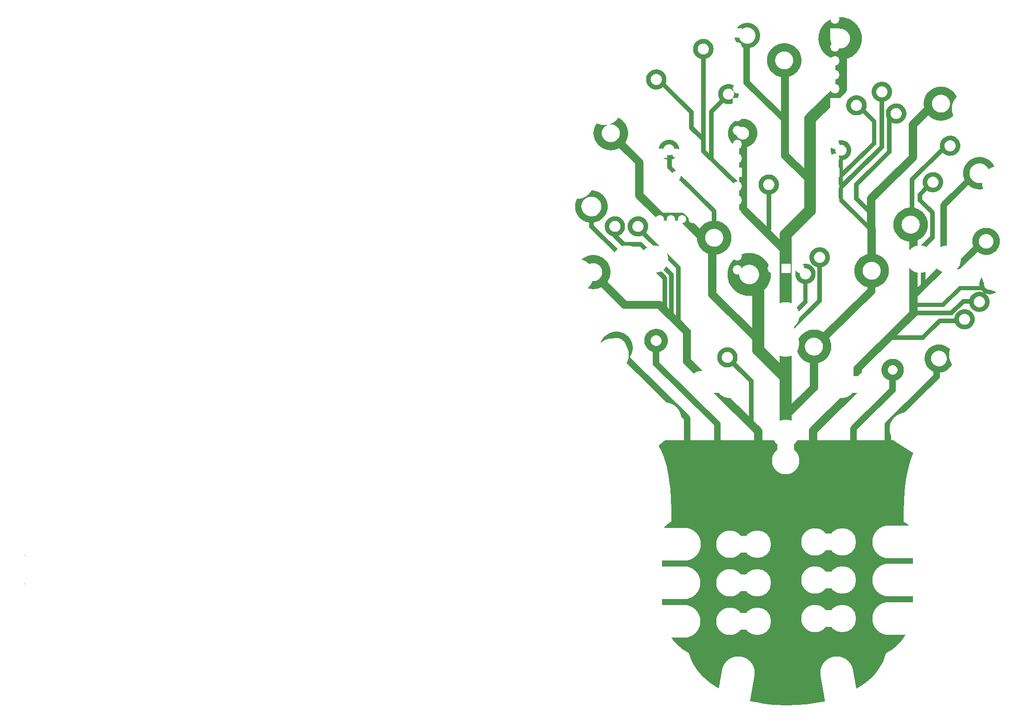
<source format=gbr>
%TF.GenerationSoftware,KiCad,Pcbnew,7.0.8*%
%TF.CreationDate,2023-11-04T18:56:12+01:00*%
%TF.ProjectId,kidslab-lamp,6b696473-6c61-4622-9d6c-616d702e6b69,rev?*%
%TF.SameCoordinates,Original*%
%TF.FileFunction,Legend,Bot*%
%TF.FilePolarity,Positive*%
%FSLAX46Y46*%
G04 Gerber Fmt 4.6, Leading zero omitted, Abs format (unit mm)*
G04 Created by KiCad (PCBNEW 7.0.8) date 2023-11-04 18:56:12*
%MOMM*%
%LPD*%
G01*
G04 APERTURE LIST*
G04 Aperture macros list*
%AMFreePoly0*
4,1,34,6.500000,-3.000000,0.000000,-3.000001,0.000000,-2.994924,-0.174434,-2.994924,-0.520945,-2.954423,-0.860410,-2.873969,-1.188239,-2.754648,-1.500000,-2.598076,-1.791476,-2.406370,-2.058725,-2.182121,-2.298133,-1.928363,-2.506463,-1.648527,-2.680898,-1.346398,-2.819078,-1.026060,-2.919135,-0.691847,-2.979715,-0.348279,-3.000001,0.000000,-2.979715,0.348280,-2.919135,0.691848,-2.819078,1.026060,
-2.680897,1.346398,-2.506463,1.648527,-2.298132,1.928363,-2.058725,2.182121,-1.791476,2.406370,-1.500000,2.598076,-1.188239,2.754649,-0.860409,2.873969,-0.520945,2.954423,-0.174434,2.994924,0.000000,2.994924,0.000000,3.000001,6.500000,3.000000,6.500000,-3.000000,6.500000,-3.000000,$1*%
%AMFreePoly1*
4,1,48,0.468453,2.455718,0.772542,2.377641,1.064448,2.262068,1.339567,2.110820,1.593560,1.926283,1.822422,1.711368,1.955916,1.550000,3.250000,1.550000,3.285355,1.535355,3.300000,1.500000,3.300000,-1.500000,3.285355,-1.535355,3.250000,-1.550000,1.955916,-1.550000,1.822422,-1.711368,1.593560,-1.926283,1.339567,-2.110820,1.064448,-2.262068,0.772542,-2.377641,0.468453,-2.455718,
0.156976,-2.495067,-0.156976,-2.495067,-0.468453,-2.455718,-0.772542,-2.377641,-1.064448,-2.262068,-1.339567,-2.110820,-1.593560,-1.926283,-1.822422,-1.711368,-2.022542,-1.469463,-2.190767,-1.204384,-2.324441,-0.920311,-2.421458,-0.621725,-2.480287,-0.313333,-2.500000,0.000000,-2.480287,0.313333,-2.421458,0.621725,-2.324441,0.920311,-2.190767,1.204384,-2.022542,1.469463,-1.822422,1.711368,
-1.593560,1.926283,-1.339567,2.110820,-1.064448,2.262068,-0.772542,2.377641,-0.468453,2.455718,-0.156976,2.495067,0.156976,2.495067,0.468453,2.455718,0.468453,2.455718,$1*%
G04 Aperture macros list end*
%ADD10C,0.170000*%
%ADD11C,0.160000*%
%ADD12FreePoly0,124.500000*%
%ADD13FreePoly0,328.000000*%
%ADD14O,1.800000X1.800000*%
%ADD15O,1.500000X1.500000*%
%ADD16O,1.700000X1.700000*%
%ADD17R,1.700000X1.700000*%
%ADD18FreePoly0,0.000000*%
%ADD19FreePoly1,0.000000*%
%ADD20C,5.000000*%
%ADD21FreePoly0,11.000000*%
%ADD22FreePoly0,35.000000*%
%ADD23FreePoly0,324.500000*%
%ADD24FreePoly0,180.000000*%
%ADD25FreePoly0,280.000000*%
%ADD26FreePoly0,220.000000*%
%ADD27FreePoly0,215.000000*%
%ADD28FreePoly1,270.000000*%
%ADD29FreePoly0,191.500000*%
%ADD30FreePoly0,145.000000*%
%ADD31FreePoly0,260.000000*%
%ADD32C,1.500000*%
%ADD33FreePoly0,168.500000*%
%ADD34FreePoly0,58.000000*%
%ADD35FreePoly0,348.500000*%
%ADD36FreePoly1,90.000000*%
%ADD37FreePoly1,180.000000*%
G04 APERTURE END LIST*
D10*
X126058107Y-100440900D02*
X126163178Y-100448801D01*
X126266739Y-100461811D01*
X126368661Y-100479801D01*
X126468809Y-100502642D01*
X126567056Y-100530204D01*
X126663267Y-100562358D01*
X126757313Y-100598975D01*
X126849062Y-100639925D01*
X126938383Y-100685079D01*
X127025145Y-100734307D01*
X127109216Y-100787481D01*
X127190465Y-100844470D01*
X127268762Y-100905146D01*
X127343974Y-100969379D01*
X127415970Y-101037040D01*
X127484620Y-101107999D01*
X127549792Y-101182128D01*
X127611355Y-101259296D01*
X127669178Y-101339375D01*
X127723128Y-101422235D01*
X127773076Y-101507746D01*
X127818890Y-101595780D01*
X127860439Y-101686208D01*
X127897590Y-101778899D01*
X127930215Y-101873724D01*
X127958179Y-101970554D01*
X127981354Y-102069261D01*
X127999608Y-102169713D01*
X128012808Y-102271783D01*
X128020825Y-102375340D01*
X128023526Y-102480255D01*
X128021539Y-102570205D01*
X128015634Y-102659159D01*
X128005893Y-102747037D01*
X127992399Y-102833758D01*
X127975235Y-102919243D01*
X127954484Y-103003410D01*
X127930228Y-103086179D01*
X127902550Y-103167469D01*
X127871534Y-103247201D01*
X127837261Y-103325294D01*
X127799815Y-103401666D01*
X127759279Y-103476239D01*
X127715735Y-103548931D01*
X127669265Y-103619662D01*
X127619954Y-103688351D01*
X127567883Y-103754918D01*
X127513135Y-103819283D01*
X127455794Y-103881364D01*
X127395942Y-103941083D01*
X127333661Y-103998357D01*
X127269035Y-104053107D01*
X127202146Y-104105252D01*
X127133078Y-104154712D01*
X127061912Y-104201406D01*
X126988732Y-104245254D01*
X126913620Y-104286175D01*
X126836660Y-104324090D01*
X126757934Y-104358916D01*
X126677525Y-104390575D01*
X126595515Y-104418985D01*
X126511988Y-104444066D01*
X126427026Y-104465737D01*
X126431582Y-104482095D01*
X126435758Y-104498587D01*
X126439484Y-104515226D01*
X126442689Y-104532022D01*
X126445304Y-104548987D01*
X126447259Y-104566130D01*
X126447967Y-104574773D01*
X126448483Y-104583465D01*
X126448799Y-104592207D01*
X126448907Y-104601001D01*
X126448907Y-106486848D01*
X137471598Y-117351001D01*
X137488582Y-117368541D01*
X137504594Y-117386826D01*
X137519616Y-117405815D01*
X137533632Y-117425465D01*
X137546624Y-117445734D01*
X137558575Y-117466579D01*
X137569469Y-117487957D01*
X137579289Y-117509825D01*
X137588017Y-117532142D01*
X137595636Y-117554864D01*
X137602130Y-117577949D01*
X137607482Y-117601354D01*
X137611674Y-117625037D01*
X137614689Y-117648955D01*
X137616511Y-117673065D01*
X137617122Y-117697325D01*
X137617122Y-121182136D01*
X136622623Y-121182136D01*
X136622623Y-117900215D01*
X125599931Y-107036386D01*
X125582947Y-107018796D01*
X125566936Y-107000480D01*
X125551913Y-106981477D01*
X125537897Y-106961825D01*
X125524905Y-106941564D01*
X125512953Y-106920733D01*
X125502058Y-106899372D01*
X125492238Y-106877520D01*
X125483509Y-106855215D01*
X125475889Y-106832498D01*
X125469394Y-106809407D01*
X125464042Y-106785982D01*
X125459850Y-106762262D01*
X125456835Y-106738286D01*
X125455013Y-106714094D01*
X125454402Y-106689724D01*
X125454402Y-104601001D01*
X125454502Y-104592207D01*
X125454797Y-104583465D01*
X125455281Y-104574774D01*
X125455946Y-104566132D01*
X125457795Y-104548990D01*
X125460288Y-104532027D01*
X125463371Y-104515232D01*
X125466989Y-104498593D01*
X125471089Y-104482099D01*
X125475614Y-104465737D01*
X125390655Y-104444066D01*
X125307135Y-104418985D01*
X125225135Y-104390575D01*
X125144739Y-104358916D01*
X125066028Y-104324090D01*
X124989087Y-104286175D01*
X124840838Y-104201406D01*
X124700655Y-104105252D01*
X124569197Y-103998357D01*
X124447124Y-103881364D01*
X124335097Y-103754918D01*
X124233776Y-103619662D01*
X124143822Y-103476239D01*
X124103314Y-103401666D01*
X124065895Y-103325294D01*
X124031648Y-103247201D01*
X124000655Y-103167469D01*
X123973000Y-103086179D01*
X123948764Y-103003410D01*
X123928030Y-102919243D01*
X123910881Y-102833758D01*
X123897399Y-102747037D01*
X123887667Y-102659159D01*
X123881767Y-102570205D01*
X123879783Y-102480255D01*
X124874281Y-102480255D01*
X124875686Y-102534813D01*
X124879854Y-102588664D01*
X124886718Y-102641741D01*
X124896209Y-102693977D01*
X124908259Y-102745305D01*
X124922801Y-102795657D01*
X124939764Y-102844967D01*
X124959083Y-102893166D01*
X124980687Y-102940188D01*
X125004509Y-102985965D01*
X125030482Y-103030431D01*
X125058535Y-103073518D01*
X125088602Y-103115158D01*
X125120614Y-103155285D01*
X125154503Y-103193831D01*
X125190200Y-103230729D01*
X125227638Y-103265911D01*
X125266748Y-103299312D01*
X125307462Y-103330862D01*
X125349711Y-103360495D01*
X125393428Y-103388145D01*
X125438545Y-103413742D01*
X125484992Y-103437221D01*
X125532702Y-103458514D01*
X125581607Y-103477554D01*
X125631638Y-103494274D01*
X125682727Y-103508605D01*
X125734806Y-103520482D01*
X125787807Y-103529836D01*
X125841662Y-103536601D01*
X125896301Y-103540709D01*
X125951657Y-103542094D01*
X126007013Y-103540709D01*
X126061652Y-103536601D01*
X126115506Y-103529836D01*
X126168506Y-103520482D01*
X126220585Y-103508605D01*
X126271674Y-103494274D01*
X126321704Y-103477554D01*
X126370609Y-103458514D01*
X126418319Y-103437221D01*
X126464766Y-103413742D01*
X126509882Y-103388145D01*
X126553599Y-103360495D01*
X126595848Y-103330862D01*
X126636562Y-103299312D01*
X126675671Y-103265911D01*
X126713109Y-103230729D01*
X126748806Y-103193831D01*
X126782695Y-103155285D01*
X126814707Y-103115158D01*
X126844774Y-103073518D01*
X126872827Y-103030431D01*
X126898799Y-102985965D01*
X126922621Y-102940188D01*
X126944226Y-102893166D01*
X126963544Y-102844967D01*
X126980508Y-102795657D01*
X126995049Y-102745305D01*
X127007099Y-102693977D01*
X127016591Y-102641741D01*
X127023455Y-102588664D01*
X127027623Y-102534813D01*
X127029028Y-102480255D01*
X127027623Y-102425697D01*
X127023455Y-102371844D01*
X127016591Y-102318766D01*
X127007099Y-102266529D01*
X126995049Y-102215200D01*
X126980508Y-102164847D01*
X126963544Y-102115537D01*
X126944226Y-102067337D01*
X126922621Y-102020315D01*
X126898799Y-101974537D01*
X126872827Y-101930070D01*
X126844774Y-101886983D01*
X126814707Y-101845343D01*
X126782695Y-101805215D01*
X126748806Y-101766669D01*
X126713109Y-101729771D01*
X126675671Y-101694588D01*
X126636562Y-101661187D01*
X126595848Y-101629637D01*
X126553599Y-101600003D01*
X126509882Y-101572354D01*
X126464766Y-101546756D01*
X126418319Y-101523277D01*
X126370609Y-101501984D01*
X126321704Y-101482944D01*
X126271674Y-101466224D01*
X126220585Y-101451893D01*
X126168506Y-101440016D01*
X126115506Y-101430662D01*
X126061652Y-101423897D01*
X126007013Y-101419788D01*
X125951657Y-101418404D01*
X125896301Y-101419788D01*
X125841662Y-101423897D01*
X125787807Y-101430662D01*
X125734806Y-101440016D01*
X125682727Y-101451893D01*
X125631638Y-101466224D01*
X125581607Y-101482944D01*
X125532702Y-101501984D01*
X125484992Y-101523277D01*
X125438545Y-101546756D01*
X125393428Y-101572354D01*
X125349711Y-101600003D01*
X125307462Y-101629637D01*
X125266748Y-101661187D01*
X125227638Y-101694588D01*
X125190200Y-101729771D01*
X125154503Y-101766669D01*
X125120614Y-101805215D01*
X125088602Y-101845343D01*
X125058535Y-101886983D01*
X125030482Y-101930070D01*
X125004509Y-101974537D01*
X124980687Y-102020315D01*
X124959083Y-102067337D01*
X124939764Y-102115537D01*
X124922801Y-102164847D01*
X124908259Y-102215200D01*
X124896209Y-102266529D01*
X124886718Y-102318766D01*
X124879854Y-102371844D01*
X124875686Y-102425697D01*
X124874281Y-102480255D01*
X123879783Y-102480255D01*
X123882483Y-102375340D01*
X123890497Y-102271783D01*
X123903693Y-102169713D01*
X123921941Y-102069261D01*
X123945109Y-101970554D01*
X123973066Y-101873724D01*
X124005681Y-101778899D01*
X124042824Y-101686208D01*
X124084362Y-101595780D01*
X124130166Y-101507746D01*
X124180103Y-101422235D01*
X124234044Y-101339375D01*
X124291856Y-101259296D01*
X124353410Y-101182128D01*
X124418573Y-101107999D01*
X124487215Y-101037040D01*
X124559204Y-100969379D01*
X124634411Y-100905146D01*
X124712702Y-100844470D01*
X124793949Y-100787481D01*
X124878019Y-100734307D01*
X124964781Y-100685079D01*
X125054105Y-100639925D01*
X125145859Y-100598975D01*
X125239912Y-100562358D01*
X125336134Y-100530204D01*
X125434392Y-100502642D01*
X125534557Y-100479801D01*
X125636497Y-100461811D01*
X125740081Y-100448801D01*
X125845178Y-100440900D01*
X125951657Y-100438237D01*
X126058107Y-100440900D01*
G36*
X126058107Y-100440900D02*
G01*
X126163178Y-100448801D01*
X126266739Y-100461811D01*
X126368661Y-100479801D01*
X126468809Y-100502642D01*
X126567056Y-100530204D01*
X126663267Y-100562358D01*
X126757313Y-100598975D01*
X126849062Y-100639925D01*
X126938383Y-100685079D01*
X127025145Y-100734307D01*
X127109216Y-100787481D01*
X127190465Y-100844470D01*
X127268762Y-100905146D01*
X127343974Y-100969379D01*
X127415970Y-101037040D01*
X127484620Y-101107999D01*
X127549792Y-101182128D01*
X127611355Y-101259296D01*
X127669178Y-101339375D01*
X127723128Y-101422235D01*
X127773076Y-101507746D01*
X127818890Y-101595780D01*
X127860439Y-101686208D01*
X127897590Y-101778899D01*
X127930215Y-101873724D01*
X127958179Y-101970554D01*
X127981354Y-102069261D01*
X127999608Y-102169713D01*
X128012808Y-102271783D01*
X128020825Y-102375340D01*
X128023526Y-102480255D01*
X128021539Y-102570205D01*
X128015634Y-102659159D01*
X128005893Y-102747037D01*
X127992399Y-102833758D01*
X127975235Y-102919243D01*
X127954484Y-103003410D01*
X127930228Y-103086179D01*
X127902550Y-103167469D01*
X127871534Y-103247201D01*
X127837261Y-103325294D01*
X127799815Y-103401666D01*
X127759279Y-103476239D01*
X127715735Y-103548931D01*
X127669265Y-103619662D01*
X127619954Y-103688351D01*
X127567883Y-103754918D01*
X127513135Y-103819283D01*
X127455794Y-103881364D01*
X127395942Y-103941083D01*
X127333661Y-103998357D01*
X127269035Y-104053107D01*
X127202146Y-104105252D01*
X127133078Y-104154712D01*
X127061912Y-104201406D01*
X126988732Y-104245254D01*
X126913620Y-104286175D01*
X126836660Y-104324090D01*
X126757934Y-104358916D01*
X126677525Y-104390575D01*
X126595515Y-104418985D01*
X126511988Y-104444066D01*
X126427026Y-104465737D01*
X126431582Y-104482095D01*
X126435758Y-104498587D01*
X126439484Y-104515226D01*
X126442689Y-104532022D01*
X126445304Y-104548987D01*
X126447259Y-104566130D01*
X126447967Y-104574773D01*
X126448483Y-104583465D01*
X126448799Y-104592207D01*
X126448907Y-104601001D01*
X126448907Y-106486848D01*
X137471598Y-117351001D01*
X137488582Y-117368541D01*
X137504594Y-117386826D01*
X137519616Y-117405815D01*
X137533632Y-117425465D01*
X137546624Y-117445734D01*
X137558575Y-117466579D01*
X137569469Y-117487957D01*
X137579289Y-117509825D01*
X137588017Y-117532142D01*
X137595636Y-117554864D01*
X137602130Y-117577949D01*
X137607482Y-117601354D01*
X137611674Y-117625037D01*
X137614689Y-117648955D01*
X137616511Y-117673065D01*
X137617122Y-117697325D01*
X137617122Y-121182136D01*
X136622623Y-121182136D01*
X136622623Y-117900215D01*
X125599931Y-107036386D01*
X125582947Y-107018796D01*
X125566936Y-107000480D01*
X125551913Y-106981477D01*
X125537897Y-106961825D01*
X125524905Y-106941564D01*
X125512953Y-106920733D01*
X125502058Y-106899372D01*
X125492238Y-106877520D01*
X125483509Y-106855215D01*
X125475889Y-106832498D01*
X125469394Y-106809407D01*
X125464042Y-106785982D01*
X125459850Y-106762262D01*
X125456835Y-106738286D01*
X125455013Y-106714094D01*
X125454402Y-106689724D01*
X125454402Y-104601001D01*
X125454502Y-104592207D01*
X125454797Y-104583465D01*
X125455281Y-104574774D01*
X125455946Y-104566132D01*
X125457795Y-104548990D01*
X125460288Y-104532027D01*
X125463371Y-104515232D01*
X125466989Y-104498593D01*
X125471089Y-104482099D01*
X125475614Y-104465737D01*
X125390655Y-104444066D01*
X125307135Y-104418985D01*
X125225135Y-104390575D01*
X125144739Y-104358916D01*
X125066028Y-104324090D01*
X124989087Y-104286175D01*
X124840838Y-104201406D01*
X124700655Y-104105252D01*
X124569197Y-103998357D01*
X124447124Y-103881364D01*
X124335097Y-103754918D01*
X124233776Y-103619662D01*
X124143822Y-103476239D01*
X124103314Y-103401666D01*
X124065895Y-103325294D01*
X124031648Y-103247201D01*
X124000655Y-103167469D01*
X123973000Y-103086179D01*
X123948764Y-103003410D01*
X123928030Y-102919243D01*
X123910881Y-102833758D01*
X123897399Y-102747037D01*
X123887667Y-102659159D01*
X123881767Y-102570205D01*
X123879783Y-102480255D01*
X124874281Y-102480255D01*
X124875686Y-102534813D01*
X124879854Y-102588664D01*
X124886718Y-102641741D01*
X124896209Y-102693977D01*
X124908259Y-102745305D01*
X124922801Y-102795657D01*
X124939764Y-102844967D01*
X124959083Y-102893166D01*
X124980687Y-102940188D01*
X125004509Y-102985965D01*
X125030482Y-103030431D01*
X125058535Y-103073518D01*
X125088602Y-103115158D01*
X125120614Y-103155285D01*
X125154503Y-103193831D01*
X125190200Y-103230729D01*
X125227638Y-103265911D01*
X125266748Y-103299312D01*
X125307462Y-103330862D01*
X125349711Y-103360495D01*
X125393428Y-103388145D01*
X125438545Y-103413742D01*
X125484992Y-103437221D01*
X125532702Y-103458514D01*
X125581607Y-103477554D01*
X125631638Y-103494274D01*
X125682727Y-103508605D01*
X125734806Y-103520482D01*
X125787807Y-103529836D01*
X125841662Y-103536601D01*
X125896301Y-103540709D01*
X125951657Y-103542094D01*
X126007013Y-103540709D01*
X126061652Y-103536601D01*
X126115506Y-103529836D01*
X126168506Y-103520482D01*
X126220585Y-103508605D01*
X126271674Y-103494274D01*
X126321704Y-103477554D01*
X126370609Y-103458514D01*
X126418319Y-103437221D01*
X126464766Y-103413742D01*
X126509882Y-103388145D01*
X126553599Y-103360495D01*
X126595848Y-103330862D01*
X126636562Y-103299312D01*
X126675671Y-103265911D01*
X126713109Y-103230729D01*
X126748806Y-103193831D01*
X126782695Y-103155285D01*
X126814707Y-103115158D01*
X126844774Y-103073518D01*
X126872827Y-103030431D01*
X126898799Y-102985965D01*
X126922621Y-102940188D01*
X126944226Y-102893166D01*
X126963544Y-102844967D01*
X126980508Y-102795657D01*
X126995049Y-102745305D01*
X127007099Y-102693977D01*
X127016591Y-102641741D01*
X127023455Y-102588664D01*
X127027623Y-102534813D01*
X127029028Y-102480255D01*
X127027623Y-102425697D01*
X127023455Y-102371844D01*
X127016591Y-102318766D01*
X127007099Y-102266529D01*
X126995049Y-102215200D01*
X126980508Y-102164847D01*
X126963544Y-102115537D01*
X126944226Y-102067337D01*
X126922621Y-102020315D01*
X126898799Y-101974537D01*
X126872827Y-101930070D01*
X126844774Y-101886983D01*
X126814707Y-101845343D01*
X126782695Y-101805215D01*
X126748806Y-101766669D01*
X126713109Y-101729771D01*
X126675671Y-101694588D01*
X126636562Y-101661187D01*
X126595848Y-101629637D01*
X126553599Y-101600003D01*
X126509882Y-101572354D01*
X126464766Y-101546756D01*
X126418319Y-101523277D01*
X126370609Y-101501984D01*
X126321704Y-101482944D01*
X126271674Y-101466224D01*
X126220585Y-101451893D01*
X126168506Y-101440016D01*
X126115506Y-101430662D01*
X126061652Y-101423897D01*
X126007013Y-101419788D01*
X125951657Y-101418404D01*
X125896301Y-101419788D01*
X125841662Y-101423897D01*
X125787807Y-101430662D01*
X125734806Y-101440016D01*
X125682727Y-101451893D01*
X125631638Y-101466224D01*
X125581607Y-101482944D01*
X125532702Y-101501984D01*
X125484992Y-101523277D01*
X125438545Y-101546756D01*
X125393428Y-101572354D01*
X125349711Y-101600003D01*
X125307462Y-101629637D01*
X125266748Y-101661187D01*
X125227638Y-101694588D01*
X125190200Y-101729771D01*
X125154503Y-101766669D01*
X125120614Y-101805215D01*
X125088602Y-101845343D01*
X125058535Y-101886983D01*
X125030482Y-101930070D01*
X125004509Y-101974537D01*
X124980687Y-102020315D01*
X124959083Y-102067337D01*
X124939764Y-102115537D01*
X124922801Y-102164847D01*
X124908259Y-102215200D01*
X124896209Y-102266529D01*
X124886718Y-102318766D01*
X124879854Y-102371844D01*
X124875686Y-102425697D01*
X124874281Y-102480255D01*
X123879783Y-102480255D01*
X123882483Y-102375340D01*
X123890497Y-102271783D01*
X123903693Y-102169713D01*
X123921941Y-102069261D01*
X123945109Y-101970554D01*
X123973066Y-101873724D01*
X124005681Y-101778899D01*
X124042824Y-101686208D01*
X124084362Y-101595780D01*
X124130166Y-101507746D01*
X124180103Y-101422235D01*
X124234044Y-101339375D01*
X124291856Y-101259296D01*
X124353410Y-101182128D01*
X124418573Y-101107999D01*
X124487215Y-101037040D01*
X124559204Y-100969379D01*
X124634411Y-100905146D01*
X124712702Y-100844470D01*
X124793949Y-100787481D01*
X124878019Y-100734307D01*
X124964781Y-100685079D01*
X125054105Y-100639925D01*
X125145859Y-100598975D01*
X125239912Y-100562358D01*
X125336134Y-100530204D01*
X125434392Y-100502642D01*
X125534557Y-100479801D01*
X125636497Y-100461811D01*
X125740081Y-100448801D01*
X125845178Y-100440900D01*
X125951657Y-100438237D01*
X126058107Y-100440900D01*
G37*
X169169911Y-105896692D02*
X169269372Y-105904171D01*
X169367403Y-105916485D01*
X169463881Y-105933513D01*
X169558681Y-105955132D01*
X169651679Y-105981220D01*
X169742751Y-106011654D01*
X169831773Y-106046312D01*
X169918620Y-106085072D01*
X170003168Y-106127811D01*
X170085293Y-106174407D01*
X170164871Y-106224737D01*
X170241778Y-106278679D01*
X170315890Y-106336111D01*
X170387081Y-106396910D01*
X170455229Y-106460953D01*
X170520209Y-106528119D01*
X170581897Y-106598285D01*
X170640168Y-106671329D01*
X170694899Y-106747128D01*
X170745965Y-106825559D01*
X170793241Y-106906501D01*
X170836605Y-106989831D01*
X170875931Y-107075426D01*
X170911096Y-107163164D01*
X170941975Y-107252924D01*
X170968444Y-107344581D01*
X170990380Y-107438015D01*
X171007656Y-107533102D01*
X171020151Y-107629721D01*
X171027738Y-107727748D01*
X171030295Y-107827061D01*
X171028482Y-107910651D01*
X171023091Y-107993336D01*
X171014197Y-108075045D01*
X171001874Y-108155703D01*
X170986197Y-108235240D01*
X170967239Y-108313584D01*
X170945074Y-108390661D01*
X170919778Y-108466400D01*
X170891424Y-108540729D01*
X170860087Y-108613575D01*
X170825840Y-108684866D01*
X170788758Y-108754530D01*
X170748915Y-108822495D01*
X170706385Y-108888688D01*
X170661244Y-108953038D01*
X170613563Y-109015472D01*
X170563420Y-109075917D01*
X170510886Y-109134303D01*
X170456037Y-109190556D01*
X170398946Y-109244604D01*
X170339689Y-109296375D01*
X170278339Y-109345798D01*
X170214970Y-109392798D01*
X170149657Y-109437306D01*
X170082474Y-109479247D01*
X170013495Y-109518551D01*
X169942794Y-109555144D01*
X169870446Y-109588955D01*
X169796524Y-109619912D01*
X169721104Y-109647941D01*
X169644259Y-109672972D01*
X169566063Y-109694931D01*
X169566063Y-111475566D01*
X169565452Y-111499769D01*
X169563630Y-111523829D01*
X169560614Y-111547704D01*
X169556419Y-111571350D01*
X169551064Y-111594724D01*
X169544563Y-111617782D01*
X169536934Y-111640483D01*
X169528193Y-111662782D01*
X169518356Y-111684637D01*
X169507441Y-111706005D01*
X169495463Y-111726842D01*
X169482439Y-111747106D01*
X169468386Y-111766754D01*
X169453320Y-111785741D01*
X169437258Y-111804026D01*
X169420216Y-111821565D01*
X162452086Y-118689593D01*
X162452086Y-121182149D01*
X161457588Y-121182149D01*
X161457588Y-118486691D01*
X161458199Y-118462434D01*
X161460020Y-118438333D01*
X161463035Y-118414430D01*
X161467227Y-118390765D01*
X161472578Y-118367379D01*
X161479071Y-118344315D01*
X161486690Y-118321612D01*
X161495418Y-118299312D01*
X161505237Y-118277457D01*
X161516131Y-118256087D01*
X161528083Y-118235243D01*
X161541075Y-118214968D01*
X161555091Y-118195301D01*
X161570114Y-118176285D01*
X161586126Y-118157959D01*
X161603111Y-118140367D01*
X168571565Y-111272352D01*
X168571565Y-109694931D01*
X168493371Y-109672914D01*
X168416530Y-109647831D01*
X168267201Y-109588755D01*
X168124170Y-109518281D01*
X167988029Y-109436985D01*
X167859373Y-109345442D01*
X167738794Y-109244230D01*
X167626885Y-109133925D01*
X167524238Y-109015102D01*
X167431447Y-108888339D01*
X167349104Y-108754211D01*
X167277803Y-108613295D01*
X167246479Y-108540471D01*
X167218136Y-108466167D01*
X167192851Y-108390453D01*
X167170697Y-108313403D01*
X167151747Y-108235088D01*
X167136077Y-108155580D01*
X167123760Y-108074951D01*
X167114871Y-107993274D01*
X167109483Y-107910620D01*
X167107670Y-107827061D01*
X168102169Y-107827061D01*
X168103430Y-107876017D01*
X168107172Y-107924341D01*
X168113334Y-107971972D01*
X168121855Y-108018848D01*
X168132673Y-108064911D01*
X168145727Y-108110100D01*
X168160956Y-108154353D01*
X168178298Y-108197611D01*
X168197692Y-108239814D01*
X168219077Y-108280900D01*
X168242392Y-108320810D01*
X168267575Y-108359483D01*
X168294565Y-108396858D01*
X168323300Y-108432875D01*
X168353719Y-108467474D01*
X168385762Y-108500595D01*
X168419366Y-108532176D01*
X168454471Y-108562158D01*
X168491014Y-108590479D01*
X168528936Y-108617081D01*
X168568174Y-108641901D01*
X168608667Y-108664880D01*
X168650354Y-108685958D01*
X168693173Y-108705073D01*
X168737064Y-108722166D01*
X168781965Y-108737175D01*
X168827814Y-108750042D01*
X168874551Y-108760704D01*
X168922113Y-108769102D01*
X168970441Y-108775176D01*
X169019472Y-108778864D01*
X169069145Y-108780107D01*
X169118787Y-108778864D01*
X169167790Y-108775176D01*
X169216090Y-108769103D01*
X169263628Y-108760705D01*
X169310342Y-108750042D01*
X169356170Y-108737176D01*
X169401051Y-108722167D01*
X169444924Y-108705075D01*
X169487726Y-108685960D01*
X169529398Y-108664883D01*
X169569878Y-108641904D01*
X169609103Y-108617084D01*
X169647013Y-108590483D01*
X169683547Y-108562162D01*
X169718643Y-108532181D01*
X169752239Y-108500600D01*
X169784275Y-108467479D01*
X169814688Y-108432881D01*
X169843419Y-108396863D01*
X169870404Y-108359488D01*
X169895583Y-108320816D01*
X169918895Y-108280906D01*
X169940278Y-108239819D01*
X169959671Y-108197617D01*
X169977011Y-108154358D01*
X169992239Y-108110105D01*
X170005293Y-108064916D01*
X170016111Y-108018852D01*
X170024631Y-107971974D01*
X170030793Y-107924343D01*
X170034536Y-107876018D01*
X170035797Y-107827061D01*
X170034536Y-107778076D01*
X170030793Y-107729729D01*
X170024632Y-107682081D01*
X170016111Y-107635191D01*
X170005294Y-107589119D01*
X169992240Y-107543927D01*
X169977013Y-107499673D01*
X169959672Y-107456419D01*
X169940280Y-107414224D01*
X169918898Y-107373147D01*
X169895586Y-107333251D01*
X169870408Y-107294594D01*
X169843423Y-107257236D01*
X169814693Y-107221239D01*
X169784279Y-107186661D01*
X169752244Y-107153563D01*
X169718648Y-107122005D01*
X169683552Y-107092048D01*
X169647019Y-107063751D01*
X169609109Y-107037174D01*
X169569883Y-107012378D01*
X169529404Y-106989423D01*
X169487732Y-106968369D01*
X169444929Y-106949275D01*
X169401056Y-106932203D01*
X169356175Y-106917212D01*
X169310346Y-106904362D01*
X169263632Y-106893714D01*
X169216093Y-106885328D01*
X169167792Y-106879263D01*
X169118788Y-106875580D01*
X169069145Y-106874339D01*
X169019473Y-106875580D01*
X168970443Y-106879263D01*
X168922116Y-106885328D01*
X168874554Y-106893714D01*
X168827818Y-106904362D01*
X168781969Y-106917212D01*
X168737069Y-106932203D01*
X168693179Y-106949275D01*
X168650359Y-106968369D01*
X168608672Y-106989423D01*
X168568179Y-107012378D01*
X168528941Y-107037174D01*
X168491020Y-107063751D01*
X168454476Y-107092048D01*
X168419371Y-107122005D01*
X168385767Y-107153563D01*
X168353724Y-107186661D01*
X168323304Y-107221239D01*
X168294568Y-107257236D01*
X168267578Y-107294594D01*
X168242395Y-107333251D01*
X168219080Y-107373147D01*
X168197695Y-107414224D01*
X168178300Y-107456419D01*
X168160957Y-107499673D01*
X168145728Y-107543927D01*
X168132674Y-107589119D01*
X168121855Y-107635191D01*
X168113334Y-107682081D01*
X168107172Y-107729729D01*
X168103430Y-107778076D01*
X168102169Y-107827061D01*
X167107670Y-107827061D01*
X167110227Y-107727748D01*
X167117815Y-107629721D01*
X167130310Y-107533102D01*
X167147587Y-107438015D01*
X167169523Y-107344581D01*
X167195993Y-107252924D01*
X167226874Y-107163164D01*
X167262041Y-107075426D01*
X167301370Y-106989831D01*
X167344736Y-106906501D01*
X167392017Y-106825559D01*
X167443087Y-106747128D01*
X167497823Y-106671329D01*
X167556100Y-106598285D01*
X167617794Y-106528119D01*
X167682781Y-106460953D01*
X167750938Y-106396910D01*
X167822139Y-106336111D01*
X167896261Y-106278679D01*
X167973179Y-106224737D01*
X168052770Y-106174407D01*
X168134909Y-106127811D01*
X168219472Y-106085072D01*
X168306335Y-106046312D01*
X168395374Y-106011654D01*
X168486465Y-105981220D01*
X168579483Y-105955132D01*
X168674305Y-105933513D01*
X168770806Y-105916485D01*
X168868863Y-105904171D01*
X168968350Y-105896692D01*
X169069145Y-105894172D01*
X169169911Y-105896692D01*
G36*
X169169911Y-105896692D02*
G01*
X169269372Y-105904171D01*
X169367403Y-105916485D01*
X169463881Y-105933513D01*
X169558681Y-105955132D01*
X169651679Y-105981220D01*
X169742751Y-106011654D01*
X169831773Y-106046312D01*
X169918620Y-106085072D01*
X170003168Y-106127811D01*
X170085293Y-106174407D01*
X170164871Y-106224737D01*
X170241778Y-106278679D01*
X170315890Y-106336111D01*
X170387081Y-106396910D01*
X170455229Y-106460953D01*
X170520209Y-106528119D01*
X170581897Y-106598285D01*
X170640168Y-106671329D01*
X170694899Y-106747128D01*
X170745965Y-106825559D01*
X170793241Y-106906501D01*
X170836605Y-106989831D01*
X170875931Y-107075426D01*
X170911096Y-107163164D01*
X170941975Y-107252924D01*
X170968444Y-107344581D01*
X170990380Y-107438015D01*
X171007656Y-107533102D01*
X171020151Y-107629721D01*
X171027738Y-107727748D01*
X171030295Y-107827061D01*
X171028482Y-107910651D01*
X171023091Y-107993336D01*
X171014197Y-108075045D01*
X171001874Y-108155703D01*
X170986197Y-108235240D01*
X170967239Y-108313584D01*
X170945074Y-108390661D01*
X170919778Y-108466400D01*
X170891424Y-108540729D01*
X170860087Y-108613575D01*
X170825840Y-108684866D01*
X170788758Y-108754530D01*
X170748915Y-108822495D01*
X170706385Y-108888688D01*
X170661244Y-108953038D01*
X170613563Y-109015472D01*
X170563420Y-109075917D01*
X170510886Y-109134303D01*
X170456037Y-109190556D01*
X170398946Y-109244604D01*
X170339689Y-109296375D01*
X170278339Y-109345798D01*
X170214970Y-109392798D01*
X170149657Y-109437306D01*
X170082474Y-109479247D01*
X170013495Y-109518551D01*
X169942794Y-109555144D01*
X169870446Y-109588955D01*
X169796524Y-109619912D01*
X169721104Y-109647941D01*
X169644259Y-109672972D01*
X169566063Y-109694931D01*
X169566063Y-111475566D01*
X169565452Y-111499769D01*
X169563630Y-111523829D01*
X169560614Y-111547704D01*
X169556419Y-111571350D01*
X169551064Y-111594724D01*
X169544563Y-111617782D01*
X169536934Y-111640483D01*
X169528193Y-111662782D01*
X169518356Y-111684637D01*
X169507441Y-111706005D01*
X169495463Y-111726842D01*
X169482439Y-111747106D01*
X169468386Y-111766754D01*
X169453320Y-111785741D01*
X169437258Y-111804026D01*
X169420216Y-111821565D01*
X162452086Y-118689593D01*
X162452086Y-121182149D01*
X161457588Y-121182149D01*
X161457588Y-118486691D01*
X161458199Y-118462434D01*
X161460020Y-118438333D01*
X161463035Y-118414430D01*
X161467227Y-118390765D01*
X161472578Y-118367379D01*
X161479071Y-118344315D01*
X161486690Y-118321612D01*
X161495418Y-118299312D01*
X161505237Y-118277457D01*
X161516131Y-118256087D01*
X161528083Y-118235243D01*
X161541075Y-118214968D01*
X161555091Y-118195301D01*
X161570114Y-118176285D01*
X161586126Y-118157959D01*
X161603111Y-118140367D01*
X168571565Y-111272352D01*
X168571565Y-109694931D01*
X168493371Y-109672914D01*
X168416530Y-109647831D01*
X168267201Y-109588755D01*
X168124170Y-109518281D01*
X167988029Y-109436985D01*
X167859373Y-109345442D01*
X167738794Y-109244230D01*
X167626885Y-109133925D01*
X167524238Y-109015102D01*
X167431447Y-108888339D01*
X167349104Y-108754211D01*
X167277803Y-108613295D01*
X167246479Y-108540471D01*
X167218136Y-108466167D01*
X167192851Y-108390453D01*
X167170697Y-108313403D01*
X167151747Y-108235088D01*
X167136077Y-108155580D01*
X167123760Y-108074951D01*
X167114871Y-107993274D01*
X167109483Y-107910620D01*
X167107670Y-107827061D01*
X168102169Y-107827061D01*
X168103430Y-107876017D01*
X168107172Y-107924341D01*
X168113334Y-107971972D01*
X168121855Y-108018848D01*
X168132673Y-108064911D01*
X168145727Y-108110100D01*
X168160956Y-108154353D01*
X168178298Y-108197611D01*
X168197692Y-108239814D01*
X168219077Y-108280900D01*
X168242392Y-108320810D01*
X168267575Y-108359483D01*
X168294565Y-108396858D01*
X168323300Y-108432875D01*
X168353719Y-108467474D01*
X168385762Y-108500595D01*
X168419366Y-108532176D01*
X168454471Y-108562158D01*
X168491014Y-108590479D01*
X168528936Y-108617081D01*
X168568174Y-108641901D01*
X168608667Y-108664880D01*
X168650354Y-108685958D01*
X168693173Y-108705073D01*
X168737064Y-108722166D01*
X168781965Y-108737175D01*
X168827814Y-108750042D01*
X168874551Y-108760704D01*
X168922113Y-108769102D01*
X168970441Y-108775176D01*
X169019472Y-108778864D01*
X169069145Y-108780107D01*
X169118787Y-108778864D01*
X169167790Y-108775176D01*
X169216090Y-108769103D01*
X169263628Y-108760705D01*
X169310342Y-108750042D01*
X169356170Y-108737176D01*
X169401051Y-108722167D01*
X169444924Y-108705075D01*
X169487726Y-108685960D01*
X169529398Y-108664883D01*
X169569878Y-108641904D01*
X169609103Y-108617084D01*
X169647013Y-108590483D01*
X169683547Y-108562162D01*
X169718643Y-108532181D01*
X169752239Y-108500600D01*
X169784275Y-108467479D01*
X169814688Y-108432881D01*
X169843419Y-108396863D01*
X169870404Y-108359488D01*
X169895583Y-108320816D01*
X169918895Y-108280906D01*
X169940278Y-108239819D01*
X169959671Y-108197617D01*
X169977011Y-108154358D01*
X169992239Y-108110105D01*
X170005293Y-108064916D01*
X170016111Y-108018852D01*
X170024631Y-107971974D01*
X170030793Y-107924343D01*
X170034536Y-107876018D01*
X170035797Y-107827061D01*
X170034536Y-107778076D01*
X170030793Y-107729729D01*
X170024632Y-107682081D01*
X170016111Y-107635191D01*
X170005294Y-107589119D01*
X169992240Y-107543927D01*
X169977013Y-107499673D01*
X169959672Y-107456419D01*
X169940280Y-107414224D01*
X169918898Y-107373147D01*
X169895586Y-107333251D01*
X169870408Y-107294594D01*
X169843423Y-107257236D01*
X169814693Y-107221239D01*
X169784279Y-107186661D01*
X169752244Y-107153563D01*
X169718648Y-107122005D01*
X169683552Y-107092048D01*
X169647019Y-107063751D01*
X169609109Y-107037174D01*
X169569883Y-107012378D01*
X169529404Y-106989423D01*
X169487732Y-106968369D01*
X169444929Y-106949275D01*
X169401056Y-106932203D01*
X169356175Y-106917212D01*
X169310346Y-106904362D01*
X169263632Y-106893714D01*
X169216093Y-106885328D01*
X169167792Y-106879263D01*
X169118788Y-106875580D01*
X169069145Y-106874339D01*
X169019473Y-106875580D01*
X168970443Y-106879263D01*
X168922116Y-106885328D01*
X168874554Y-106893714D01*
X168827818Y-106904362D01*
X168781969Y-106917212D01*
X168737069Y-106932203D01*
X168693179Y-106949275D01*
X168650359Y-106968369D01*
X168608672Y-106989423D01*
X168568179Y-107012378D01*
X168528941Y-107037174D01*
X168491020Y-107063751D01*
X168454476Y-107092048D01*
X168419371Y-107122005D01*
X168385767Y-107153563D01*
X168353724Y-107186661D01*
X168323304Y-107221239D01*
X168294568Y-107257236D01*
X168267578Y-107294594D01*
X168242395Y-107333251D01*
X168219080Y-107373147D01*
X168197695Y-107414224D01*
X168178300Y-107456419D01*
X168160957Y-107499673D01*
X168145728Y-107543927D01*
X168132674Y-107589119D01*
X168121855Y-107635191D01*
X168113334Y-107682081D01*
X168107172Y-107729729D01*
X168103430Y-107778076D01*
X168102169Y-107827061D01*
X167107670Y-107827061D01*
X167110227Y-107727748D01*
X167117815Y-107629721D01*
X167130310Y-107533102D01*
X167147587Y-107438015D01*
X167169523Y-107344581D01*
X167195993Y-107252924D01*
X167226874Y-107163164D01*
X167262041Y-107075426D01*
X167301370Y-106989831D01*
X167344736Y-106906501D01*
X167392017Y-106825559D01*
X167443087Y-106747128D01*
X167497823Y-106671329D01*
X167556100Y-106598285D01*
X167617794Y-106528119D01*
X167682781Y-106460953D01*
X167750938Y-106396910D01*
X167822139Y-106336111D01*
X167896261Y-106278679D01*
X167973179Y-106224737D01*
X168052770Y-106174407D01*
X168134909Y-106127811D01*
X168219472Y-106085072D01*
X168306335Y-106046312D01*
X168395374Y-106011654D01*
X168486465Y-105981220D01*
X168579483Y-105955132D01*
X168674305Y-105933513D01*
X168770806Y-105916485D01*
X168868863Y-105904171D01*
X168968350Y-105896692D01*
X169069145Y-105894172D01*
X169169911Y-105896692D01*
G37*
X179615456Y-65217941D02*
X179705403Y-65224704D01*
X179794057Y-65235840D01*
X179881306Y-65251238D01*
X179967037Y-65270789D01*
X180051139Y-65294382D01*
X180133498Y-65321905D01*
X180214004Y-65353248D01*
X180292542Y-65388301D01*
X180369002Y-65426953D01*
X180443270Y-65469094D01*
X180515235Y-65514612D01*
X180584784Y-65563397D01*
X180651805Y-65615339D01*
X180716186Y-65670327D01*
X180777813Y-65728250D01*
X180836576Y-65788997D01*
X180892362Y-65852459D01*
X180945058Y-65918524D01*
X180994552Y-65987082D01*
X181040731Y-66058022D01*
X181083485Y-66131234D01*
X181122699Y-66206606D01*
X181158263Y-66284029D01*
X181190063Y-66363392D01*
X181217987Y-66444583D01*
X181241923Y-66527493D01*
X181261760Y-66612011D01*
X181277383Y-66698026D01*
X181288682Y-66785428D01*
X181295544Y-66874106D01*
X181297856Y-66963949D01*
X181295544Y-67053763D01*
X181288682Y-67142413D01*
X181277383Y-67229789D01*
X181261760Y-67315780D01*
X181241923Y-67400275D01*
X181217987Y-67483165D01*
X181190063Y-67564337D01*
X181158263Y-67643682D01*
X181122699Y-67721088D01*
X181083485Y-67796446D01*
X181040731Y-67869644D01*
X180994552Y-67940571D01*
X180945058Y-68009118D01*
X180892362Y-68075173D01*
X180836576Y-68138625D01*
X180777813Y-68199365D01*
X180716186Y-68257281D01*
X180651805Y-68312262D01*
X180584784Y-68364198D01*
X180515235Y-68412979D01*
X180443270Y-68458493D01*
X180369002Y-68500630D01*
X180292542Y-68539280D01*
X180214004Y-68574331D01*
X180133498Y-68605672D01*
X180051139Y-68633194D01*
X179967037Y-68656786D01*
X179881306Y-68676336D01*
X179794057Y-68691735D01*
X179705403Y-68702870D01*
X179615456Y-68709633D01*
X179524329Y-68711912D01*
X179422167Y-68708981D01*
X179321638Y-68700304D01*
X179222881Y-68686052D01*
X179126039Y-68666399D01*
X179031253Y-68641518D01*
X178938662Y-68611582D01*
X178848408Y-68576763D01*
X178760631Y-68537234D01*
X178675473Y-68493168D01*
X178593075Y-68444738D01*
X178513576Y-68392116D01*
X178437119Y-68335475D01*
X178363844Y-68274988D01*
X178293891Y-68210829D01*
X178227403Y-68143169D01*
X178164518Y-68072181D01*
X172901953Y-73258898D01*
X172901953Y-78370130D01*
X173034441Y-78397366D01*
X173164791Y-78430156D01*
X173292867Y-78468368D01*
X173418533Y-78511870D01*
X173541655Y-78560530D01*
X173662096Y-78614214D01*
X173779721Y-78672790D01*
X173894393Y-78736126D01*
X174005979Y-78804088D01*
X174114341Y-78876545D01*
X174219345Y-78953364D01*
X174320854Y-79034412D01*
X174418734Y-79119557D01*
X174512848Y-79208666D01*
X174603061Y-79301607D01*
X174689237Y-79398247D01*
X174771242Y-79498453D01*
X174848938Y-79602094D01*
X174922191Y-79709035D01*
X174990865Y-79819145D01*
X175054824Y-79932292D01*
X175113933Y-80048342D01*
X175168056Y-80167164D01*
X175217057Y-80288624D01*
X175260802Y-80412590D01*
X175299154Y-80538929D01*
X175331977Y-80667510D01*
X175359137Y-80798198D01*
X175380497Y-80930863D01*
X175395923Y-81065370D01*
X175405277Y-81201588D01*
X175408425Y-81339385D01*
X175406146Y-81456683D01*
X175399365Y-81572857D01*
X175388164Y-81687824D01*
X175372627Y-81801504D01*
X175352838Y-81913814D01*
X175328880Y-82024673D01*
X175300837Y-82134000D01*
X175268791Y-82241712D01*
X175232827Y-82347729D01*
X175193027Y-82451969D01*
X175149475Y-82554350D01*
X175102255Y-82654790D01*
X175051449Y-82753209D01*
X174997142Y-82849525D01*
X174939416Y-82943655D01*
X174878356Y-83035520D01*
X174814044Y-83125036D01*
X174746563Y-83212123D01*
X174675998Y-83296698D01*
X174602432Y-83378682D01*
X174525947Y-83457991D01*
X174446628Y-83534544D01*
X174364558Y-83608260D01*
X174279820Y-83679057D01*
X174192498Y-83746854D01*
X174102675Y-83811569D01*
X174010434Y-83873121D01*
X173915859Y-83931428D01*
X173819034Y-83986408D01*
X173720041Y-84037980D01*
X173618964Y-84086063D01*
X173515886Y-84130574D01*
X173515886Y-92999765D01*
X174270064Y-92256144D01*
X174270064Y-85360997D01*
X174270474Y-85344808D01*
X174271695Y-85328730D01*
X174273715Y-85312788D01*
X174276523Y-85297011D01*
X174280105Y-85281422D01*
X174284451Y-85266050D01*
X174289547Y-85250920D01*
X174295382Y-85236058D01*
X174301943Y-85221492D01*
X174309219Y-85207247D01*
X174317197Y-85193350D01*
X174325865Y-85179827D01*
X174335211Y-85166704D01*
X174345223Y-85154008D01*
X174355889Y-85141765D01*
X174367196Y-85130001D01*
X176006134Y-83515344D01*
X176006134Y-79293437D01*
X173828515Y-77147529D01*
X173817207Y-77135823D01*
X173806541Y-77123629D01*
X173796529Y-77110975D01*
X173787183Y-77097886D01*
X173778515Y-77084390D01*
X173770537Y-77070511D01*
X173763261Y-77056278D01*
X173756700Y-77041715D01*
X173750865Y-77026850D01*
X173745769Y-77011708D01*
X173741424Y-76996317D01*
X173737841Y-76980702D01*
X173735034Y-76964890D01*
X173733013Y-76948907D01*
X173731792Y-76932780D01*
X173731382Y-76916534D01*
X173731382Y-75809275D01*
X173731792Y-75793085D01*
X173733013Y-75776999D01*
X173735034Y-75761045D01*
X173737841Y-75745250D01*
X173741424Y-75729643D01*
X173745769Y-75714251D01*
X173750865Y-75699103D01*
X173756700Y-75684225D01*
X173763261Y-75669645D01*
X173770537Y-75655392D01*
X173778515Y-75641492D01*
X173787183Y-75627975D01*
X173796529Y-75614867D01*
X173806541Y-75602197D01*
X173817207Y-75589992D01*
X173828515Y-75578279D01*
X174899250Y-74522978D01*
X174868524Y-74472353D01*
X174839403Y-74420715D01*
X174811940Y-74368091D01*
X174786187Y-74314510D01*
X174762196Y-74260001D01*
X174740019Y-74204591D01*
X174719707Y-74148309D01*
X174701312Y-74091183D01*
X174684888Y-74033241D01*
X174670484Y-73974512D01*
X174658154Y-73915023D01*
X174647949Y-73854804D01*
X174639922Y-73793882D01*
X174634124Y-73732285D01*
X174630607Y-73670042D01*
X174629423Y-73607181D01*
X175292396Y-73607181D01*
X175293844Y-73663415D01*
X175298141Y-73718921D01*
X175305217Y-73773630D01*
X175315001Y-73827472D01*
X175327423Y-73880379D01*
X175342412Y-73932279D01*
X175359900Y-73983106D01*
X175379813Y-74032788D01*
X175402084Y-74081257D01*
X175426641Y-74128443D01*
X175453413Y-74174277D01*
X175482331Y-74218690D01*
X175513325Y-74261613D01*
X175546323Y-74302975D01*
X175581256Y-74342708D01*
X175618053Y-74380743D01*
X175656643Y-74417009D01*
X175696958Y-74451438D01*
X175738925Y-74483961D01*
X175782475Y-74514507D01*
X175827537Y-74543009D01*
X175874042Y-74569395D01*
X175921918Y-74593598D01*
X175971096Y-74615547D01*
X176021504Y-74635174D01*
X176073074Y-74652409D01*
X176125733Y-74667182D01*
X176179413Y-74679425D01*
X176234042Y-74689068D01*
X176289551Y-74696042D01*
X176345868Y-74700277D01*
X176402924Y-74701704D01*
X176459980Y-74700277D01*
X176516297Y-74696042D01*
X176571806Y-74689068D01*
X176626435Y-74679425D01*
X176680115Y-74667182D01*
X176732774Y-74652409D01*
X176784344Y-74635174D01*
X176834752Y-74615547D01*
X176883930Y-74593598D01*
X176931806Y-74569395D01*
X176978311Y-74543009D01*
X177023373Y-74514507D01*
X177066923Y-74483961D01*
X177108890Y-74451438D01*
X177149205Y-74417009D01*
X177187795Y-74380743D01*
X177224592Y-74342708D01*
X177259525Y-74302975D01*
X177292523Y-74261613D01*
X177323517Y-74218690D01*
X177352435Y-74174277D01*
X177379207Y-74128443D01*
X177403764Y-74081257D01*
X177426035Y-74032788D01*
X177445948Y-73983106D01*
X177463435Y-73932279D01*
X177478425Y-73880379D01*
X177490847Y-73827472D01*
X177500631Y-73773630D01*
X177507707Y-73718921D01*
X177512004Y-73663415D01*
X177513452Y-73607181D01*
X177512004Y-73550948D01*
X177507707Y-73495443D01*
X177500631Y-73440735D01*
X177490847Y-73386894D01*
X177478425Y-73333989D01*
X177463435Y-73282089D01*
X177445948Y-73231263D01*
X177426035Y-73181582D01*
X177403764Y-73133114D01*
X177379207Y-73085928D01*
X177352435Y-73040094D01*
X177323517Y-72995682D01*
X177292523Y-72952760D01*
X177259525Y-72911398D01*
X177224592Y-72871665D01*
X177187795Y-72833631D01*
X177149205Y-72797365D01*
X177108890Y-72762936D01*
X177066923Y-72730413D01*
X177023373Y-72699867D01*
X176978311Y-72671366D01*
X176931806Y-72644979D01*
X176883930Y-72620777D01*
X176834752Y-72598828D01*
X176784344Y-72579201D01*
X176732774Y-72561966D01*
X176680115Y-72547193D01*
X176626435Y-72534950D01*
X176571806Y-72525307D01*
X176516297Y-72518333D01*
X176459980Y-72514098D01*
X176402924Y-72512671D01*
X176345868Y-72514098D01*
X176289551Y-72518333D01*
X176234042Y-72525307D01*
X176179413Y-72534950D01*
X176125733Y-72547193D01*
X176073074Y-72561966D01*
X176021504Y-72579201D01*
X175971096Y-72598828D01*
X175921918Y-72620777D01*
X175874042Y-72644979D01*
X175827537Y-72671366D01*
X175782475Y-72699867D01*
X175738925Y-72730413D01*
X175696958Y-72762936D01*
X175656643Y-72797365D01*
X175618053Y-72833631D01*
X175581256Y-72871665D01*
X175546323Y-72911398D01*
X175513325Y-72952760D01*
X175482331Y-72995682D01*
X175453413Y-73040094D01*
X175426641Y-73085928D01*
X175402084Y-73133114D01*
X175379813Y-73181582D01*
X175359900Y-73231263D01*
X175342412Y-73282089D01*
X175327423Y-73333989D01*
X175315001Y-73386894D01*
X175305217Y-73440735D01*
X175298141Y-73495443D01*
X175293844Y-73550948D01*
X175292396Y-73607181D01*
X174629423Y-73607181D01*
X174631735Y-73517367D01*
X174638597Y-73428717D01*
X174649895Y-73341341D01*
X174665519Y-73255350D01*
X174685355Y-73170855D01*
X174709291Y-73087966D01*
X174737215Y-73006793D01*
X174769014Y-72927448D01*
X174804577Y-72850042D01*
X174843791Y-72774684D01*
X174886544Y-72701487D01*
X174932723Y-72630559D01*
X174982217Y-72562012D01*
X175034912Y-72495957D01*
X175090697Y-72432505D01*
X175149459Y-72371765D01*
X175211086Y-72313850D01*
X175275466Y-72258868D01*
X175342486Y-72206932D01*
X175412035Y-72158151D01*
X175483999Y-72112637D01*
X175558267Y-72070500D01*
X175634726Y-72031850D01*
X175713264Y-71996799D01*
X175793769Y-71965458D01*
X175876128Y-71937936D01*
X175960229Y-71914344D01*
X176045960Y-71894794D01*
X176133209Y-71879396D01*
X176221863Y-71868260D01*
X176311810Y-71861497D01*
X176402937Y-71859218D01*
X176494064Y-71861497D01*
X176584011Y-71868260D01*
X176672665Y-71879396D01*
X176759914Y-71894794D01*
X176845645Y-71914344D01*
X176929747Y-71937936D01*
X177012106Y-71965458D01*
X177092612Y-71996799D01*
X177171150Y-72031850D01*
X177247610Y-72070500D01*
X177321878Y-72112637D01*
X177393843Y-72158151D01*
X177463392Y-72206932D01*
X177530413Y-72258868D01*
X177594794Y-72313850D01*
X177656421Y-72371765D01*
X177715184Y-72432505D01*
X177770970Y-72495957D01*
X177823665Y-72562012D01*
X177873159Y-72630559D01*
X177919339Y-72701487D01*
X177962093Y-72774684D01*
X178001307Y-72850042D01*
X178036871Y-72927448D01*
X178068671Y-73006793D01*
X178096595Y-73087966D01*
X178120531Y-73170855D01*
X178140368Y-73255350D01*
X178155991Y-73341341D01*
X178167290Y-73428717D01*
X178174152Y-73517367D01*
X178176464Y-73607181D01*
X178174152Y-73696996D01*
X178167290Y-73785647D01*
X178155991Y-73873024D01*
X178140368Y-73959016D01*
X178120531Y-74043512D01*
X178096595Y-74126401D01*
X178068671Y-74207574D01*
X178036871Y-74286919D01*
X178001307Y-74364326D01*
X177962093Y-74439683D01*
X177919339Y-74512881D01*
X177873159Y-74583809D01*
X177823665Y-74652355D01*
X177770970Y-74718410D01*
X177715184Y-74781862D01*
X177656421Y-74842602D01*
X177594794Y-74900517D01*
X177530413Y-74955498D01*
X177463392Y-75007434D01*
X177393843Y-75056214D01*
X177321878Y-75101728D01*
X177247610Y-75143865D01*
X177171150Y-75182514D01*
X177092612Y-75217564D01*
X177012106Y-75248906D01*
X176929747Y-75276427D01*
X176845645Y-75300019D01*
X176759914Y-75319569D01*
X176672665Y-75334967D01*
X176584011Y-75346103D01*
X176494064Y-75352865D01*
X176402937Y-75355144D01*
X176329059Y-75353594D01*
X176256008Y-75348991D01*
X176183833Y-75341408D01*
X176112586Y-75330915D01*
X176042314Y-75317586D01*
X175973070Y-75301490D01*
X175904902Y-75282702D01*
X175837861Y-75261292D01*
X175771998Y-75237331D01*
X175707361Y-75210893D01*
X175644002Y-75182048D01*
X175581969Y-75150869D01*
X175521315Y-75117427D01*
X175462087Y-75081793D01*
X175404337Y-75044041D01*
X175348115Y-75004241D01*
X174394394Y-75944538D01*
X174394394Y-76781270D01*
X176572013Y-78927191D01*
X176583319Y-78938898D01*
X176593983Y-78951100D01*
X176603994Y-78963768D01*
X176613340Y-78976873D01*
X176622008Y-78990389D01*
X176629986Y-79004288D01*
X176637262Y-79018540D01*
X176643823Y-79033120D01*
X176649659Y-79047998D01*
X176654756Y-79063147D01*
X176659102Y-79078539D01*
X176662685Y-79094147D01*
X176665493Y-79109942D01*
X176667514Y-79125897D01*
X176668736Y-79141983D01*
X176669146Y-79158173D01*
X176669146Y-83650595D01*
X176668736Y-83666783D01*
X176667514Y-83682861D01*
X176665493Y-83698803D01*
X176662685Y-83714581D01*
X176659102Y-83730169D01*
X176654756Y-83745541D01*
X176649659Y-83760671D01*
X176643823Y-83775533D01*
X176637262Y-83790099D01*
X176629986Y-83804344D01*
X176622008Y-83818241D01*
X176613340Y-83831765D01*
X176603994Y-83844887D01*
X176593983Y-83857583D01*
X176583319Y-83869826D01*
X176572013Y-83881590D01*
X174933063Y-85496247D01*
X174933063Y-91602678D01*
X177872811Y-88705641D01*
X177872811Y-77745756D01*
X177873422Y-77721446D01*
X177875243Y-77697305D01*
X177878258Y-77673372D01*
X177882449Y-77649688D01*
X177887800Y-77626291D01*
X177894294Y-77603220D01*
X177901913Y-77580515D01*
X177910641Y-77558215D01*
X177920460Y-77536359D01*
X177931354Y-77514987D01*
X177943306Y-77494138D01*
X177956298Y-77473850D01*
X177970314Y-77454165D01*
X177985336Y-77435119D01*
X178001349Y-77416754D01*
X178018334Y-77399108D01*
X182270811Y-73207589D01*
X182237475Y-73136946D01*
X182205991Y-73065318D01*
X182176399Y-72992732D01*
X182148741Y-72919214D01*
X182123059Y-72844791D01*
X182099393Y-72769489D01*
X182077785Y-72693333D01*
X182058277Y-72616352D01*
X182040909Y-72538569D01*
X182025723Y-72460013D01*
X182012760Y-72380710D01*
X182002061Y-72300685D01*
X181993668Y-72219965D01*
X181987622Y-72138576D01*
X181983964Y-72056546D01*
X181982735Y-71973899D01*
X182977221Y-71973899D01*
X182979705Y-72070412D01*
X182987079Y-72165678D01*
X182999220Y-72259575D01*
X183016009Y-72351986D01*
X183037326Y-72442791D01*
X183063048Y-72531871D01*
X183093056Y-72619107D01*
X183127230Y-72704380D01*
X183165448Y-72787572D01*
X183207590Y-72868562D01*
X183253535Y-72947233D01*
X183303163Y-73023464D01*
X183356352Y-73097137D01*
X183412984Y-73168133D01*
X183472936Y-73236332D01*
X183536088Y-73301617D01*
X183602321Y-73363867D01*
X183671512Y-73422963D01*
X183743541Y-73478788D01*
X183818288Y-73531220D01*
X183895633Y-73580143D01*
X183975454Y-73625435D01*
X184057631Y-73666979D01*
X184142043Y-73704656D01*
X184228570Y-73738346D01*
X184317091Y-73767930D01*
X184407485Y-73793289D01*
X184499633Y-73814304D01*
X184593413Y-73830857D01*
X184688704Y-73842828D01*
X184785386Y-73850097D01*
X184883339Y-73852547D01*
X184981293Y-73850097D01*
X185077977Y-73842828D01*
X185173269Y-73830857D01*
X185267050Y-73814304D01*
X185359198Y-73793289D01*
X185449594Y-73767930D01*
X185538116Y-73738346D01*
X185624643Y-73704656D01*
X185709056Y-73666979D01*
X185791234Y-73625435D01*
X185871055Y-73580143D01*
X185948400Y-73531220D01*
X186023148Y-73478788D01*
X186095178Y-73422963D01*
X186164369Y-73363867D01*
X186230601Y-73301617D01*
X186293754Y-73236332D01*
X186353707Y-73168133D01*
X186410338Y-73097137D01*
X186463528Y-73023464D01*
X186513156Y-72947233D01*
X186559102Y-72868562D01*
X186601244Y-72787572D01*
X186639462Y-72704380D01*
X186673635Y-72619107D01*
X186703643Y-72531871D01*
X186729366Y-72442791D01*
X186750682Y-72351986D01*
X186767471Y-72259575D01*
X186779613Y-72165678D01*
X186786986Y-72070412D01*
X186789471Y-71973899D01*
X186786986Y-71877385D01*
X186779613Y-71782119D01*
X186767471Y-71688222D01*
X186750682Y-71595811D01*
X186729366Y-71505006D01*
X186703643Y-71415925D01*
X186673635Y-71328688D01*
X186639462Y-71243415D01*
X186601244Y-71160223D01*
X186559102Y-71079232D01*
X186513156Y-71000561D01*
X186463528Y-70924329D01*
X186410338Y-70850656D01*
X186353707Y-70779659D01*
X186293754Y-70711459D01*
X186230601Y-70646174D01*
X186164369Y-70583923D01*
X186095178Y-70524826D01*
X186023148Y-70469001D01*
X185948400Y-70416568D01*
X185871055Y-70367645D01*
X185791234Y-70322352D01*
X185709056Y-70280807D01*
X185624643Y-70243130D01*
X185538116Y-70209440D01*
X185449594Y-70179856D01*
X185359198Y-70154496D01*
X185267050Y-70133480D01*
X185173269Y-70116928D01*
X185077977Y-70104957D01*
X184981293Y-70097687D01*
X184883339Y-70095237D01*
X184785386Y-70097687D01*
X184688704Y-70104957D01*
X184593413Y-70116928D01*
X184499633Y-70133480D01*
X184407485Y-70154496D01*
X184317091Y-70179856D01*
X184228570Y-70209440D01*
X184142043Y-70243130D01*
X184057631Y-70280807D01*
X183975454Y-70322352D01*
X183895633Y-70367645D01*
X183818288Y-70416568D01*
X183743541Y-70469001D01*
X183671512Y-70524826D01*
X183602321Y-70583923D01*
X183536088Y-70646174D01*
X183472936Y-70711459D01*
X183412984Y-70779659D01*
X183356352Y-70850656D01*
X183303163Y-70924329D01*
X183253535Y-71000561D01*
X183207590Y-71079232D01*
X183165448Y-71160223D01*
X183127230Y-71243415D01*
X183093056Y-71328688D01*
X183063048Y-71415925D01*
X183037326Y-71505006D01*
X183016009Y-71595811D01*
X182999220Y-71688222D01*
X182987079Y-71782119D01*
X182979705Y-71877385D01*
X182977221Y-71973899D01*
X181982735Y-71973899D01*
X181986516Y-71826999D01*
X181997738Y-71682004D01*
X182016216Y-71539094D01*
X182041767Y-71398450D01*
X182074208Y-71260252D01*
X182113354Y-71124682D01*
X182159022Y-70991921D01*
X182211029Y-70862150D01*
X182269191Y-70735550D01*
X182333325Y-70612301D01*
X182403246Y-70492585D01*
X182478771Y-70376582D01*
X182559716Y-70264474D01*
X182645898Y-70156442D01*
X182737134Y-70052666D01*
X182833239Y-69953328D01*
X182934030Y-69858608D01*
X183039324Y-69768688D01*
X183148937Y-69683748D01*
X183262684Y-69603969D01*
X183380384Y-69529533D01*
X183501851Y-69460620D01*
X183626902Y-69397411D01*
X183755355Y-69340087D01*
X183887024Y-69288830D01*
X184021727Y-69243820D01*
X184159280Y-69205238D01*
X184299499Y-69173265D01*
X184442200Y-69148082D01*
X184587201Y-69129870D01*
X184734317Y-69118810D01*
X184883365Y-69115084D01*
X185032412Y-69118810D01*
X185179527Y-69129870D01*
X185324527Y-69148082D01*
X185467228Y-69173265D01*
X185607446Y-69205238D01*
X185744998Y-69243820D01*
X185879700Y-69288830D01*
X186011368Y-69340087D01*
X186139820Y-69397411D01*
X186264871Y-69460620D01*
X186386338Y-69529533D01*
X186504036Y-69603969D01*
X186617784Y-69683748D01*
X186727396Y-69768688D01*
X186832689Y-69858608D01*
X186933480Y-69953328D01*
X187029585Y-70052666D01*
X187120820Y-70156442D01*
X187207002Y-70264474D01*
X187287948Y-70376582D01*
X187363473Y-70492585D01*
X187433393Y-70612301D01*
X187497526Y-70735550D01*
X187555688Y-70862150D01*
X187607695Y-70991921D01*
X187653364Y-71124682D01*
X187692510Y-71260252D01*
X187724950Y-71398450D01*
X187750502Y-71539094D01*
X187768980Y-71682004D01*
X187780201Y-71826999D01*
X187783982Y-71973899D01*
X187780201Y-72120798D01*
X187768980Y-72265793D01*
X187750502Y-72408703D01*
X187724950Y-72549348D01*
X187692510Y-72687545D01*
X187653364Y-72823115D01*
X187607695Y-72955876D01*
X187555688Y-73085647D01*
X187497526Y-73212247D01*
X187433393Y-73335496D01*
X187363473Y-73455212D01*
X187287948Y-73571215D01*
X187207002Y-73683323D01*
X187120820Y-73791355D01*
X187029585Y-73895131D01*
X186933480Y-73994469D01*
X186832689Y-74089189D01*
X186727396Y-74179109D01*
X186617784Y-74264050D01*
X186504036Y-74343828D01*
X186386338Y-74418265D01*
X186264871Y-74487178D01*
X186139820Y-74550386D01*
X186011368Y-74607710D01*
X185879700Y-74658967D01*
X185744998Y-74703977D01*
X185607446Y-74742559D01*
X185467228Y-74774532D01*
X185324527Y-74799715D01*
X185179527Y-74817927D01*
X185032412Y-74828987D01*
X184883365Y-74832714D01*
X184736449Y-74829083D01*
X184591437Y-74818307D01*
X184448502Y-74800563D01*
X184307814Y-74776026D01*
X184169545Y-74744873D01*
X184033865Y-74707280D01*
X183900948Y-74663423D01*
X183770963Y-74613479D01*
X183644083Y-74557623D01*
X183520478Y-74496031D01*
X183400320Y-74428881D01*
X183283781Y-74356347D01*
X183171032Y-74278606D01*
X183062243Y-74195834D01*
X182957587Y-74108208D01*
X182857235Y-74015904D01*
X178867309Y-77948658D01*
X178867309Y-88391677D01*
X180843051Y-88391677D01*
X183900138Y-85378649D01*
X183874494Y-85321669D01*
X183850286Y-85263950D01*
X183827545Y-85205511D01*
X183806300Y-85146371D01*
X183786581Y-85086550D01*
X183768419Y-85026066D01*
X183751843Y-84964940D01*
X183736885Y-84903189D01*
X183723573Y-84840833D01*
X183711939Y-84777892D01*
X183702011Y-84714384D01*
X183693822Y-84650328D01*
X183687399Y-84585744D01*
X183682775Y-84520651D01*
X183679978Y-84455068D01*
X183679039Y-84389014D01*
X183679039Y-84389001D01*
X184673511Y-84389001D01*
X184675370Y-84461187D01*
X184680888Y-84532438D01*
X184689974Y-84602665D01*
X184702537Y-84671780D01*
X184718488Y-84739692D01*
X184737736Y-84806313D01*
X184760190Y-84871554D01*
X184785760Y-84935326D01*
X184814356Y-84997541D01*
X184845887Y-85058109D01*
X184880264Y-85116941D01*
X184917395Y-85173948D01*
X184957190Y-85229042D01*
X184999559Y-85282133D01*
X185044411Y-85333132D01*
X185091656Y-85381951D01*
X185141205Y-85428500D01*
X185192965Y-85472691D01*
X185246847Y-85514435D01*
X185302761Y-85553642D01*
X185360616Y-85590224D01*
X185420322Y-85624091D01*
X185481788Y-85655156D01*
X185544924Y-85683328D01*
X185609640Y-85708518D01*
X185675845Y-85730639D01*
X185743449Y-85749601D01*
X185812361Y-85765314D01*
X185882491Y-85777691D01*
X185953749Y-85786641D01*
X186026045Y-85792077D01*
X186099287Y-85793908D01*
X186172500Y-85792077D01*
X186244766Y-85786641D01*
X186315995Y-85777691D01*
X186386096Y-85765314D01*
X186454979Y-85749601D01*
X186522554Y-85730639D01*
X186588730Y-85708518D01*
X186653417Y-85683328D01*
X186716525Y-85655156D01*
X186777964Y-85624091D01*
X186837642Y-85590224D01*
X186895471Y-85553642D01*
X186951359Y-85514435D01*
X187005216Y-85472691D01*
X187056952Y-85428500D01*
X187106477Y-85381951D01*
X187153699Y-85333132D01*
X187198530Y-85282133D01*
X187240878Y-85229042D01*
X187280654Y-85173948D01*
X187317767Y-85116941D01*
X187352126Y-85058109D01*
X187383641Y-84997541D01*
X187412223Y-84935326D01*
X187437780Y-84871554D01*
X187460223Y-84806313D01*
X187479461Y-84739692D01*
X187495403Y-84671780D01*
X187507960Y-84602665D01*
X187517041Y-84532438D01*
X187522556Y-84461187D01*
X187524414Y-84389001D01*
X187522556Y-84316815D01*
X187517041Y-84245564D01*
X187507960Y-84175336D01*
X187495403Y-84106222D01*
X187479461Y-84038310D01*
X187460223Y-83971689D01*
X187437780Y-83906448D01*
X187412223Y-83842676D01*
X187383641Y-83780461D01*
X187352126Y-83719893D01*
X187317767Y-83661061D01*
X187280654Y-83604054D01*
X187240878Y-83548960D01*
X187198530Y-83495869D01*
X187153699Y-83444870D01*
X187106477Y-83396051D01*
X187056952Y-83349501D01*
X187005216Y-83305310D01*
X186951359Y-83263567D01*
X186895471Y-83224360D01*
X186837642Y-83187778D01*
X186777964Y-83153911D01*
X186716525Y-83122846D01*
X186653417Y-83094674D01*
X186588730Y-83069483D01*
X186522554Y-83047363D01*
X186454979Y-83028401D01*
X186386096Y-83012688D01*
X186315995Y-83000311D01*
X186244766Y-82991361D01*
X186172500Y-82985925D01*
X186099287Y-82984094D01*
X186026045Y-82985925D01*
X185953749Y-82991361D01*
X185882491Y-83000311D01*
X185812361Y-83012688D01*
X185743449Y-83028401D01*
X185675845Y-83047363D01*
X185609640Y-83069483D01*
X185544924Y-83094674D01*
X185481788Y-83122846D01*
X185420322Y-83153911D01*
X185360616Y-83187778D01*
X185302761Y-83224360D01*
X185246847Y-83263567D01*
X185192965Y-83305310D01*
X185141205Y-83349501D01*
X185091656Y-83396051D01*
X185044411Y-83444870D01*
X184999559Y-83495869D01*
X184957190Y-83548960D01*
X184917395Y-83604054D01*
X184880264Y-83661061D01*
X184845887Y-83719893D01*
X184814356Y-83780461D01*
X184785760Y-83842676D01*
X184760190Y-83906448D01*
X184737736Y-83971689D01*
X184718488Y-84038310D01*
X184702537Y-84106222D01*
X184689974Y-84175336D01*
X184680888Y-84245564D01*
X184675370Y-84316815D01*
X184673511Y-84389001D01*
X183679039Y-84389001D01*
X183682195Y-84266470D01*
X183691560Y-84145512D01*
X183706983Y-84026293D01*
X183728308Y-83908963D01*
X183755382Y-83793673D01*
X183788053Y-83680574D01*
X183826167Y-83569817D01*
X183869571Y-83461553D01*
X183918110Y-83355934D01*
X183971632Y-83253110D01*
X184029983Y-83153233D01*
X184093011Y-83056453D01*
X184160561Y-82962921D01*
X184232480Y-82872789D01*
X184308615Y-82786208D01*
X184388812Y-82703328D01*
X184472918Y-82624301D01*
X184560781Y-82549278D01*
X184652245Y-82478409D01*
X184747158Y-82411847D01*
X184845367Y-82349741D01*
X184946718Y-82292244D01*
X185051057Y-82239505D01*
X185158232Y-82191677D01*
X185268089Y-82148910D01*
X185380475Y-82111355D01*
X185495236Y-82079163D01*
X185612218Y-82052486D01*
X185731270Y-82031473D01*
X185852236Y-82016278D01*
X185974964Y-82007050D01*
X186099300Y-82003940D01*
X186223606Y-82007050D01*
X186346304Y-82016278D01*
X186467240Y-82031473D01*
X186586261Y-82052486D01*
X186703214Y-82079163D01*
X186817946Y-82111355D01*
X186930303Y-82148910D01*
X187040132Y-82191677D01*
X187147279Y-82239505D01*
X187251591Y-82292244D01*
X187352915Y-82349741D01*
X187451098Y-82411847D01*
X187545986Y-82478409D01*
X187637426Y-82549278D01*
X187725265Y-82624301D01*
X187809349Y-82703328D01*
X187889524Y-82786208D01*
X187965638Y-82872789D01*
X188037538Y-82962921D01*
X188105069Y-83056453D01*
X188168079Y-83153233D01*
X188226415Y-83253110D01*
X188279922Y-83355934D01*
X188328448Y-83461553D01*
X188371839Y-83569817D01*
X188409942Y-83680574D01*
X188442604Y-83793673D01*
X188469671Y-83908963D01*
X188490990Y-84026293D01*
X188506408Y-84145512D01*
X188515771Y-84266470D01*
X188518926Y-84389014D01*
X188515771Y-84511557D01*
X188506408Y-84632513D01*
X188490990Y-84751732D01*
X188469671Y-84869061D01*
X188442604Y-84984351D01*
X188409942Y-85097449D01*
X188371839Y-85208206D01*
X188328448Y-85316469D01*
X188279922Y-85422088D01*
X188226415Y-85524912D01*
X188168079Y-85624789D01*
X188105069Y-85721570D01*
X188037538Y-85815101D01*
X187965638Y-85905233D01*
X187889524Y-85991815D01*
X187809349Y-86074695D01*
X187725265Y-86153722D01*
X187637426Y-86228746D01*
X187545986Y-86299615D01*
X187451098Y-86366178D01*
X187352915Y-86428283D01*
X187251591Y-86485781D01*
X187147279Y-86538520D01*
X187040132Y-86586349D01*
X186930303Y-86629117D01*
X186817946Y-86666672D01*
X186703214Y-86698864D01*
X186586261Y-86725542D01*
X186467240Y-86746554D01*
X186346304Y-86761750D01*
X186223606Y-86770978D01*
X186099300Y-86774088D01*
X185984910Y-86771436D01*
X185871915Y-86763561D01*
X185760429Y-86750588D01*
X185650563Y-86732638D01*
X185542431Y-86709835D01*
X185436147Y-86682303D01*
X185331824Y-86650163D01*
X185229574Y-86613539D01*
X185129512Y-86572554D01*
X185031749Y-86527332D01*
X184936400Y-86477994D01*
X184843578Y-86424665D01*
X184753395Y-86367466D01*
X184665965Y-86306522D01*
X184581402Y-86241956D01*
X184499817Y-86173889D01*
X181400617Y-89228408D01*
X181382766Y-89245148D01*
X181364172Y-89260929D01*
X181344877Y-89275735D01*
X181324923Y-89289549D01*
X181304351Y-89302354D01*
X181283203Y-89314134D01*
X181261521Y-89324872D01*
X181239347Y-89334551D01*
X181216722Y-89343154D01*
X181193688Y-89350665D01*
X181170287Y-89357066D01*
X181146560Y-89362341D01*
X181122550Y-89366473D01*
X181098298Y-89369445D01*
X181073845Y-89371241D01*
X181049234Y-89371843D01*
X178603085Y-89371843D01*
X173515899Y-94385710D01*
X173515899Y-95657636D01*
X178103845Y-95657636D01*
X181114525Y-92690353D01*
X181126403Y-92679155D01*
X181138775Y-92668604D01*
X181151614Y-92658709D01*
X181164894Y-92649481D01*
X181178587Y-92640931D01*
X181192668Y-92633069D01*
X181207109Y-92625906D01*
X181221884Y-92619452D01*
X181236966Y-92613719D01*
X181252328Y-92608715D01*
X181267944Y-92604453D01*
X181283787Y-92600942D01*
X181299830Y-92598192D01*
X181316046Y-92596216D01*
X181332409Y-92595022D01*
X181348893Y-92594622D01*
X184997397Y-92594622D01*
X184986831Y-92547038D01*
X184977333Y-92499100D01*
X184969008Y-92450793D01*
X184961962Y-92402103D01*
X184956298Y-92353015D01*
X184952122Y-92303514D01*
X184949540Y-92253585D01*
X184948656Y-92203214D01*
X185611655Y-92203214D01*
X185613103Y-92259447D01*
X185617400Y-92314952D01*
X185624476Y-92369660D01*
X185634260Y-92423501D01*
X185646682Y-92476407D01*
X185661671Y-92528307D01*
X185679158Y-92579133D01*
X185699072Y-92628815D01*
X185721343Y-92677284D01*
X185745899Y-92724470D01*
X185772672Y-92770304D01*
X185801590Y-92814717D01*
X185832584Y-92857640D01*
X185865582Y-92899002D01*
X185900515Y-92938736D01*
X185937312Y-92976770D01*
X185975902Y-93013037D01*
X186016216Y-93047467D01*
X186058184Y-93079990D01*
X186101734Y-93110536D01*
X186146796Y-93139038D01*
X186193301Y-93165425D01*
X186241177Y-93189628D01*
X186290355Y-93211578D01*
X186340763Y-93231205D01*
X186392332Y-93248440D01*
X186444992Y-93263214D01*
X186498672Y-93275457D01*
X186553301Y-93285101D01*
X186608809Y-93292074D01*
X186665127Y-93296310D01*
X186722183Y-93297737D01*
X186779238Y-93296310D01*
X186835552Y-93292074D01*
X186891056Y-93285101D01*
X186945680Y-93275457D01*
X186999351Y-93263214D01*
X187052002Y-93248440D01*
X187103561Y-93231205D01*
X187153958Y-93211578D01*
X187203124Y-93189628D01*
X187250987Y-93165425D01*
X187297477Y-93139038D01*
X187342525Y-93110536D01*
X187386060Y-93079990D01*
X187428012Y-93047467D01*
X187468311Y-93013037D01*
X187506886Y-92976770D01*
X187543667Y-92938736D01*
X187578584Y-92899002D01*
X187611567Y-92857640D01*
X187642545Y-92814717D01*
X187671448Y-92770304D01*
X187698207Y-92724470D01*
X187722751Y-92677284D01*
X187745009Y-92628815D01*
X187764911Y-92579133D01*
X187782388Y-92528307D01*
X187797369Y-92476407D01*
X187809783Y-92423501D01*
X187819561Y-92369660D01*
X187826632Y-92314952D01*
X187830926Y-92259447D01*
X187832373Y-92203214D01*
X187830926Y-92146981D01*
X187826632Y-92091476D01*
X187819561Y-92036768D01*
X187809783Y-91982927D01*
X187797369Y-91930022D01*
X187782388Y-91878121D01*
X187764911Y-91827296D01*
X187745009Y-91777614D01*
X187722751Y-91729146D01*
X187698207Y-91681961D01*
X187671448Y-91636127D01*
X187642545Y-91591714D01*
X187611567Y-91548792D01*
X187578584Y-91507430D01*
X187543667Y-91467698D01*
X187506886Y-91429664D01*
X187468311Y-91393397D01*
X187428012Y-91358968D01*
X187386060Y-91326446D01*
X187342525Y-91295900D01*
X187297477Y-91267399D01*
X187250987Y-91241012D01*
X187203124Y-91216810D01*
X187153958Y-91194860D01*
X187103561Y-91175234D01*
X187052002Y-91157999D01*
X186999351Y-91143225D01*
X186945680Y-91130983D01*
X186891056Y-91121340D01*
X186835552Y-91114366D01*
X186779238Y-91110131D01*
X186722183Y-91108704D01*
X186665127Y-91110131D01*
X186608809Y-91114366D01*
X186553301Y-91121340D01*
X186498672Y-91130983D01*
X186444992Y-91143225D01*
X186392332Y-91157999D01*
X186340763Y-91175234D01*
X186290355Y-91194860D01*
X186241177Y-91216810D01*
X186193301Y-91241012D01*
X186146796Y-91267399D01*
X186101734Y-91295900D01*
X186058184Y-91326446D01*
X186016216Y-91358968D01*
X185975902Y-91393397D01*
X185937312Y-91429664D01*
X185900515Y-91467698D01*
X185865582Y-91507430D01*
X185832584Y-91548792D01*
X185801590Y-91591714D01*
X185772672Y-91636127D01*
X185745899Y-91681961D01*
X185721343Y-91729146D01*
X185699072Y-91777614D01*
X185679158Y-91827296D01*
X185661671Y-91878121D01*
X185646682Y-91930022D01*
X185634260Y-91982927D01*
X185624476Y-92036768D01*
X185617400Y-92091476D01*
X185613103Y-92146981D01*
X185611655Y-92203214D01*
X184948656Y-92203214D01*
X184950968Y-92113399D01*
X184957830Y-92024748D01*
X184969129Y-91937371D01*
X184984752Y-91851379D01*
X185004588Y-91766883D01*
X185028525Y-91683993D01*
X185056449Y-91602821D01*
X185088249Y-91523476D01*
X185123813Y-91446069D01*
X185163027Y-91370711D01*
X185205781Y-91297513D01*
X185251960Y-91226586D01*
X185301454Y-91158040D01*
X185354150Y-91091985D01*
X185409936Y-91028533D01*
X185468698Y-90967793D01*
X185530326Y-90909878D01*
X185594707Y-90854897D01*
X185661728Y-90802961D01*
X185731277Y-90754180D01*
X185803241Y-90708667D01*
X185877510Y-90666530D01*
X185953970Y-90627881D01*
X186032508Y-90592830D01*
X186113013Y-90561489D01*
X186195373Y-90533967D01*
X186279475Y-90510376D01*
X186365206Y-90490826D01*
X186452455Y-90475428D01*
X186541109Y-90464292D01*
X186631055Y-90457530D01*
X186722183Y-90455251D01*
X186813309Y-90457530D01*
X186903253Y-90464292D01*
X186991903Y-90475428D01*
X187079145Y-90490826D01*
X187164869Y-90510376D01*
X187248962Y-90533967D01*
X187331311Y-90561489D01*
X187411805Y-90592830D01*
X187490331Y-90627881D01*
X187566778Y-90666530D01*
X187641032Y-90708667D01*
X187712982Y-90754180D01*
X187782516Y-90802961D01*
X187849522Y-90854897D01*
X187913887Y-90909878D01*
X187975499Y-90967793D01*
X188034246Y-91028533D01*
X188090015Y-91091985D01*
X188142696Y-91158040D01*
X188192175Y-91226586D01*
X188238340Y-91297513D01*
X188281079Y-91370711D01*
X188320281Y-91446069D01*
X188355832Y-91523476D01*
X188387621Y-91602821D01*
X188415535Y-91683993D01*
X188439462Y-91766883D01*
X188459291Y-91851379D01*
X188474908Y-91937371D01*
X188486202Y-92024748D01*
X188493061Y-92113399D01*
X188495372Y-92203214D01*
X188493061Y-92293027D01*
X188486202Y-92381678D01*
X188474908Y-92469054D01*
X188459291Y-92555045D01*
X188439462Y-92639540D01*
X188415535Y-92722429D01*
X188387621Y-92803602D01*
X188355832Y-92882946D01*
X188320281Y-92960353D01*
X188281079Y-93035710D01*
X188238340Y-93108908D01*
X188192175Y-93179836D01*
X188142696Y-93248382D01*
X188090015Y-93314437D01*
X188034246Y-93377890D01*
X187975499Y-93438629D01*
X187913887Y-93496545D01*
X187849522Y-93551527D01*
X187782516Y-93603463D01*
X187712982Y-93652244D01*
X187641032Y-93697758D01*
X187566778Y-93739895D01*
X187490331Y-93778544D01*
X187411805Y-93813595D01*
X187331311Y-93844937D01*
X187248962Y-93872459D01*
X187164869Y-93896050D01*
X187079145Y-93915601D01*
X186991903Y-93930999D01*
X186903253Y-93942135D01*
X186813309Y-93948898D01*
X186722183Y-93951177D01*
X186614434Y-93947943D01*
X186508473Y-93938372D01*
X186404471Y-93922659D01*
X186302601Y-93900999D01*
X186203034Y-93873585D01*
X186105942Y-93840613D01*
X186011498Y-93802279D01*
X185919873Y-93758775D01*
X185831240Y-93710298D01*
X185745769Y-93657043D01*
X185663634Y-93599203D01*
X185585005Y-93536974D01*
X185510056Y-93470551D01*
X185438957Y-93400127D01*
X185371882Y-93325900D01*
X185309001Y-93248062D01*
X181486154Y-93248062D01*
X178475473Y-96215357D01*
X178463540Y-96226500D01*
X178451127Y-96237010D01*
X178438260Y-96246876D01*
X178424964Y-96256087D01*
X178411265Y-96264630D01*
X178397186Y-96272493D01*
X178382754Y-96279664D01*
X178367993Y-96286131D01*
X178352929Y-96291883D01*
X178337587Y-96296906D01*
X178321992Y-96301190D01*
X178306170Y-96304721D01*
X178290145Y-96307489D01*
X178273942Y-96309481D01*
X178257588Y-96310685D01*
X178241106Y-96311089D01*
X173515925Y-96311089D01*
X173515925Y-97155006D01*
X179613861Y-97155006D01*
X181378418Y-95415875D01*
X183750957Y-95415875D01*
X183752405Y-95472108D01*
X183756702Y-95527614D01*
X183763777Y-95582322D01*
X183773561Y-95636163D01*
X183785983Y-95689069D01*
X183800972Y-95740969D01*
X183818459Y-95791795D01*
X183838372Y-95841477D01*
X183860642Y-95889946D01*
X183885199Y-95937132D01*
X183911971Y-95982966D01*
X183940888Y-96027379D01*
X183971881Y-96070301D01*
X184004879Y-96111664D01*
X184039811Y-96151397D01*
X184076607Y-96189432D01*
X184115197Y-96225699D01*
X184155511Y-96260128D01*
X184197477Y-96292651D01*
X184241027Y-96323198D01*
X184286089Y-96351700D01*
X184332593Y-96378087D01*
X184380469Y-96402290D01*
X184429646Y-96424240D01*
X184480054Y-96443867D01*
X184531623Y-96461102D01*
X184584282Y-96475876D01*
X184637961Y-96488119D01*
X184692590Y-96497762D01*
X184748099Y-96504736D01*
X184804416Y-96508971D01*
X184861472Y-96510398D01*
X184918498Y-96508971D01*
X184974788Y-96504736D01*
X185030271Y-96497762D01*
X185084876Y-96488119D01*
X185138533Y-96475876D01*
X185191172Y-96461102D01*
X185242722Y-96443867D01*
X185293113Y-96424240D01*
X185342274Y-96402290D01*
X185390135Y-96378087D01*
X185436626Y-96351700D01*
X185481676Y-96323198D01*
X185525215Y-96292651D01*
X185567172Y-96260128D01*
X185607477Y-96225699D01*
X185646059Y-96189432D01*
X185682849Y-96151397D01*
X185717776Y-96111664D01*
X185750769Y-96070301D01*
X185781757Y-96027379D01*
X185810672Y-95982966D01*
X185837441Y-95937132D01*
X185861995Y-95889946D01*
X185884263Y-95841477D01*
X185904176Y-95791795D01*
X185921661Y-95740969D01*
X185936650Y-95689069D01*
X185949071Y-95636163D01*
X185958855Y-95582322D01*
X185965931Y-95527614D01*
X185970228Y-95472108D01*
X185971676Y-95415875D01*
X185970227Y-95359643D01*
X185965930Y-95304137D01*
X185958855Y-95249430D01*
X185949071Y-95195589D01*
X185936649Y-95142683D01*
X185921660Y-95090783D01*
X185904174Y-95039958D01*
X185884262Y-94990276D01*
X185861993Y-94941808D01*
X185837438Y-94894622D01*
X185810669Y-94848789D01*
X185781754Y-94804376D01*
X185750765Y-94761454D01*
X185717772Y-94720092D01*
X185682845Y-94680360D01*
X185646055Y-94642325D01*
X185607472Y-94606059D01*
X185567166Y-94571630D01*
X185525209Y-94539108D01*
X185481670Y-94508562D01*
X185436620Y-94480060D01*
X185390129Y-94453674D01*
X185342268Y-94429471D01*
X185293107Y-94407522D01*
X185242717Y-94387895D01*
X185191167Y-94370661D01*
X185138529Y-94355887D01*
X185084872Y-94343644D01*
X185030268Y-94334001D01*
X184974786Y-94327028D01*
X184918497Y-94322793D01*
X184861472Y-94321366D01*
X184804416Y-94322793D01*
X184748099Y-94327028D01*
X184692590Y-94334001D01*
X184637961Y-94343644D01*
X184584282Y-94355887D01*
X184531623Y-94370661D01*
X184480054Y-94387895D01*
X184429646Y-94407522D01*
X184380469Y-94429471D01*
X184332593Y-94453674D01*
X184286089Y-94480060D01*
X184241027Y-94508562D01*
X184197477Y-94539108D01*
X184155511Y-94571630D01*
X184115197Y-94606059D01*
X184076607Y-94642325D01*
X184039811Y-94680360D01*
X184004879Y-94720092D01*
X183971881Y-94761454D01*
X183940888Y-94804376D01*
X183911971Y-94848789D01*
X183885199Y-94894622D01*
X183860642Y-94941808D01*
X183838372Y-94990276D01*
X183818459Y-95039958D01*
X183800972Y-95090783D01*
X183785983Y-95142683D01*
X183773561Y-95195589D01*
X183763777Y-95249430D01*
X183756702Y-95304137D01*
X183752405Y-95359643D01*
X183750957Y-95415875D01*
X181378418Y-95415875D01*
X181671469Y-95127047D01*
X181683347Y-95115903D01*
X181695718Y-95105391D01*
X181708557Y-95095523D01*
X181721837Y-95086312D01*
X181735531Y-95077769D01*
X181749612Y-95069906D01*
X181764053Y-95062735D01*
X181778828Y-95056268D01*
X181793910Y-95050518D01*
X181809272Y-95045495D01*
X181824888Y-95041212D01*
X181840731Y-95037681D01*
X181856773Y-95034914D01*
X181872990Y-95032923D01*
X181889353Y-95031720D01*
X181905836Y-95031316D01*
X183134378Y-95031316D01*
X183152658Y-94958874D01*
X183173950Y-94887644D01*
X183198182Y-94817695D01*
X183225285Y-94749099D01*
X183255186Y-94681929D01*
X183287816Y-94616255D01*
X183360975Y-94489681D01*
X183444196Y-94369949D01*
X183536912Y-94257631D01*
X183638555Y-94153299D01*
X183748558Y-94057522D01*
X183866353Y-93970874D01*
X183991375Y-93893925D01*
X184123055Y-93827246D01*
X184191215Y-93797937D01*
X184260827Y-93771410D01*
X184331820Y-93747736D01*
X184404123Y-93726987D01*
X184477665Y-93709234D01*
X184552376Y-93694549D01*
X184628184Y-93683003D01*
X184705019Y-93674667D01*
X184782810Y-93669613D01*
X184861485Y-93667913D01*
X184952613Y-93670191D01*
X185042558Y-93676954D01*
X185131208Y-93688090D01*
X185218452Y-93703488D01*
X185304176Y-93723038D01*
X185388270Y-93746629D01*
X185470620Y-93774151D01*
X185551114Y-93805492D01*
X185629641Y-93840543D01*
X185706088Y-93879192D01*
X185780343Y-93921328D01*
X185852294Y-93966842D01*
X185921829Y-94015622D01*
X185988835Y-94067558D01*
X186053200Y-94122539D01*
X186114812Y-94180455D01*
X186173559Y-94241194D01*
X186229329Y-94304647D01*
X186282010Y-94370701D01*
X186331489Y-94439248D01*
X186377655Y-94510175D01*
X186420394Y-94583373D01*
X186459595Y-94658731D01*
X186495147Y-94736137D01*
X186526936Y-94815482D01*
X186554850Y-94896655D01*
X186578777Y-94979545D01*
X186598606Y-95064041D01*
X186614223Y-95150033D01*
X186625517Y-95237410D01*
X186632376Y-95326061D01*
X186634687Y-95415875D01*
X186632376Y-95505689D01*
X186625517Y-95594339D01*
X186614223Y-95681715D01*
X186598606Y-95767706D01*
X186578777Y-95852202D01*
X186554850Y-95935091D01*
X186526936Y-96016263D01*
X186495147Y-96095608D01*
X186459595Y-96173015D01*
X186420394Y-96248372D01*
X186377655Y-96321570D01*
X186331489Y-96392498D01*
X186282010Y-96461044D01*
X186229329Y-96527099D01*
X186173559Y-96590552D01*
X186114812Y-96651291D01*
X186053200Y-96709207D01*
X185988835Y-96764188D01*
X185921829Y-96816125D01*
X185852294Y-96864905D01*
X185780343Y-96910420D01*
X185706088Y-96952557D01*
X185629641Y-96991206D01*
X185551114Y-97026257D01*
X185470620Y-97057599D01*
X185388270Y-97085121D01*
X185304176Y-97108712D01*
X185218452Y-97128263D01*
X185131208Y-97143661D01*
X185042558Y-97154797D01*
X184952613Y-97161560D01*
X184861485Y-97163838D01*
X184779038Y-97161967D01*
X184697581Y-97156410D01*
X184617195Y-97147247D01*
X184537961Y-97134563D01*
X184459959Y-97118440D01*
X184383271Y-97098960D01*
X184307977Y-97076206D01*
X184234158Y-97050260D01*
X184161896Y-97021206D01*
X184091270Y-96989125D01*
X184022363Y-96954100D01*
X183955255Y-96916214D01*
X183890026Y-96875549D01*
X183826759Y-96832188D01*
X183765533Y-96786213D01*
X183706430Y-96737707D01*
X183649530Y-96686752D01*
X183594915Y-96633432D01*
X183542665Y-96577828D01*
X183492861Y-96520024D01*
X183445585Y-96460101D01*
X183400916Y-96398142D01*
X183358937Y-96334231D01*
X183319728Y-96268448D01*
X183283369Y-96200878D01*
X183249942Y-96131602D01*
X183219528Y-96060704D01*
X183192208Y-95988264D01*
X183168062Y-95914368D01*
X183147172Y-95839096D01*
X183129617Y-95762531D01*
X183115480Y-95684756D01*
X182043084Y-95684756D01*
X179985463Y-97712728D01*
X179973528Y-97723925D01*
X179961107Y-97734477D01*
X179948225Y-97744372D01*
X179934911Y-97753600D01*
X179921190Y-97762150D01*
X179907090Y-97770011D01*
X179892637Y-97777174D01*
X179877858Y-97783628D01*
X179862780Y-97789362D01*
X179847430Y-97794365D01*
X179831834Y-97798628D01*
X179816019Y-97802139D01*
X179800013Y-97804888D01*
X179783841Y-97806865D01*
X179767531Y-97808059D01*
X179751109Y-97808459D01*
X173445304Y-97808459D01*
X173432991Y-97832281D01*
X173426539Y-97844035D01*
X173419882Y-97855673D01*
X173413012Y-97867188D01*
X173405925Y-97878573D01*
X173398613Y-97889820D01*
X173391070Y-97900922D01*
X173383290Y-97911870D01*
X173375266Y-97922657D01*
X173366993Y-97933276D01*
X173358464Y-97943719D01*
X173349673Y-97953979D01*
X173340612Y-97964047D01*
X173331277Y-97973916D01*
X173321661Y-97983579D01*
X169659914Y-101592876D01*
X174427546Y-101592876D01*
X177396787Y-98666423D01*
X177408720Y-98655281D01*
X177421133Y-98644771D01*
X177434001Y-98634905D01*
X177447298Y-98625695D01*
X177460998Y-98617153D01*
X177475078Y-98609291D01*
X177489511Y-98602121D01*
X177490378Y-98601741D01*
X181050882Y-98601741D01*
X181052330Y-98657974D01*
X181056626Y-98713479D01*
X181063702Y-98768187D01*
X181073486Y-98822029D01*
X181085907Y-98874934D01*
X181100897Y-98926835D01*
X181118383Y-98977661D01*
X181138297Y-99027343D01*
X181160567Y-99075811D01*
X181185123Y-99122998D01*
X181211896Y-99168832D01*
X181240813Y-99213245D01*
X181271806Y-99256167D01*
X181304804Y-99297530D01*
X181339737Y-99337263D01*
X181376533Y-99375298D01*
X181415124Y-99411565D01*
X181455438Y-99445994D01*
X181497405Y-99478517D01*
X181540955Y-99509064D01*
X181586017Y-99537566D01*
X181632521Y-99563953D01*
X181680398Y-99588156D01*
X181729576Y-99610106D01*
X181779985Y-99629733D01*
X181831554Y-99646968D01*
X181884214Y-99661742D01*
X181937895Y-99673985D01*
X181992524Y-99683628D01*
X182048034Y-99690602D01*
X182104352Y-99694837D01*
X182161409Y-99696264D01*
X182218465Y-99694837D01*
X182274783Y-99690602D01*
X182330291Y-99683628D01*
X182384920Y-99673985D01*
X182438599Y-99661742D01*
X182491259Y-99646968D01*
X182542827Y-99629733D01*
X182593236Y-99610106D01*
X182642413Y-99588156D01*
X182690289Y-99563953D01*
X182736793Y-99537566D01*
X182781854Y-99509064D01*
X182825404Y-99478517D01*
X182867370Y-99445994D01*
X182907684Y-99411565D01*
X182946274Y-99375298D01*
X182983070Y-99337263D01*
X183018003Y-99297530D01*
X183051000Y-99256167D01*
X183081993Y-99213245D01*
X183110911Y-99168832D01*
X183137683Y-99122998D01*
X183162239Y-99075811D01*
X183184509Y-99027343D01*
X183204422Y-98977661D01*
X183221909Y-98926835D01*
X183236898Y-98874934D01*
X183249320Y-98822029D01*
X183259104Y-98768187D01*
X183266179Y-98713479D01*
X183270476Y-98657974D01*
X183271924Y-98601741D01*
X183270476Y-98545479D01*
X183266179Y-98489946D01*
X183259104Y-98435212D01*
X183249320Y-98381347D01*
X183236898Y-98328419D01*
X183221909Y-98276498D01*
X183204422Y-98225652D01*
X183184509Y-98175953D01*
X183162239Y-98127467D01*
X183137683Y-98080266D01*
X183110911Y-98034418D01*
X183081993Y-97989993D01*
X183051000Y-97947059D01*
X183018003Y-97905686D01*
X182983070Y-97865944D01*
X182946274Y-97827901D01*
X182907684Y-97791627D01*
X182867370Y-97757191D01*
X182825404Y-97724663D01*
X182781854Y-97694111D01*
X182736793Y-97665606D01*
X182690289Y-97639215D01*
X182642413Y-97615010D01*
X182593236Y-97593058D01*
X182542827Y-97573429D01*
X182491259Y-97556192D01*
X182438599Y-97541418D01*
X182384920Y-97529174D01*
X182330291Y-97519531D01*
X182274783Y-97512557D01*
X182218465Y-97508321D01*
X182161409Y-97506894D01*
X182104352Y-97508321D01*
X182048034Y-97512557D01*
X181992524Y-97519531D01*
X181937895Y-97529174D01*
X181884214Y-97541418D01*
X181831554Y-97556192D01*
X181779985Y-97573429D01*
X181729576Y-97593058D01*
X181680398Y-97615010D01*
X181632521Y-97639215D01*
X181586017Y-97665606D01*
X181540955Y-97694111D01*
X181497405Y-97724663D01*
X181455438Y-97757191D01*
X181415124Y-97791627D01*
X181376533Y-97827901D01*
X181339737Y-97865944D01*
X181304804Y-97905686D01*
X181271806Y-97947059D01*
X181240813Y-97989993D01*
X181211896Y-98034418D01*
X181185123Y-98080266D01*
X181160567Y-98127467D01*
X181138297Y-98175953D01*
X181118383Y-98225652D01*
X181100897Y-98276498D01*
X181085907Y-98328419D01*
X181073486Y-98381347D01*
X181063702Y-98435212D01*
X181056626Y-98489946D01*
X181052330Y-98545479D01*
X181050882Y-98601741D01*
X177490378Y-98601741D01*
X177504272Y-98595655D01*
X177519337Y-98589905D01*
X177534679Y-98584883D01*
X177550274Y-98580600D01*
X177566096Y-98577070D01*
X177582121Y-98574303D01*
X177598322Y-98572311D01*
X177614675Y-98571108D01*
X177631154Y-98570704D01*
X180391216Y-98570704D01*
X180395065Y-98482271D01*
X180403309Y-98395007D01*
X180415841Y-98309018D01*
X180432553Y-98224412D01*
X180453337Y-98141296D01*
X180478087Y-98059779D01*
X180506694Y-97979967D01*
X180539052Y-97901968D01*
X180575053Y-97825890D01*
X180614589Y-97751839D01*
X180657554Y-97679925D01*
X180703838Y-97610253D01*
X180753336Y-97542933D01*
X180805940Y-97478070D01*
X180861543Y-97415773D01*
X180920036Y-97356149D01*
X180981312Y-97299306D01*
X181045265Y-97245351D01*
X181111786Y-97194391D01*
X181180768Y-97146535D01*
X181252104Y-97101890D01*
X181325687Y-97060562D01*
X181401408Y-97022661D01*
X181479161Y-96988292D01*
X181558837Y-96957564D01*
X181640331Y-96930585D01*
X181723533Y-96907461D01*
X181808337Y-96888301D01*
X181894636Y-96873211D01*
X181982321Y-96862299D01*
X182071286Y-96855674D01*
X182161422Y-96853441D01*
X182252550Y-96855720D01*
X182342497Y-96862483D01*
X182431151Y-96873619D01*
X182518399Y-96889018D01*
X182604131Y-96908569D01*
X182688232Y-96932161D01*
X182770592Y-96959684D01*
X182851097Y-96991028D01*
X182929636Y-97026081D01*
X183006095Y-97064733D01*
X183080364Y-97106874D01*
X183152329Y-97152392D01*
X183221878Y-97201177D01*
X183288898Y-97253119D01*
X183353279Y-97308107D01*
X183414907Y-97366031D01*
X183473670Y-97426778D01*
X183529455Y-97490241D01*
X183582151Y-97556306D01*
X183631645Y-97624864D01*
X183677825Y-97695805D01*
X183720578Y-97769017D01*
X183759792Y-97844390D01*
X183795356Y-97921814D01*
X183827156Y-98001177D01*
X183855080Y-98082369D01*
X183879017Y-98165280D01*
X183898853Y-98249799D01*
X183914477Y-98335815D01*
X183925775Y-98423218D01*
X183932637Y-98511897D01*
X183934949Y-98601741D01*
X183932637Y-98691555D01*
X183925775Y-98780205D01*
X183914477Y-98867581D01*
X183898853Y-98953572D01*
X183879017Y-99038068D01*
X183855080Y-99120957D01*
X183827156Y-99202129D01*
X183795356Y-99281474D01*
X183759792Y-99358880D01*
X183720578Y-99434238D01*
X183677825Y-99507436D01*
X183631645Y-99578363D01*
X183582151Y-99646910D01*
X183529455Y-99712965D01*
X183473670Y-99776417D01*
X183414907Y-99837157D01*
X183353279Y-99895073D01*
X183288898Y-99950054D01*
X183221878Y-100001991D01*
X183152329Y-100050771D01*
X183080364Y-100096285D01*
X183006095Y-100138423D01*
X182929636Y-100177072D01*
X182851097Y-100212123D01*
X182770592Y-100243465D01*
X182688232Y-100270987D01*
X182604131Y-100294578D01*
X182518399Y-100314128D01*
X182431151Y-100329527D01*
X182342497Y-100340663D01*
X182252550Y-100347425D01*
X182161422Y-100349704D01*
X182090998Y-100348338D01*
X182021287Y-100344275D01*
X181952341Y-100337566D01*
X181884209Y-100328262D01*
X181816940Y-100316416D01*
X181750586Y-100302079D01*
X181685195Y-100285303D01*
X181620817Y-100266140D01*
X181557503Y-100244640D01*
X181495303Y-100220855D01*
X181434265Y-100194838D01*
X181374441Y-100166640D01*
X181315880Y-100136312D01*
X181258631Y-100103907D01*
X181202746Y-100069475D01*
X181148273Y-100033068D01*
X181095263Y-99994739D01*
X181043765Y-99954538D01*
X180993830Y-99912517D01*
X180945507Y-99868729D01*
X180898846Y-99823223D01*
X180853898Y-99776053D01*
X180810711Y-99727270D01*
X180769336Y-99676925D01*
X180729823Y-99625070D01*
X180692222Y-99571757D01*
X180656582Y-99517037D01*
X180622954Y-99460962D01*
X180591387Y-99403584D01*
X180561932Y-99344954D01*
X180534637Y-99285123D01*
X180509554Y-99224144D01*
X177768389Y-99224144D01*
X174799135Y-102150598D01*
X174787257Y-102161793D01*
X174774886Y-102172343D01*
X174762046Y-102182236D01*
X174748767Y-102191462D01*
X174735073Y-102200011D01*
X174720992Y-102207872D01*
X174706551Y-102215034D01*
X174691776Y-102221487D01*
X174676694Y-102227220D01*
X174661332Y-102232223D01*
X174645716Y-102236485D01*
X174629873Y-102239996D01*
X174613830Y-102242745D01*
X174597614Y-102244722D01*
X174581251Y-102245916D01*
X174564768Y-102246316D01*
X168996902Y-102246316D01*
X163359089Y-107803209D01*
X163359089Y-110871450D01*
X163358273Y-110903882D01*
X163355840Y-110936085D01*
X163351814Y-110968007D01*
X163346216Y-110999595D01*
X163339070Y-111030797D01*
X163330398Y-111061559D01*
X163320225Y-111091829D01*
X163308571Y-111121555D01*
X163295461Y-111150684D01*
X163280917Y-111179162D01*
X163264963Y-111206939D01*
X163247620Y-111233960D01*
X163228912Y-111260173D01*
X163208861Y-111285526D01*
X163187491Y-111309966D01*
X163164825Y-111333441D01*
X155200537Y-119183256D01*
X155200537Y-121182136D01*
X153874539Y-121182136D01*
X153874539Y-118912728D01*
X153875355Y-118880242D01*
X153877788Y-118847990D01*
X153881814Y-118816026D01*
X153887412Y-118784401D01*
X153894558Y-118753169D01*
X153903230Y-118722381D01*
X153913403Y-118692089D01*
X153925057Y-118662346D01*
X153938167Y-118633204D01*
X153952711Y-118604716D01*
X153968666Y-118576932D01*
X153986008Y-118549907D01*
X154004716Y-118523691D01*
X154024767Y-118498338D01*
X154046137Y-118473899D01*
X154068803Y-118450427D01*
X162033091Y-110600598D01*
X162033091Y-107532033D01*
X162033907Y-107499658D01*
X162036340Y-107467505D01*
X162040366Y-107435626D01*
X162045963Y-107404075D01*
X162053108Y-107372905D01*
X162061778Y-107342169D01*
X162071951Y-107311921D01*
X162083603Y-107282212D01*
X162096712Y-107253097D01*
X162111254Y-107224628D01*
X162127208Y-107196859D01*
X162144550Y-107169843D01*
X162163257Y-107143632D01*
X162183307Y-107118280D01*
X162204676Y-107093841D01*
X162227343Y-107070367D01*
X172189914Y-97251075D01*
X172189914Y-84354047D01*
X172039020Y-84343029D01*
X171890212Y-84324915D01*
X171743668Y-84299878D01*
X171599565Y-84268090D01*
X171458081Y-84229725D01*
X171319393Y-84184956D01*
X171183677Y-84133955D01*
X171051113Y-84076896D01*
X170921876Y-84013951D01*
X170796144Y-83945292D01*
X170674094Y-83871094D01*
X170555904Y-83791529D01*
X170441752Y-83706769D01*
X170331813Y-83616988D01*
X170226266Y-83522359D01*
X170125288Y-83423054D01*
X170029056Y-83319247D01*
X169937748Y-83211110D01*
X169851540Y-83098815D01*
X169770611Y-82982537D01*
X169695137Y-82862448D01*
X169625296Y-82738721D01*
X169561265Y-82611528D01*
X169503221Y-82481043D01*
X169451342Y-82347439D01*
X169405804Y-82210888D01*
X169366786Y-82071563D01*
X169334465Y-81929637D01*
X169309018Y-81785284D01*
X169290621Y-81638675D01*
X169279454Y-81489985D01*
X169275692Y-81339385D01*
X170601676Y-81339385D01*
X170603945Y-81427524D01*
X170610678Y-81514521D01*
X170621765Y-81600267D01*
X170637096Y-81684654D01*
X170656561Y-81767573D01*
X170680049Y-81848915D01*
X170707450Y-81928571D01*
X170738654Y-82006434D01*
X170773552Y-82082395D01*
X170812032Y-82156344D01*
X170853984Y-82228174D01*
X170899300Y-82297775D01*
X170947867Y-82365040D01*
X170999577Y-82429860D01*
X171054318Y-82492125D01*
X171111982Y-82551728D01*
X171172457Y-82608560D01*
X171235633Y-82662513D01*
X171301400Y-82713477D01*
X171369649Y-82761344D01*
X171440268Y-82806006D01*
X171513149Y-82847354D01*
X171588179Y-82885279D01*
X171665250Y-82919674D01*
X171744252Y-82950428D01*
X171825073Y-82977434D01*
X171907604Y-83000584D01*
X171991735Y-83019768D01*
X172077355Y-83034877D01*
X172164355Y-83045804D01*
X172252624Y-83052440D01*
X172342052Y-83054676D01*
X172342052Y-83054689D01*
X172431451Y-83052453D01*
X172519695Y-83045817D01*
X172606674Y-83034890D01*
X172692276Y-83019780D01*
X172776392Y-83000596D01*
X172858911Y-82977446D01*
X172939723Y-82950440D01*
X173018717Y-82919685D01*
X173095784Y-82885290D01*
X173170812Y-82847365D01*
X173243692Y-82806016D01*
X173314313Y-82761354D01*
X173382564Y-82713486D01*
X173448337Y-82662522D01*
X173511519Y-82608569D01*
X173572001Y-82551737D01*
X173629672Y-82492133D01*
X173684423Y-82429867D01*
X173736142Y-82365048D01*
X173784719Y-82297783D01*
X173830044Y-82228181D01*
X173872007Y-82156351D01*
X173910497Y-82082402D01*
X173945404Y-82006442D01*
X173976618Y-81928579D01*
X174004028Y-81848923D01*
X174027523Y-81767581D01*
X174046995Y-81684663D01*
X174062331Y-81600278D01*
X174073422Y-81514532D01*
X174080158Y-81427536D01*
X174082428Y-81339398D01*
X174080158Y-81251258D01*
X174073422Y-81164261D01*
X174062331Y-81078515D01*
X174046995Y-80994128D01*
X174027523Y-80911210D01*
X174004028Y-80829868D01*
X173976618Y-80750211D01*
X173945404Y-80672348D01*
X173910497Y-80596388D01*
X173872007Y-80522439D01*
X173830044Y-80450609D01*
X173784719Y-80381007D01*
X173736142Y-80313742D01*
X173684423Y-80248923D01*
X173629672Y-80186657D01*
X173572001Y-80127054D01*
X173511519Y-80070222D01*
X173448337Y-80016270D01*
X173382564Y-79965305D01*
X173314313Y-79917438D01*
X173243692Y-79872776D01*
X173170812Y-79831428D01*
X173095784Y-79793503D01*
X173018717Y-79759109D01*
X172939723Y-79728354D01*
X172858911Y-79701348D01*
X172776392Y-79678199D01*
X172692276Y-79659015D01*
X172606674Y-79643905D01*
X172519695Y-79632978D01*
X172431451Y-79626342D01*
X172342052Y-79624106D01*
X172252624Y-79626342D01*
X172164355Y-79632978D01*
X172077355Y-79643905D01*
X171991735Y-79659014D01*
X171907604Y-79678198D01*
X171825073Y-79701347D01*
X171744252Y-79728353D01*
X171665250Y-79759107D01*
X171588179Y-79793500D01*
X171513149Y-79831425D01*
X171440268Y-79872773D01*
X171369649Y-79917434D01*
X171301400Y-79965301D01*
X171235633Y-80016264D01*
X171172457Y-80070216D01*
X171111982Y-80127047D01*
X171054318Y-80186650D01*
X170999577Y-80248915D01*
X170947867Y-80313734D01*
X170899300Y-80380998D01*
X170853984Y-80450599D01*
X170812032Y-80522428D01*
X170773552Y-80596377D01*
X170738654Y-80672337D01*
X170707450Y-80750200D01*
X170680049Y-80829856D01*
X170656561Y-80911197D01*
X170637096Y-80994116D01*
X170621765Y-81078502D01*
X170610678Y-81164248D01*
X170603945Y-81251245D01*
X170601676Y-81339385D01*
X169275692Y-81339385D01*
X169279529Y-81187270D01*
X169290921Y-81037102D01*
X169309684Y-80889061D01*
X169335635Y-80743323D01*
X169368592Y-80600068D01*
X169408372Y-80459474D01*
X169454792Y-80321719D01*
X169507670Y-80186982D01*
X169566822Y-80055441D01*
X169632067Y-79927274D01*
X169703221Y-79802661D01*
X169780102Y-79681778D01*
X169862527Y-79564806D01*
X169950314Y-79451921D01*
X170043278Y-79343303D01*
X170141239Y-79239130D01*
X170244013Y-79139580D01*
X170351418Y-79044831D01*
X170463270Y-78955063D01*
X170579388Y-78870453D01*
X170699587Y-78791180D01*
X170823687Y-78717422D01*
X170951503Y-78649358D01*
X171082854Y-78587166D01*
X171217556Y-78531024D01*
X171355427Y-78481111D01*
X171496284Y-78437605D01*
X171639945Y-78400685D01*
X171786226Y-78370528D01*
X171934945Y-78347314D01*
X172085920Y-78331221D01*
X172238967Y-78322427D01*
X172238967Y-73123622D01*
X172239377Y-73107381D01*
X172240598Y-73091257D01*
X172242618Y-73075277D01*
X172245425Y-73059468D01*
X172249008Y-73043855D01*
X172253353Y-73028466D01*
X172258449Y-73013326D01*
X172264284Y-72998461D01*
X172270845Y-72983899D01*
X172278121Y-72969666D01*
X172286099Y-72955787D01*
X172294767Y-72942289D01*
X172304113Y-72929199D01*
X172314125Y-72916544D01*
X172324791Y-72904348D01*
X172336099Y-72892639D01*
X177836339Y-67471672D01*
X177818197Y-67410709D01*
X177801716Y-67349101D01*
X177787131Y-67286812D01*
X177774675Y-67223807D01*
X177764581Y-67160053D01*
X177760492Y-67127885D01*
X177757081Y-67095515D01*
X177754378Y-67062942D01*
X177752411Y-67030159D01*
X177751209Y-66997163D01*
X177750802Y-66963949D01*
X178413801Y-66963949D01*
X178415249Y-67020182D01*
X178419546Y-67075687D01*
X178426622Y-67130395D01*
X178436406Y-67184236D01*
X178448828Y-67237141D01*
X178463818Y-67289041D01*
X178481304Y-67339867D01*
X178501218Y-67389548D01*
X178523489Y-67438017D01*
X178548046Y-67485202D01*
X178574818Y-67531036D01*
X178603736Y-67575449D01*
X178634730Y-67618370D01*
X178667728Y-67659732D01*
X178702661Y-67699465D01*
X178739458Y-67737499D01*
X178778048Y-67773765D01*
X178818363Y-67808194D01*
X178860330Y-67840717D01*
X178903880Y-67871263D01*
X178948942Y-67899764D01*
X178995447Y-67926151D01*
X179043323Y-67950353D01*
X179092501Y-67972303D01*
X179142909Y-67991929D01*
X179194479Y-68009164D01*
X179247138Y-68023937D01*
X179300818Y-68036180D01*
X179355447Y-68045823D01*
X179410956Y-68052797D01*
X179467273Y-68057032D01*
X179524329Y-68058459D01*
X179581385Y-68057032D01*
X179637702Y-68052797D01*
X179693211Y-68045823D01*
X179747840Y-68036180D01*
X179801520Y-68023937D01*
X179854179Y-68009164D01*
X179905749Y-67991929D01*
X179956157Y-67972303D01*
X180005335Y-67950353D01*
X180053211Y-67926151D01*
X180099716Y-67899764D01*
X180144778Y-67871263D01*
X180188328Y-67840717D01*
X180230295Y-67808194D01*
X180270610Y-67773765D01*
X180309200Y-67737499D01*
X180345997Y-67699465D01*
X180380930Y-67659732D01*
X180413928Y-67618370D01*
X180444921Y-67575449D01*
X180473840Y-67531036D01*
X180500612Y-67485202D01*
X180525169Y-67438017D01*
X180547440Y-67389548D01*
X180567354Y-67339867D01*
X180584840Y-67289041D01*
X180599830Y-67237141D01*
X180612252Y-67184236D01*
X180622036Y-67130395D01*
X180629112Y-67075687D01*
X180633409Y-67020182D01*
X180634857Y-66963949D01*
X180633409Y-66907685D01*
X180629112Y-66852152D01*
X180622036Y-66797417D01*
X180612252Y-66743551D01*
X180599830Y-66690622D01*
X180584840Y-66638700D01*
X180567354Y-66587855D01*
X180547440Y-66538155D01*
X180525169Y-66489670D01*
X180500612Y-66442468D01*
X180473840Y-66396620D01*
X180444921Y-66352195D01*
X180413928Y-66309261D01*
X180380930Y-66267889D01*
X180345997Y-66228146D01*
X180309200Y-66190104D01*
X180270610Y-66153830D01*
X180230295Y-66119395D01*
X180188328Y-66086867D01*
X180144778Y-66056316D01*
X180099716Y-66027811D01*
X180053211Y-66001421D01*
X180005335Y-65977215D01*
X179956157Y-65955264D01*
X179905749Y-65935635D01*
X179854179Y-65918399D01*
X179801520Y-65903625D01*
X179747840Y-65891381D01*
X179693211Y-65881738D01*
X179637702Y-65874764D01*
X179581385Y-65870529D01*
X179524329Y-65869102D01*
X179467273Y-65870529D01*
X179410956Y-65874764D01*
X179355447Y-65881738D01*
X179300818Y-65891381D01*
X179247138Y-65903625D01*
X179194479Y-65918399D01*
X179142909Y-65935635D01*
X179092501Y-65955264D01*
X179043323Y-65977215D01*
X178995447Y-66001421D01*
X178948942Y-66027811D01*
X178903880Y-66056316D01*
X178860330Y-66086867D01*
X178818363Y-66119395D01*
X178778048Y-66153830D01*
X178739458Y-66190104D01*
X178702661Y-66228146D01*
X178667728Y-66267889D01*
X178634730Y-66309261D01*
X178603736Y-66352195D01*
X178574818Y-66396620D01*
X178548046Y-66442468D01*
X178523489Y-66489670D01*
X178501218Y-66538155D01*
X178481304Y-66587855D01*
X178463818Y-66638700D01*
X178448828Y-66690622D01*
X178436406Y-66743551D01*
X178426622Y-66797417D01*
X178419546Y-66852152D01*
X178415249Y-66907685D01*
X178413801Y-66963949D01*
X177750802Y-66963949D01*
X177753114Y-66874106D01*
X177759976Y-66785428D01*
X177771275Y-66698026D01*
X177786898Y-66612011D01*
X177806735Y-66527493D01*
X177830671Y-66444583D01*
X177858595Y-66363392D01*
X177890395Y-66284029D01*
X177925959Y-66206606D01*
X177965173Y-66131234D01*
X178007927Y-66058022D01*
X178054106Y-65987082D01*
X178103600Y-65918524D01*
X178156296Y-65852459D01*
X178212082Y-65788997D01*
X178270844Y-65728250D01*
X178332472Y-65670327D01*
X178396853Y-65615339D01*
X178463874Y-65563397D01*
X178533423Y-65514612D01*
X178605388Y-65469094D01*
X178679656Y-65426953D01*
X178756116Y-65388301D01*
X178834654Y-65353248D01*
X178915159Y-65321905D01*
X178997519Y-65294382D01*
X179081621Y-65270789D01*
X179167352Y-65251238D01*
X179254601Y-65235840D01*
X179343255Y-65224704D01*
X179433202Y-65217941D01*
X179524329Y-65215662D01*
X179615456Y-65217941D01*
G36*
X179615456Y-65217941D02*
G01*
X179705403Y-65224704D01*
X179794057Y-65235840D01*
X179881306Y-65251238D01*
X179967037Y-65270789D01*
X180051139Y-65294382D01*
X180133498Y-65321905D01*
X180214004Y-65353248D01*
X180292542Y-65388301D01*
X180369002Y-65426953D01*
X180443270Y-65469094D01*
X180515235Y-65514612D01*
X180584784Y-65563397D01*
X180651805Y-65615339D01*
X180716186Y-65670327D01*
X180777813Y-65728250D01*
X180836576Y-65788997D01*
X180892362Y-65852459D01*
X180945058Y-65918524D01*
X180994552Y-65987082D01*
X181040731Y-66058022D01*
X181083485Y-66131234D01*
X181122699Y-66206606D01*
X181158263Y-66284029D01*
X181190063Y-66363392D01*
X181217987Y-66444583D01*
X181241923Y-66527493D01*
X181261760Y-66612011D01*
X181277383Y-66698026D01*
X181288682Y-66785428D01*
X181295544Y-66874106D01*
X181297856Y-66963949D01*
X181295544Y-67053763D01*
X181288682Y-67142413D01*
X181277383Y-67229789D01*
X181261760Y-67315780D01*
X181241923Y-67400275D01*
X181217987Y-67483165D01*
X181190063Y-67564337D01*
X181158263Y-67643682D01*
X181122699Y-67721088D01*
X181083485Y-67796446D01*
X181040731Y-67869644D01*
X180994552Y-67940571D01*
X180945058Y-68009118D01*
X180892362Y-68075173D01*
X180836576Y-68138625D01*
X180777813Y-68199365D01*
X180716186Y-68257281D01*
X180651805Y-68312262D01*
X180584784Y-68364198D01*
X180515235Y-68412979D01*
X180443270Y-68458493D01*
X180369002Y-68500630D01*
X180292542Y-68539280D01*
X180214004Y-68574331D01*
X180133498Y-68605672D01*
X180051139Y-68633194D01*
X179967037Y-68656786D01*
X179881306Y-68676336D01*
X179794057Y-68691735D01*
X179705403Y-68702870D01*
X179615456Y-68709633D01*
X179524329Y-68711912D01*
X179422167Y-68708981D01*
X179321638Y-68700304D01*
X179222881Y-68686052D01*
X179126039Y-68666399D01*
X179031253Y-68641518D01*
X178938662Y-68611582D01*
X178848408Y-68576763D01*
X178760631Y-68537234D01*
X178675473Y-68493168D01*
X178593075Y-68444738D01*
X178513576Y-68392116D01*
X178437119Y-68335475D01*
X178363844Y-68274988D01*
X178293891Y-68210829D01*
X178227403Y-68143169D01*
X178164518Y-68072181D01*
X172901953Y-73258898D01*
X172901953Y-78370130D01*
X173034441Y-78397366D01*
X173164791Y-78430156D01*
X173292867Y-78468368D01*
X173418533Y-78511870D01*
X173541655Y-78560530D01*
X173662096Y-78614214D01*
X173779721Y-78672790D01*
X173894393Y-78736126D01*
X174005979Y-78804088D01*
X174114341Y-78876545D01*
X174219345Y-78953364D01*
X174320854Y-79034412D01*
X174418734Y-79119557D01*
X174512848Y-79208666D01*
X174603061Y-79301607D01*
X174689237Y-79398247D01*
X174771242Y-79498453D01*
X174848938Y-79602094D01*
X174922191Y-79709035D01*
X174990865Y-79819145D01*
X175054824Y-79932292D01*
X175113933Y-80048342D01*
X175168056Y-80167164D01*
X175217057Y-80288624D01*
X175260802Y-80412590D01*
X175299154Y-80538929D01*
X175331977Y-80667510D01*
X175359137Y-80798198D01*
X175380497Y-80930863D01*
X175395923Y-81065370D01*
X175405277Y-81201588D01*
X175408425Y-81339385D01*
X175406146Y-81456683D01*
X175399365Y-81572857D01*
X175388164Y-81687824D01*
X175372627Y-81801504D01*
X175352838Y-81913814D01*
X175328880Y-82024673D01*
X175300837Y-82134000D01*
X175268791Y-82241712D01*
X175232827Y-82347729D01*
X175193027Y-82451969D01*
X175149475Y-82554350D01*
X175102255Y-82654790D01*
X175051449Y-82753209D01*
X174997142Y-82849525D01*
X174939416Y-82943655D01*
X174878356Y-83035520D01*
X174814044Y-83125036D01*
X174746563Y-83212123D01*
X174675998Y-83296698D01*
X174602432Y-83378682D01*
X174525947Y-83457991D01*
X174446628Y-83534544D01*
X174364558Y-83608260D01*
X174279820Y-83679057D01*
X174192498Y-83746854D01*
X174102675Y-83811569D01*
X174010434Y-83873121D01*
X173915859Y-83931428D01*
X173819034Y-83986408D01*
X173720041Y-84037980D01*
X173618964Y-84086063D01*
X173515886Y-84130574D01*
X173515886Y-92999765D01*
X174270064Y-92256144D01*
X174270064Y-85360997D01*
X174270474Y-85344808D01*
X174271695Y-85328730D01*
X174273715Y-85312788D01*
X174276523Y-85297011D01*
X174280105Y-85281422D01*
X174284451Y-85266050D01*
X174289547Y-85250920D01*
X174295382Y-85236058D01*
X174301943Y-85221492D01*
X174309219Y-85207247D01*
X174317197Y-85193350D01*
X174325865Y-85179827D01*
X174335211Y-85166704D01*
X174345223Y-85154008D01*
X174355889Y-85141765D01*
X174367196Y-85130001D01*
X176006134Y-83515344D01*
X176006134Y-79293437D01*
X173828515Y-77147529D01*
X173817207Y-77135823D01*
X173806541Y-77123629D01*
X173796529Y-77110975D01*
X173787183Y-77097886D01*
X173778515Y-77084390D01*
X173770537Y-77070511D01*
X173763261Y-77056278D01*
X173756700Y-77041715D01*
X173750865Y-77026850D01*
X173745769Y-77011708D01*
X173741424Y-76996317D01*
X173737841Y-76980702D01*
X173735034Y-76964890D01*
X173733013Y-76948907D01*
X173731792Y-76932780D01*
X173731382Y-76916534D01*
X173731382Y-75809275D01*
X173731792Y-75793085D01*
X173733013Y-75776999D01*
X173735034Y-75761045D01*
X173737841Y-75745250D01*
X173741424Y-75729643D01*
X173745769Y-75714251D01*
X173750865Y-75699103D01*
X173756700Y-75684225D01*
X173763261Y-75669645D01*
X173770537Y-75655392D01*
X173778515Y-75641492D01*
X173787183Y-75627975D01*
X173796529Y-75614867D01*
X173806541Y-75602197D01*
X173817207Y-75589992D01*
X173828515Y-75578279D01*
X174899250Y-74522978D01*
X174868524Y-74472353D01*
X174839403Y-74420715D01*
X174811940Y-74368091D01*
X174786187Y-74314510D01*
X174762196Y-74260001D01*
X174740019Y-74204591D01*
X174719707Y-74148309D01*
X174701312Y-74091183D01*
X174684888Y-74033241D01*
X174670484Y-73974512D01*
X174658154Y-73915023D01*
X174647949Y-73854804D01*
X174639922Y-73793882D01*
X174634124Y-73732285D01*
X174630607Y-73670042D01*
X174629423Y-73607181D01*
X175292396Y-73607181D01*
X175293844Y-73663415D01*
X175298141Y-73718921D01*
X175305217Y-73773630D01*
X175315001Y-73827472D01*
X175327423Y-73880379D01*
X175342412Y-73932279D01*
X175359900Y-73983106D01*
X175379813Y-74032788D01*
X175402084Y-74081257D01*
X175426641Y-74128443D01*
X175453413Y-74174277D01*
X175482331Y-74218690D01*
X175513325Y-74261613D01*
X175546323Y-74302975D01*
X175581256Y-74342708D01*
X175618053Y-74380743D01*
X175656643Y-74417009D01*
X175696958Y-74451438D01*
X175738925Y-74483961D01*
X175782475Y-74514507D01*
X175827537Y-74543009D01*
X175874042Y-74569395D01*
X175921918Y-74593598D01*
X175971096Y-74615547D01*
X176021504Y-74635174D01*
X176073074Y-74652409D01*
X176125733Y-74667182D01*
X176179413Y-74679425D01*
X176234042Y-74689068D01*
X176289551Y-74696042D01*
X176345868Y-74700277D01*
X176402924Y-74701704D01*
X176459980Y-74700277D01*
X176516297Y-74696042D01*
X176571806Y-74689068D01*
X176626435Y-74679425D01*
X176680115Y-74667182D01*
X176732774Y-74652409D01*
X176784344Y-74635174D01*
X176834752Y-74615547D01*
X176883930Y-74593598D01*
X176931806Y-74569395D01*
X176978311Y-74543009D01*
X177023373Y-74514507D01*
X177066923Y-74483961D01*
X177108890Y-74451438D01*
X177149205Y-74417009D01*
X177187795Y-74380743D01*
X177224592Y-74342708D01*
X177259525Y-74302975D01*
X177292523Y-74261613D01*
X177323517Y-74218690D01*
X177352435Y-74174277D01*
X177379207Y-74128443D01*
X177403764Y-74081257D01*
X177426035Y-74032788D01*
X177445948Y-73983106D01*
X177463435Y-73932279D01*
X177478425Y-73880379D01*
X177490847Y-73827472D01*
X177500631Y-73773630D01*
X177507707Y-73718921D01*
X177512004Y-73663415D01*
X177513452Y-73607181D01*
X177512004Y-73550948D01*
X177507707Y-73495443D01*
X177500631Y-73440735D01*
X177490847Y-73386894D01*
X177478425Y-73333989D01*
X177463435Y-73282089D01*
X177445948Y-73231263D01*
X177426035Y-73181582D01*
X177403764Y-73133114D01*
X177379207Y-73085928D01*
X177352435Y-73040094D01*
X177323517Y-72995682D01*
X177292523Y-72952760D01*
X177259525Y-72911398D01*
X177224592Y-72871665D01*
X177187795Y-72833631D01*
X177149205Y-72797365D01*
X177108890Y-72762936D01*
X177066923Y-72730413D01*
X177023373Y-72699867D01*
X176978311Y-72671366D01*
X176931806Y-72644979D01*
X176883930Y-72620777D01*
X176834752Y-72598828D01*
X176784344Y-72579201D01*
X176732774Y-72561966D01*
X176680115Y-72547193D01*
X176626435Y-72534950D01*
X176571806Y-72525307D01*
X176516297Y-72518333D01*
X176459980Y-72514098D01*
X176402924Y-72512671D01*
X176345868Y-72514098D01*
X176289551Y-72518333D01*
X176234042Y-72525307D01*
X176179413Y-72534950D01*
X176125733Y-72547193D01*
X176073074Y-72561966D01*
X176021504Y-72579201D01*
X175971096Y-72598828D01*
X175921918Y-72620777D01*
X175874042Y-72644979D01*
X175827537Y-72671366D01*
X175782475Y-72699867D01*
X175738925Y-72730413D01*
X175696958Y-72762936D01*
X175656643Y-72797365D01*
X175618053Y-72833631D01*
X175581256Y-72871665D01*
X175546323Y-72911398D01*
X175513325Y-72952760D01*
X175482331Y-72995682D01*
X175453413Y-73040094D01*
X175426641Y-73085928D01*
X175402084Y-73133114D01*
X175379813Y-73181582D01*
X175359900Y-73231263D01*
X175342412Y-73282089D01*
X175327423Y-73333989D01*
X175315001Y-73386894D01*
X175305217Y-73440735D01*
X175298141Y-73495443D01*
X175293844Y-73550948D01*
X175292396Y-73607181D01*
X174629423Y-73607181D01*
X174631735Y-73517367D01*
X174638597Y-73428717D01*
X174649895Y-73341341D01*
X174665519Y-73255350D01*
X174685355Y-73170855D01*
X174709291Y-73087966D01*
X174737215Y-73006793D01*
X174769014Y-72927448D01*
X174804577Y-72850042D01*
X174843791Y-72774684D01*
X174886544Y-72701487D01*
X174932723Y-72630559D01*
X174982217Y-72562012D01*
X175034912Y-72495957D01*
X175090697Y-72432505D01*
X175149459Y-72371765D01*
X175211086Y-72313850D01*
X175275466Y-72258868D01*
X175342486Y-72206932D01*
X175412035Y-72158151D01*
X175483999Y-72112637D01*
X175558267Y-72070500D01*
X175634726Y-72031850D01*
X175713264Y-71996799D01*
X175793769Y-71965458D01*
X175876128Y-71937936D01*
X175960229Y-71914344D01*
X176045960Y-71894794D01*
X176133209Y-71879396D01*
X176221863Y-71868260D01*
X176311810Y-71861497D01*
X176402937Y-71859218D01*
X176494064Y-71861497D01*
X176584011Y-71868260D01*
X176672665Y-71879396D01*
X176759914Y-71894794D01*
X176845645Y-71914344D01*
X176929747Y-71937936D01*
X177012106Y-71965458D01*
X177092612Y-71996799D01*
X177171150Y-72031850D01*
X177247610Y-72070500D01*
X177321878Y-72112637D01*
X177393843Y-72158151D01*
X177463392Y-72206932D01*
X177530413Y-72258868D01*
X177594794Y-72313850D01*
X177656421Y-72371765D01*
X177715184Y-72432505D01*
X177770970Y-72495957D01*
X177823665Y-72562012D01*
X177873159Y-72630559D01*
X177919339Y-72701487D01*
X177962093Y-72774684D01*
X178001307Y-72850042D01*
X178036871Y-72927448D01*
X178068671Y-73006793D01*
X178096595Y-73087966D01*
X178120531Y-73170855D01*
X178140368Y-73255350D01*
X178155991Y-73341341D01*
X178167290Y-73428717D01*
X178174152Y-73517367D01*
X178176464Y-73607181D01*
X178174152Y-73696996D01*
X178167290Y-73785647D01*
X178155991Y-73873024D01*
X178140368Y-73959016D01*
X178120531Y-74043512D01*
X178096595Y-74126401D01*
X178068671Y-74207574D01*
X178036871Y-74286919D01*
X178001307Y-74364326D01*
X177962093Y-74439683D01*
X177919339Y-74512881D01*
X177873159Y-74583809D01*
X177823665Y-74652355D01*
X177770970Y-74718410D01*
X177715184Y-74781862D01*
X177656421Y-74842602D01*
X177594794Y-74900517D01*
X177530413Y-74955498D01*
X177463392Y-75007434D01*
X177393843Y-75056214D01*
X177321878Y-75101728D01*
X177247610Y-75143865D01*
X177171150Y-75182514D01*
X177092612Y-75217564D01*
X177012106Y-75248906D01*
X176929747Y-75276427D01*
X176845645Y-75300019D01*
X176759914Y-75319569D01*
X176672665Y-75334967D01*
X176584011Y-75346103D01*
X176494064Y-75352865D01*
X176402937Y-75355144D01*
X176329059Y-75353594D01*
X176256008Y-75348991D01*
X176183833Y-75341408D01*
X176112586Y-75330915D01*
X176042314Y-75317586D01*
X175973070Y-75301490D01*
X175904902Y-75282702D01*
X175837861Y-75261292D01*
X175771998Y-75237331D01*
X175707361Y-75210893D01*
X175644002Y-75182048D01*
X175581969Y-75150869D01*
X175521315Y-75117427D01*
X175462087Y-75081793D01*
X175404337Y-75044041D01*
X175348115Y-75004241D01*
X174394394Y-75944538D01*
X174394394Y-76781270D01*
X176572013Y-78927191D01*
X176583319Y-78938898D01*
X176593983Y-78951100D01*
X176603994Y-78963768D01*
X176613340Y-78976873D01*
X176622008Y-78990389D01*
X176629986Y-79004288D01*
X176637262Y-79018540D01*
X176643823Y-79033120D01*
X176649659Y-79047998D01*
X176654756Y-79063147D01*
X176659102Y-79078539D01*
X176662685Y-79094147D01*
X176665493Y-79109942D01*
X176667514Y-79125897D01*
X176668736Y-79141983D01*
X176669146Y-79158173D01*
X176669146Y-83650595D01*
X176668736Y-83666783D01*
X176667514Y-83682861D01*
X176665493Y-83698803D01*
X176662685Y-83714581D01*
X176659102Y-83730169D01*
X176654756Y-83745541D01*
X176649659Y-83760671D01*
X176643823Y-83775533D01*
X176637262Y-83790099D01*
X176629986Y-83804344D01*
X176622008Y-83818241D01*
X176613340Y-83831765D01*
X176603994Y-83844887D01*
X176593983Y-83857583D01*
X176583319Y-83869826D01*
X176572013Y-83881590D01*
X174933063Y-85496247D01*
X174933063Y-91602678D01*
X177872811Y-88705641D01*
X177872811Y-77745756D01*
X177873422Y-77721446D01*
X177875243Y-77697305D01*
X177878258Y-77673372D01*
X177882449Y-77649688D01*
X177887800Y-77626291D01*
X177894294Y-77603220D01*
X177901913Y-77580515D01*
X177910641Y-77558215D01*
X177920460Y-77536359D01*
X177931354Y-77514987D01*
X177943306Y-77494138D01*
X177956298Y-77473850D01*
X177970314Y-77454165D01*
X177985336Y-77435119D01*
X178001349Y-77416754D01*
X178018334Y-77399108D01*
X182270811Y-73207589D01*
X182237475Y-73136946D01*
X182205991Y-73065318D01*
X182176399Y-72992732D01*
X182148741Y-72919214D01*
X182123059Y-72844791D01*
X182099393Y-72769489D01*
X182077785Y-72693333D01*
X182058277Y-72616352D01*
X182040909Y-72538569D01*
X182025723Y-72460013D01*
X182012760Y-72380710D01*
X182002061Y-72300685D01*
X181993668Y-72219965D01*
X181987622Y-72138576D01*
X181983964Y-72056546D01*
X181982735Y-71973899D01*
X182977221Y-71973899D01*
X182979705Y-72070412D01*
X182987079Y-72165678D01*
X182999220Y-72259575D01*
X183016009Y-72351986D01*
X183037326Y-72442791D01*
X183063048Y-72531871D01*
X183093056Y-72619107D01*
X183127230Y-72704380D01*
X183165448Y-72787572D01*
X183207590Y-72868562D01*
X183253535Y-72947233D01*
X183303163Y-73023464D01*
X183356352Y-73097137D01*
X183412984Y-73168133D01*
X183472936Y-73236332D01*
X183536088Y-73301617D01*
X183602321Y-73363867D01*
X183671512Y-73422963D01*
X183743541Y-73478788D01*
X183818288Y-73531220D01*
X183895633Y-73580143D01*
X183975454Y-73625435D01*
X184057631Y-73666979D01*
X184142043Y-73704656D01*
X184228570Y-73738346D01*
X184317091Y-73767930D01*
X184407485Y-73793289D01*
X184499633Y-73814304D01*
X184593413Y-73830857D01*
X184688704Y-73842828D01*
X184785386Y-73850097D01*
X184883339Y-73852547D01*
X184981293Y-73850097D01*
X185077977Y-73842828D01*
X185173269Y-73830857D01*
X185267050Y-73814304D01*
X185359198Y-73793289D01*
X185449594Y-73767930D01*
X185538116Y-73738346D01*
X185624643Y-73704656D01*
X185709056Y-73666979D01*
X185791234Y-73625435D01*
X185871055Y-73580143D01*
X185948400Y-73531220D01*
X186023148Y-73478788D01*
X186095178Y-73422963D01*
X186164369Y-73363867D01*
X186230601Y-73301617D01*
X186293754Y-73236332D01*
X186353707Y-73168133D01*
X186410338Y-73097137D01*
X186463528Y-73023464D01*
X186513156Y-72947233D01*
X186559102Y-72868562D01*
X186601244Y-72787572D01*
X186639462Y-72704380D01*
X186673635Y-72619107D01*
X186703643Y-72531871D01*
X186729366Y-72442791D01*
X186750682Y-72351986D01*
X186767471Y-72259575D01*
X186779613Y-72165678D01*
X186786986Y-72070412D01*
X186789471Y-71973899D01*
X186786986Y-71877385D01*
X186779613Y-71782119D01*
X186767471Y-71688222D01*
X186750682Y-71595811D01*
X186729366Y-71505006D01*
X186703643Y-71415925D01*
X186673635Y-71328688D01*
X186639462Y-71243415D01*
X186601244Y-71160223D01*
X186559102Y-71079232D01*
X186513156Y-71000561D01*
X186463528Y-70924329D01*
X186410338Y-70850656D01*
X186353707Y-70779659D01*
X186293754Y-70711459D01*
X186230601Y-70646174D01*
X186164369Y-70583923D01*
X186095178Y-70524826D01*
X186023148Y-70469001D01*
X185948400Y-70416568D01*
X185871055Y-70367645D01*
X185791234Y-70322352D01*
X185709056Y-70280807D01*
X185624643Y-70243130D01*
X185538116Y-70209440D01*
X185449594Y-70179856D01*
X185359198Y-70154496D01*
X185267050Y-70133480D01*
X185173269Y-70116928D01*
X185077977Y-70104957D01*
X184981293Y-70097687D01*
X184883339Y-70095237D01*
X184785386Y-70097687D01*
X184688704Y-70104957D01*
X184593413Y-70116928D01*
X184499633Y-70133480D01*
X184407485Y-70154496D01*
X184317091Y-70179856D01*
X184228570Y-70209440D01*
X184142043Y-70243130D01*
X184057631Y-70280807D01*
X183975454Y-70322352D01*
X183895633Y-70367645D01*
X183818288Y-70416568D01*
X183743541Y-70469001D01*
X183671512Y-70524826D01*
X183602321Y-70583923D01*
X183536088Y-70646174D01*
X183472936Y-70711459D01*
X183412984Y-70779659D01*
X183356352Y-70850656D01*
X183303163Y-70924329D01*
X183253535Y-71000561D01*
X183207590Y-71079232D01*
X183165448Y-71160223D01*
X183127230Y-71243415D01*
X183093056Y-71328688D01*
X183063048Y-71415925D01*
X183037326Y-71505006D01*
X183016009Y-71595811D01*
X182999220Y-71688222D01*
X182987079Y-71782119D01*
X182979705Y-71877385D01*
X182977221Y-71973899D01*
X181982735Y-71973899D01*
X181986516Y-71826999D01*
X181997738Y-71682004D01*
X182016216Y-71539094D01*
X182041767Y-71398450D01*
X182074208Y-71260252D01*
X182113354Y-71124682D01*
X182159022Y-70991921D01*
X182211029Y-70862150D01*
X182269191Y-70735550D01*
X182333325Y-70612301D01*
X182403246Y-70492585D01*
X182478771Y-70376582D01*
X182559716Y-70264474D01*
X182645898Y-70156442D01*
X182737134Y-70052666D01*
X182833239Y-69953328D01*
X182934030Y-69858608D01*
X183039324Y-69768688D01*
X183148937Y-69683748D01*
X183262684Y-69603969D01*
X183380384Y-69529533D01*
X183501851Y-69460620D01*
X183626902Y-69397411D01*
X183755355Y-69340087D01*
X183887024Y-69288830D01*
X184021727Y-69243820D01*
X184159280Y-69205238D01*
X184299499Y-69173265D01*
X184442200Y-69148082D01*
X184587201Y-69129870D01*
X184734317Y-69118810D01*
X184883365Y-69115084D01*
X185032412Y-69118810D01*
X185179527Y-69129870D01*
X185324527Y-69148082D01*
X185467228Y-69173265D01*
X185607446Y-69205238D01*
X185744998Y-69243820D01*
X185879700Y-69288830D01*
X186011368Y-69340087D01*
X186139820Y-69397411D01*
X186264871Y-69460620D01*
X186386338Y-69529533D01*
X186504036Y-69603969D01*
X186617784Y-69683748D01*
X186727396Y-69768688D01*
X186832689Y-69858608D01*
X186933480Y-69953328D01*
X187029585Y-70052666D01*
X187120820Y-70156442D01*
X187207002Y-70264474D01*
X187287948Y-70376582D01*
X187363473Y-70492585D01*
X187433393Y-70612301D01*
X187497526Y-70735550D01*
X187555688Y-70862150D01*
X187607695Y-70991921D01*
X187653364Y-71124682D01*
X187692510Y-71260252D01*
X187724950Y-71398450D01*
X187750502Y-71539094D01*
X187768980Y-71682004D01*
X187780201Y-71826999D01*
X187783982Y-71973899D01*
X187780201Y-72120798D01*
X187768980Y-72265793D01*
X187750502Y-72408703D01*
X187724950Y-72549348D01*
X187692510Y-72687545D01*
X187653364Y-72823115D01*
X187607695Y-72955876D01*
X187555688Y-73085647D01*
X187497526Y-73212247D01*
X187433393Y-73335496D01*
X187363473Y-73455212D01*
X187287948Y-73571215D01*
X187207002Y-73683323D01*
X187120820Y-73791355D01*
X187029585Y-73895131D01*
X186933480Y-73994469D01*
X186832689Y-74089189D01*
X186727396Y-74179109D01*
X186617784Y-74264050D01*
X186504036Y-74343828D01*
X186386338Y-74418265D01*
X186264871Y-74487178D01*
X186139820Y-74550386D01*
X186011368Y-74607710D01*
X185879700Y-74658967D01*
X185744998Y-74703977D01*
X185607446Y-74742559D01*
X185467228Y-74774532D01*
X185324527Y-74799715D01*
X185179527Y-74817927D01*
X185032412Y-74828987D01*
X184883365Y-74832714D01*
X184736449Y-74829083D01*
X184591437Y-74818307D01*
X184448502Y-74800563D01*
X184307814Y-74776026D01*
X184169545Y-74744873D01*
X184033865Y-74707280D01*
X183900948Y-74663423D01*
X183770963Y-74613479D01*
X183644083Y-74557623D01*
X183520478Y-74496031D01*
X183400320Y-74428881D01*
X183283781Y-74356347D01*
X183171032Y-74278606D01*
X183062243Y-74195834D01*
X182957587Y-74108208D01*
X182857235Y-74015904D01*
X178867309Y-77948658D01*
X178867309Y-88391677D01*
X180843051Y-88391677D01*
X183900138Y-85378649D01*
X183874494Y-85321669D01*
X183850286Y-85263950D01*
X183827545Y-85205511D01*
X183806300Y-85146371D01*
X183786581Y-85086550D01*
X183768419Y-85026066D01*
X183751843Y-84964940D01*
X183736885Y-84903189D01*
X183723573Y-84840833D01*
X183711939Y-84777892D01*
X183702011Y-84714384D01*
X183693822Y-84650328D01*
X183687399Y-84585744D01*
X183682775Y-84520651D01*
X183679978Y-84455068D01*
X183679039Y-84389014D01*
X183679039Y-84389001D01*
X184673511Y-84389001D01*
X184675370Y-84461187D01*
X184680888Y-84532438D01*
X184689974Y-84602665D01*
X184702537Y-84671780D01*
X184718488Y-84739692D01*
X184737736Y-84806313D01*
X184760190Y-84871554D01*
X184785760Y-84935326D01*
X184814356Y-84997541D01*
X184845887Y-85058109D01*
X184880264Y-85116941D01*
X184917395Y-85173948D01*
X184957190Y-85229042D01*
X184999559Y-85282133D01*
X185044411Y-85333132D01*
X185091656Y-85381951D01*
X185141205Y-85428500D01*
X185192965Y-85472691D01*
X185246847Y-85514435D01*
X185302761Y-85553642D01*
X185360616Y-85590224D01*
X185420322Y-85624091D01*
X185481788Y-85655156D01*
X185544924Y-85683328D01*
X185609640Y-85708518D01*
X185675845Y-85730639D01*
X185743449Y-85749601D01*
X185812361Y-85765314D01*
X185882491Y-85777691D01*
X185953749Y-85786641D01*
X186026045Y-85792077D01*
X186099287Y-85793908D01*
X186172500Y-85792077D01*
X186244766Y-85786641D01*
X186315995Y-85777691D01*
X186386096Y-85765314D01*
X186454979Y-85749601D01*
X186522554Y-85730639D01*
X186588730Y-85708518D01*
X186653417Y-85683328D01*
X186716525Y-85655156D01*
X186777964Y-85624091D01*
X186837642Y-85590224D01*
X186895471Y-85553642D01*
X186951359Y-85514435D01*
X187005216Y-85472691D01*
X187056952Y-85428500D01*
X187106477Y-85381951D01*
X187153699Y-85333132D01*
X187198530Y-85282133D01*
X187240878Y-85229042D01*
X187280654Y-85173948D01*
X187317767Y-85116941D01*
X187352126Y-85058109D01*
X187383641Y-84997541D01*
X187412223Y-84935326D01*
X187437780Y-84871554D01*
X187460223Y-84806313D01*
X187479461Y-84739692D01*
X187495403Y-84671780D01*
X187507960Y-84602665D01*
X187517041Y-84532438D01*
X187522556Y-84461187D01*
X187524414Y-84389001D01*
X187522556Y-84316815D01*
X187517041Y-84245564D01*
X187507960Y-84175336D01*
X187495403Y-84106222D01*
X187479461Y-84038310D01*
X187460223Y-83971689D01*
X187437780Y-83906448D01*
X187412223Y-83842676D01*
X187383641Y-83780461D01*
X187352126Y-83719893D01*
X187317767Y-83661061D01*
X187280654Y-83604054D01*
X187240878Y-83548960D01*
X187198530Y-83495869D01*
X187153699Y-83444870D01*
X187106477Y-83396051D01*
X187056952Y-83349501D01*
X187005216Y-83305310D01*
X186951359Y-83263567D01*
X186895471Y-83224360D01*
X186837642Y-83187778D01*
X186777964Y-83153911D01*
X186716525Y-83122846D01*
X186653417Y-83094674D01*
X186588730Y-83069483D01*
X186522554Y-83047363D01*
X186454979Y-83028401D01*
X186386096Y-83012688D01*
X186315995Y-83000311D01*
X186244766Y-82991361D01*
X186172500Y-82985925D01*
X186099287Y-82984094D01*
X186026045Y-82985925D01*
X185953749Y-82991361D01*
X185882491Y-83000311D01*
X185812361Y-83012688D01*
X185743449Y-83028401D01*
X185675845Y-83047363D01*
X185609640Y-83069483D01*
X185544924Y-83094674D01*
X185481788Y-83122846D01*
X185420322Y-83153911D01*
X185360616Y-83187778D01*
X185302761Y-83224360D01*
X185246847Y-83263567D01*
X185192965Y-83305310D01*
X185141205Y-83349501D01*
X185091656Y-83396051D01*
X185044411Y-83444870D01*
X184999559Y-83495869D01*
X184957190Y-83548960D01*
X184917395Y-83604054D01*
X184880264Y-83661061D01*
X184845887Y-83719893D01*
X184814356Y-83780461D01*
X184785760Y-83842676D01*
X184760190Y-83906448D01*
X184737736Y-83971689D01*
X184718488Y-84038310D01*
X184702537Y-84106222D01*
X184689974Y-84175336D01*
X184680888Y-84245564D01*
X184675370Y-84316815D01*
X184673511Y-84389001D01*
X183679039Y-84389001D01*
X183682195Y-84266470D01*
X183691560Y-84145512D01*
X183706983Y-84026293D01*
X183728308Y-83908963D01*
X183755382Y-83793673D01*
X183788053Y-83680574D01*
X183826167Y-83569817D01*
X183869571Y-83461553D01*
X183918110Y-83355934D01*
X183971632Y-83253110D01*
X184029983Y-83153233D01*
X184093011Y-83056453D01*
X184160561Y-82962921D01*
X184232480Y-82872789D01*
X184308615Y-82786208D01*
X184388812Y-82703328D01*
X184472918Y-82624301D01*
X184560781Y-82549278D01*
X184652245Y-82478409D01*
X184747158Y-82411847D01*
X184845367Y-82349741D01*
X184946718Y-82292244D01*
X185051057Y-82239505D01*
X185158232Y-82191677D01*
X185268089Y-82148910D01*
X185380475Y-82111355D01*
X185495236Y-82079163D01*
X185612218Y-82052486D01*
X185731270Y-82031473D01*
X185852236Y-82016278D01*
X185974964Y-82007050D01*
X186099300Y-82003940D01*
X186223606Y-82007050D01*
X186346304Y-82016278D01*
X186467240Y-82031473D01*
X186586261Y-82052486D01*
X186703214Y-82079163D01*
X186817946Y-82111355D01*
X186930303Y-82148910D01*
X187040132Y-82191677D01*
X187147279Y-82239505D01*
X187251591Y-82292244D01*
X187352915Y-82349741D01*
X187451098Y-82411847D01*
X187545986Y-82478409D01*
X187637426Y-82549278D01*
X187725265Y-82624301D01*
X187809349Y-82703328D01*
X187889524Y-82786208D01*
X187965638Y-82872789D01*
X188037538Y-82962921D01*
X188105069Y-83056453D01*
X188168079Y-83153233D01*
X188226415Y-83253110D01*
X188279922Y-83355934D01*
X188328448Y-83461553D01*
X188371839Y-83569817D01*
X188409942Y-83680574D01*
X188442604Y-83793673D01*
X188469671Y-83908963D01*
X188490990Y-84026293D01*
X188506408Y-84145512D01*
X188515771Y-84266470D01*
X188518926Y-84389014D01*
X188515771Y-84511557D01*
X188506408Y-84632513D01*
X188490990Y-84751732D01*
X188469671Y-84869061D01*
X188442604Y-84984351D01*
X188409942Y-85097449D01*
X188371839Y-85208206D01*
X188328448Y-85316469D01*
X188279922Y-85422088D01*
X188226415Y-85524912D01*
X188168079Y-85624789D01*
X188105069Y-85721570D01*
X188037538Y-85815101D01*
X187965638Y-85905233D01*
X187889524Y-85991815D01*
X187809349Y-86074695D01*
X187725265Y-86153722D01*
X187637426Y-86228746D01*
X187545986Y-86299615D01*
X187451098Y-86366178D01*
X187352915Y-86428283D01*
X187251591Y-86485781D01*
X187147279Y-86538520D01*
X187040132Y-86586349D01*
X186930303Y-86629117D01*
X186817946Y-86666672D01*
X186703214Y-86698864D01*
X186586261Y-86725542D01*
X186467240Y-86746554D01*
X186346304Y-86761750D01*
X186223606Y-86770978D01*
X186099300Y-86774088D01*
X185984910Y-86771436D01*
X185871915Y-86763561D01*
X185760429Y-86750588D01*
X185650563Y-86732638D01*
X185542431Y-86709835D01*
X185436147Y-86682303D01*
X185331824Y-86650163D01*
X185229574Y-86613539D01*
X185129512Y-86572554D01*
X185031749Y-86527332D01*
X184936400Y-86477994D01*
X184843578Y-86424665D01*
X184753395Y-86367466D01*
X184665965Y-86306522D01*
X184581402Y-86241956D01*
X184499817Y-86173889D01*
X181400617Y-89228408D01*
X181382766Y-89245148D01*
X181364172Y-89260929D01*
X181344877Y-89275735D01*
X181324923Y-89289549D01*
X181304351Y-89302354D01*
X181283203Y-89314134D01*
X181261521Y-89324872D01*
X181239347Y-89334551D01*
X181216722Y-89343154D01*
X181193688Y-89350665D01*
X181170287Y-89357066D01*
X181146560Y-89362341D01*
X181122550Y-89366473D01*
X181098298Y-89369445D01*
X181073845Y-89371241D01*
X181049234Y-89371843D01*
X178603085Y-89371843D01*
X173515899Y-94385710D01*
X173515899Y-95657636D01*
X178103845Y-95657636D01*
X181114525Y-92690353D01*
X181126403Y-92679155D01*
X181138775Y-92668604D01*
X181151614Y-92658709D01*
X181164894Y-92649481D01*
X181178587Y-92640931D01*
X181192668Y-92633069D01*
X181207109Y-92625906D01*
X181221884Y-92619452D01*
X181236966Y-92613719D01*
X181252328Y-92608715D01*
X181267944Y-92604453D01*
X181283787Y-92600942D01*
X181299830Y-92598192D01*
X181316046Y-92596216D01*
X181332409Y-92595022D01*
X181348893Y-92594622D01*
X184997397Y-92594622D01*
X184986831Y-92547038D01*
X184977333Y-92499100D01*
X184969008Y-92450793D01*
X184961962Y-92402103D01*
X184956298Y-92353015D01*
X184952122Y-92303514D01*
X184949540Y-92253585D01*
X184948656Y-92203214D01*
X185611655Y-92203214D01*
X185613103Y-92259447D01*
X185617400Y-92314952D01*
X185624476Y-92369660D01*
X185634260Y-92423501D01*
X185646682Y-92476407D01*
X185661671Y-92528307D01*
X185679158Y-92579133D01*
X185699072Y-92628815D01*
X185721343Y-92677284D01*
X185745899Y-92724470D01*
X185772672Y-92770304D01*
X185801590Y-92814717D01*
X185832584Y-92857640D01*
X185865582Y-92899002D01*
X185900515Y-92938736D01*
X185937312Y-92976770D01*
X185975902Y-93013037D01*
X186016216Y-93047467D01*
X186058184Y-93079990D01*
X186101734Y-93110536D01*
X186146796Y-93139038D01*
X186193301Y-93165425D01*
X186241177Y-93189628D01*
X186290355Y-93211578D01*
X186340763Y-93231205D01*
X186392332Y-93248440D01*
X186444992Y-93263214D01*
X186498672Y-93275457D01*
X186553301Y-93285101D01*
X186608809Y-93292074D01*
X186665127Y-93296310D01*
X186722183Y-93297737D01*
X186779238Y-93296310D01*
X186835552Y-93292074D01*
X186891056Y-93285101D01*
X186945680Y-93275457D01*
X186999351Y-93263214D01*
X187052002Y-93248440D01*
X187103561Y-93231205D01*
X187153958Y-93211578D01*
X187203124Y-93189628D01*
X187250987Y-93165425D01*
X187297477Y-93139038D01*
X187342525Y-93110536D01*
X187386060Y-93079990D01*
X187428012Y-93047467D01*
X187468311Y-93013037D01*
X187506886Y-92976770D01*
X187543667Y-92938736D01*
X187578584Y-92899002D01*
X187611567Y-92857640D01*
X187642545Y-92814717D01*
X187671448Y-92770304D01*
X187698207Y-92724470D01*
X187722751Y-92677284D01*
X187745009Y-92628815D01*
X187764911Y-92579133D01*
X187782388Y-92528307D01*
X187797369Y-92476407D01*
X187809783Y-92423501D01*
X187819561Y-92369660D01*
X187826632Y-92314952D01*
X187830926Y-92259447D01*
X187832373Y-92203214D01*
X187830926Y-92146981D01*
X187826632Y-92091476D01*
X187819561Y-92036768D01*
X187809783Y-91982927D01*
X187797369Y-91930022D01*
X187782388Y-91878121D01*
X187764911Y-91827296D01*
X187745009Y-91777614D01*
X187722751Y-91729146D01*
X187698207Y-91681961D01*
X187671448Y-91636127D01*
X187642545Y-91591714D01*
X187611567Y-91548792D01*
X187578584Y-91507430D01*
X187543667Y-91467698D01*
X187506886Y-91429664D01*
X187468311Y-91393397D01*
X187428012Y-91358968D01*
X187386060Y-91326446D01*
X187342525Y-91295900D01*
X187297477Y-91267399D01*
X187250987Y-91241012D01*
X187203124Y-91216810D01*
X187153958Y-91194860D01*
X187103561Y-91175234D01*
X187052002Y-91157999D01*
X186999351Y-91143225D01*
X186945680Y-91130983D01*
X186891056Y-91121340D01*
X186835552Y-91114366D01*
X186779238Y-91110131D01*
X186722183Y-91108704D01*
X186665127Y-91110131D01*
X186608809Y-91114366D01*
X186553301Y-91121340D01*
X186498672Y-91130983D01*
X186444992Y-91143225D01*
X186392332Y-91157999D01*
X186340763Y-91175234D01*
X186290355Y-91194860D01*
X186241177Y-91216810D01*
X186193301Y-91241012D01*
X186146796Y-91267399D01*
X186101734Y-91295900D01*
X186058184Y-91326446D01*
X186016216Y-91358968D01*
X185975902Y-91393397D01*
X185937312Y-91429664D01*
X185900515Y-91467698D01*
X185865582Y-91507430D01*
X185832584Y-91548792D01*
X185801590Y-91591714D01*
X185772672Y-91636127D01*
X185745899Y-91681961D01*
X185721343Y-91729146D01*
X185699072Y-91777614D01*
X185679158Y-91827296D01*
X185661671Y-91878121D01*
X185646682Y-91930022D01*
X185634260Y-91982927D01*
X185624476Y-92036768D01*
X185617400Y-92091476D01*
X185613103Y-92146981D01*
X185611655Y-92203214D01*
X184948656Y-92203214D01*
X184950968Y-92113399D01*
X184957830Y-92024748D01*
X184969129Y-91937371D01*
X184984752Y-91851379D01*
X185004588Y-91766883D01*
X185028525Y-91683993D01*
X185056449Y-91602821D01*
X185088249Y-91523476D01*
X185123813Y-91446069D01*
X185163027Y-91370711D01*
X185205781Y-91297513D01*
X185251960Y-91226586D01*
X185301454Y-91158040D01*
X185354150Y-91091985D01*
X185409936Y-91028533D01*
X185468698Y-90967793D01*
X185530326Y-90909878D01*
X185594707Y-90854897D01*
X185661728Y-90802961D01*
X185731277Y-90754180D01*
X185803241Y-90708667D01*
X185877510Y-90666530D01*
X185953970Y-90627881D01*
X186032508Y-90592830D01*
X186113013Y-90561489D01*
X186195373Y-90533967D01*
X186279475Y-90510376D01*
X186365206Y-90490826D01*
X186452455Y-90475428D01*
X186541109Y-90464292D01*
X186631055Y-90457530D01*
X186722183Y-90455251D01*
X186813309Y-90457530D01*
X186903253Y-90464292D01*
X186991903Y-90475428D01*
X187079145Y-90490826D01*
X187164869Y-90510376D01*
X187248962Y-90533967D01*
X187331311Y-90561489D01*
X187411805Y-90592830D01*
X187490331Y-90627881D01*
X187566778Y-90666530D01*
X187641032Y-90708667D01*
X187712982Y-90754180D01*
X187782516Y-90802961D01*
X187849522Y-90854897D01*
X187913887Y-90909878D01*
X187975499Y-90967793D01*
X188034246Y-91028533D01*
X188090015Y-91091985D01*
X188142696Y-91158040D01*
X188192175Y-91226586D01*
X188238340Y-91297513D01*
X188281079Y-91370711D01*
X188320281Y-91446069D01*
X188355832Y-91523476D01*
X188387621Y-91602821D01*
X188415535Y-91683993D01*
X188439462Y-91766883D01*
X188459291Y-91851379D01*
X188474908Y-91937371D01*
X188486202Y-92024748D01*
X188493061Y-92113399D01*
X188495372Y-92203214D01*
X188493061Y-92293027D01*
X188486202Y-92381678D01*
X188474908Y-92469054D01*
X188459291Y-92555045D01*
X188439462Y-92639540D01*
X188415535Y-92722429D01*
X188387621Y-92803602D01*
X188355832Y-92882946D01*
X188320281Y-92960353D01*
X188281079Y-93035710D01*
X188238340Y-93108908D01*
X188192175Y-93179836D01*
X188142696Y-93248382D01*
X188090015Y-93314437D01*
X188034246Y-93377890D01*
X187975499Y-93438629D01*
X187913887Y-93496545D01*
X187849522Y-93551527D01*
X187782516Y-93603463D01*
X187712982Y-93652244D01*
X187641032Y-93697758D01*
X187566778Y-93739895D01*
X187490331Y-93778544D01*
X187411805Y-93813595D01*
X187331311Y-93844937D01*
X187248962Y-93872459D01*
X187164869Y-93896050D01*
X187079145Y-93915601D01*
X186991903Y-93930999D01*
X186903253Y-93942135D01*
X186813309Y-93948898D01*
X186722183Y-93951177D01*
X186614434Y-93947943D01*
X186508473Y-93938372D01*
X186404471Y-93922659D01*
X186302601Y-93900999D01*
X186203034Y-93873585D01*
X186105942Y-93840613D01*
X186011498Y-93802279D01*
X185919873Y-93758775D01*
X185831240Y-93710298D01*
X185745769Y-93657043D01*
X185663634Y-93599203D01*
X185585005Y-93536974D01*
X185510056Y-93470551D01*
X185438957Y-93400127D01*
X185371882Y-93325900D01*
X185309001Y-93248062D01*
X181486154Y-93248062D01*
X178475473Y-96215357D01*
X178463540Y-96226500D01*
X178451127Y-96237010D01*
X178438260Y-96246876D01*
X178424964Y-96256087D01*
X178411265Y-96264630D01*
X178397186Y-96272493D01*
X178382754Y-96279664D01*
X178367993Y-96286131D01*
X178352929Y-96291883D01*
X178337587Y-96296906D01*
X178321992Y-96301190D01*
X178306170Y-96304721D01*
X178290145Y-96307489D01*
X178273942Y-96309481D01*
X178257588Y-96310685D01*
X178241106Y-96311089D01*
X173515925Y-96311089D01*
X173515925Y-97155006D01*
X179613861Y-97155006D01*
X181378418Y-95415875D01*
X183750957Y-95415875D01*
X183752405Y-95472108D01*
X183756702Y-95527614D01*
X183763777Y-95582322D01*
X183773561Y-95636163D01*
X183785983Y-95689069D01*
X183800972Y-95740969D01*
X183818459Y-95791795D01*
X183838372Y-95841477D01*
X183860642Y-95889946D01*
X183885199Y-95937132D01*
X183911971Y-95982966D01*
X183940888Y-96027379D01*
X183971881Y-96070301D01*
X184004879Y-96111664D01*
X184039811Y-96151397D01*
X184076607Y-96189432D01*
X184115197Y-96225699D01*
X184155511Y-96260128D01*
X184197477Y-96292651D01*
X184241027Y-96323198D01*
X184286089Y-96351700D01*
X184332593Y-96378087D01*
X184380469Y-96402290D01*
X184429646Y-96424240D01*
X184480054Y-96443867D01*
X184531623Y-96461102D01*
X184584282Y-96475876D01*
X184637961Y-96488119D01*
X184692590Y-96497762D01*
X184748099Y-96504736D01*
X184804416Y-96508971D01*
X184861472Y-96510398D01*
X184918498Y-96508971D01*
X184974788Y-96504736D01*
X185030271Y-96497762D01*
X185084876Y-96488119D01*
X185138533Y-96475876D01*
X185191172Y-96461102D01*
X185242722Y-96443867D01*
X185293113Y-96424240D01*
X185342274Y-96402290D01*
X185390135Y-96378087D01*
X185436626Y-96351700D01*
X185481676Y-96323198D01*
X185525215Y-96292651D01*
X185567172Y-96260128D01*
X185607477Y-96225699D01*
X185646059Y-96189432D01*
X185682849Y-96151397D01*
X185717776Y-96111664D01*
X185750769Y-96070301D01*
X185781757Y-96027379D01*
X185810672Y-95982966D01*
X185837441Y-95937132D01*
X185861995Y-95889946D01*
X185884263Y-95841477D01*
X185904176Y-95791795D01*
X185921661Y-95740969D01*
X185936650Y-95689069D01*
X185949071Y-95636163D01*
X185958855Y-95582322D01*
X185965931Y-95527614D01*
X185970228Y-95472108D01*
X185971676Y-95415875D01*
X185970227Y-95359643D01*
X185965930Y-95304137D01*
X185958855Y-95249430D01*
X185949071Y-95195589D01*
X185936649Y-95142683D01*
X185921660Y-95090783D01*
X185904174Y-95039958D01*
X185884262Y-94990276D01*
X185861993Y-94941808D01*
X185837438Y-94894622D01*
X185810669Y-94848789D01*
X185781754Y-94804376D01*
X185750765Y-94761454D01*
X185717772Y-94720092D01*
X185682845Y-94680360D01*
X185646055Y-94642325D01*
X185607472Y-94606059D01*
X185567166Y-94571630D01*
X185525209Y-94539108D01*
X185481670Y-94508562D01*
X185436620Y-94480060D01*
X185390129Y-94453674D01*
X185342268Y-94429471D01*
X185293107Y-94407522D01*
X185242717Y-94387895D01*
X185191167Y-94370661D01*
X185138529Y-94355887D01*
X185084872Y-94343644D01*
X185030268Y-94334001D01*
X184974786Y-94327028D01*
X184918497Y-94322793D01*
X184861472Y-94321366D01*
X184804416Y-94322793D01*
X184748099Y-94327028D01*
X184692590Y-94334001D01*
X184637961Y-94343644D01*
X184584282Y-94355887D01*
X184531623Y-94370661D01*
X184480054Y-94387895D01*
X184429646Y-94407522D01*
X184380469Y-94429471D01*
X184332593Y-94453674D01*
X184286089Y-94480060D01*
X184241027Y-94508562D01*
X184197477Y-94539108D01*
X184155511Y-94571630D01*
X184115197Y-94606059D01*
X184076607Y-94642325D01*
X184039811Y-94680360D01*
X184004879Y-94720092D01*
X183971881Y-94761454D01*
X183940888Y-94804376D01*
X183911971Y-94848789D01*
X183885199Y-94894622D01*
X183860642Y-94941808D01*
X183838372Y-94990276D01*
X183818459Y-95039958D01*
X183800972Y-95090783D01*
X183785983Y-95142683D01*
X183773561Y-95195589D01*
X183763777Y-95249430D01*
X183756702Y-95304137D01*
X183752405Y-95359643D01*
X183750957Y-95415875D01*
X181378418Y-95415875D01*
X181671469Y-95127047D01*
X181683347Y-95115903D01*
X181695718Y-95105391D01*
X181708557Y-95095523D01*
X181721837Y-95086312D01*
X181735531Y-95077769D01*
X181749612Y-95069906D01*
X181764053Y-95062735D01*
X181778828Y-95056268D01*
X181793910Y-95050518D01*
X181809272Y-95045495D01*
X181824888Y-95041212D01*
X181840731Y-95037681D01*
X181856773Y-95034914D01*
X181872990Y-95032923D01*
X181889353Y-95031720D01*
X181905836Y-95031316D01*
X183134378Y-95031316D01*
X183152658Y-94958874D01*
X183173950Y-94887644D01*
X183198182Y-94817695D01*
X183225285Y-94749099D01*
X183255186Y-94681929D01*
X183287816Y-94616255D01*
X183360975Y-94489681D01*
X183444196Y-94369949D01*
X183536912Y-94257631D01*
X183638555Y-94153299D01*
X183748558Y-94057522D01*
X183866353Y-93970874D01*
X183991375Y-93893925D01*
X184123055Y-93827246D01*
X184191215Y-93797937D01*
X184260827Y-93771410D01*
X184331820Y-93747736D01*
X184404123Y-93726987D01*
X184477665Y-93709234D01*
X184552376Y-93694549D01*
X184628184Y-93683003D01*
X184705019Y-93674667D01*
X184782810Y-93669613D01*
X184861485Y-93667913D01*
X184952613Y-93670191D01*
X185042558Y-93676954D01*
X185131208Y-93688090D01*
X185218452Y-93703488D01*
X185304176Y-93723038D01*
X185388270Y-93746629D01*
X185470620Y-93774151D01*
X185551114Y-93805492D01*
X185629641Y-93840543D01*
X185706088Y-93879192D01*
X185780343Y-93921328D01*
X185852294Y-93966842D01*
X185921829Y-94015622D01*
X185988835Y-94067558D01*
X186053200Y-94122539D01*
X186114812Y-94180455D01*
X186173559Y-94241194D01*
X186229329Y-94304647D01*
X186282010Y-94370701D01*
X186331489Y-94439248D01*
X186377655Y-94510175D01*
X186420394Y-94583373D01*
X186459595Y-94658731D01*
X186495147Y-94736137D01*
X186526936Y-94815482D01*
X186554850Y-94896655D01*
X186578777Y-94979545D01*
X186598606Y-95064041D01*
X186614223Y-95150033D01*
X186625517Y-95237410D01*
X186632376Y-95326061D01*
X186634687Y-95415875D01*
X186632376Y-95505689D01*
X186625517Y-95594339D01*
X186614223Y-95681715D01*
X186598606Y-95767706D01*
X186578777Y-95852202D01*
X186554850Y-95935091D01*
X186526936Y-96016263D01*
X186495147Y-96095608D01*
X186459595Y-96173015D01*
X186420394Y-96248372D01*
X186377655Y-96321570D01*
X186331489Y-96392498D01*
X186282010Y-96461044D01*
X186229329Y-96527099D01*
X186173559Y-96590552D01*
X186114812Y-96651291D01*
X186053200Y-96709207D01*
X185988835Y-96764188D01*
X185921829Y-96816125D01*
X185852294Y-96864905D01*
X185780343Y-96910420D01*
X185706088Y-96952557D01*
X185629641Y-96991206D01*
X185551114Y-97026257D01*
X185470620Y-97057599D01*
X185388270Y-97085121D01*
X185304176Y-97108712D01*
X185218452Y-97128263D01*
X185131208Y-97143661D01*
X185042558Y-97154797D01*
X184952613Y-97161560D01*
X184861485Y-97163838D01*
X184779038Y-97161967D01*
X184697581Y-97156410D01*
X184617195Y-97147247D01*
X184537961Y-97134563D01*
X184459959Y-97118440D01*
X184383271Y-97098960D01*
X184307977Y-97076206D01*
X184234158Y-97050260D01*
X184161896Y-97021206D01*
X184091270Y-96989125D01*
X184022363Y-96954100D01*
X183955255Y-96916214D01*
X183890026Y-96875549D01*
X183826759Y-96832188D01*
X183765533Y-96786213D01*
X183706430Y-96737707D01*
X183649530Y-96686752D01*
X183594915Y-96633432D01*
X183542665Y-96577828D01*
X183492861Y-96520024D01*
X183445585Y-96460101D01*
X183400916Y-96398142D01*
X183358937Y-96334231D01*
X183319728Y-96268448D01*
X183283369Y-96200878D01*
X183249942Y-96131602D01*
X183219528Y-96060704D01*
X183192208Y-95988264D01*
X183168062Y-95914368D01*
X183147172Y-95839096D01*
X183129617Y-95762531D01*
X183115480Y-95684756D01*
X182043084Y-95684756D01*
X179985463Y-97712728D01*
X179973528Y-97723925D01*
X179961107Y-97734477D01*
X179948225Y-97744372D01*
X179934911Y-97753600D01*
X179921190Y-97762150D01*
X179907090Y-97770011D01*
X179892637Y-97777174D01*
X179877858Y-97783628D01*
X179862780Y-97789362D01*
X179847430Y-97794365D01*
X179831834Y-97798628D01*
X179816019Y-97802139D01*
X179800013Y-97804888D01*
X179783841Y-97806865D01*
X179767531Y-97808059D01*
X179751109Y-97808459D01*
X173445304Y-97808459D01*
X173432991Y-97832281D01*
X173426539Y-97844035D01*
X173419882Y-97855673D01*
X173413012Y-97867188D01*
X173405925Y-97878573D01*
X173398613Y-97889820D01*
X173391070Y-97900922D01*
X173383290Y-97911870D01*
X173375266Y-97922657D01*
X173366993Y-97933276D01*
X173358464Y-97943719D01*
X173349673Y-97953979D01*
X173340612Y-97964047D01*
X173331277Y-97973916D01*
X173321661Y-97983579D01*
X169659914Y-101592876D01*
X174427546Y-101592876D01*
X177396787Y-98666423D01*
X177408720Y-98655281D01*
X177421133Y-98644771D01*
X177434001Y-98634905D01*
X177447298Y-98625695D01*
X177460998Y-98617153D01*
X177475078Y-98609291D01*
X177489511Y-98602121D01*
X177490378Y-98601741D01*
X181050882Y-98601741D01*
X181052330Y-98657974D01*
X181056626Y-98713479D01*
X181063702Y-98768187D01*
X181073486Y-98822029D01*
X181085907Y-98874934D01*
X181100897Y-98926835D01*
X181118383Y-98977661D01*
X181138297Y-99027343D01*
X181160567Y-99075811D01*
X181185123Y-99122998D01*
X181211896Y-99168832D01*
X181240813Y-99213245D01*
X181271806Y-99256167D01*
X181304804Y-99297530D01*
X181339737Y-99337263D01*
X181376533Y-99375298D01*
X181415124Y-99411565D01*
X181455438Y-99445994D01*
X181497405Y-99478517D01*
X181540955Y-99509064D01*
X181586017Y-99537566D01*
X181632521Y-99563953D01*
X181680398Y-99588156D01*
X181729576Y-99610106D01*
X181779985Y-99629733D01*
X181831554Y-99646968D01*
X181884214Y-99661742D01*
X181937895Y-99673985D01*
X181992524Y-99683628D01*
X182048034Y-99690602D01*
X182104352Y-99694837D01*
X182161409Y-99696264D01*
X182218465Y-99694837D01*
X182274783Y-99690602D01*
X182330291Y-99683628D01*
X182384920Y-99673985D01*
X182438599Y-99661742D01*
X182491259Y-99646968D01*
X182542827Y-99629733D01*
X182593236Y-99610106D01*
X182642413Y-99588156D01*
X182690289Y-99563953D01*
X182736793Y-99537566D01*
X182781854Y-99509064D01*
X182825404Y-99478517D01*
X182867370Y-99445994D01*
X182907684Y-99411565D01*
X182946274Y-99375298D01*
X182983070Y-99337263D01*
X183018003Y-99297530D01*
X183051000Y-99256167D01*
X183081993Y-99213245D01*
X183110911Y-99168832D01*
X183137683Y-99122998D01*
X183162239Y-99075811D01*
X183184509Y-99027343D01*
X183204422Y-98977661D01*
X183221909Y-98926835D01*
X183236898Y-98874934D01*
X183249320Y-98822029D01*
X183259104Y-98768187D01*
X183266179Y-98713479D01*
X183270476Y-98657974D01*
X183271924Y-98601741D01*
X183270476Y-98545479D01*
X183266179Y-98489946D01*
X183259104Y-98435212D01*
X183249320Y-98381347D01*
X183236898Y-98328419D01*
X183221909Y-98276498D01*
X183204422Y-98225652D01*
X183184509Y-98175953D01*
X183162239Y-98127467D01*
X183137683Y-98080266D01*
X183110911Y-98034418D01*
X183081993Y-97989993D01*
X183051000Y-97947059D01*
X183018003Y-97905686D01*
X182983070Y-97865944D01*
X182946274Y-97827901D01*
X182907684Y-97791627D01*
X182867370Y-97757191D01*
X182825404Y-97724663D01*
X182781854Y-97694111D01*
X182736793Y-97665606D01*
X182690289Y-97639215D01*
X182642413Y-97615010D01*
X182593236Y-97593058D01*
X182542827Y-97573429D01*
X182491259Y-97556192D01*
X182438599Y-97541418D01*
X182384920Y-97529174D01*
X182330291Y-97519531D01*
X182274783Y-97512557D01*
X182218465Y-97508321D01*
X182161409Y-97506894D01*
X182104352Y-97508321D01*
X182048034Y-97512557D01*
X181992524Y-97519531D01*
X181937895Y-97529174D01*
X181884214Y-97541418D01*
X181831554Y-97556192D01*
X181779985Y-97573429D01*
X181729576Y-97593058D01*
X181680398Y-97615010D01*
X181632521Y-97639215D01*
X181586017Y-97665606D01*
X181540955Y-97694111D01*
X181497405Y-97724663D01*
X181455438Y-97757191D01*
X181415124Y-97791627D01*
X181376533Y-97827901D01*
X181339737Y-97865944D01*
X181304804Y-97905686D01*
X181271806Y-97947059D01*
X181240813Y-97989993D01*
X181211896Y-98034418D01*
X181185123Y-98080266D01*
X181160567Y-98127467D01*
X181138297Y-98175953D01*
X181118383Y-98225652D01*
X181100897Y-98276498D01*
X181085907Y-98328419D01*
X181073486Y-98381347D01*
X181063702Y-98435212D01*
X181056626Y-98489946D01*
X181052330Y-98545479D01*
X181050882Y-98601741D01*
X177490378Y-98601741D01*
X177504272Y-98595655D01*
X177519337Y-98589905D01*
X177534679Y-98584883D01*
X177550274Y-98580600D01*
X177566096Y-98577070D01*
X177582121Y-98574303D01*
X177598322Y-98572311D01*
X177614675Y-98571108D01*
X177631154Y-98570704D01*
X180391216Y-98570704D01*
X180395065Y-98482271D01*
X180403309Y-98395007D01*
X180415841Y-98309018D01*
X180432553Y-98224412D01*
X180453337Y-98141296D01*
X180478087Y-98059779D01*
X180506694Y-97979967D01*
X180539052Y-97901968D01*
X180575053Y-97825890D01*
X180614589Y-97751839D01*
X180657554Y-97679925D01*
X180703838Y-97610253D01*
X180753336Y-97542933D01*
X180805940Y-97478070D01*
X180861543Y-97415773D01*
X180920036Y-97356149D01*
X180981312Y-97299306D01*
X181045265Y-97245351D01*
X181111786Y-97194391D01*
X181180768Y-97146535D01*
X181252104Y-97101890D01*
X181325687Y-97060562D01*
X181401408Y-97022661D01*
X181479161Y-96988292D01*
X181558837Y-96957564D01*
X181640331Y-96930585D01*
X181723533Y-96907461D01*
X181808337Y-96888301D01*
X181894636Y-96873211D01*
X181982321Y-96862299D01*
X182071286Y-96855674D01*
X182161422Y-96853441D01*
X182252550Y-96855720D01*
X182342497Y-96862483D01*
X182431151Y-96873619D01*
X182518399Y-96889018D01*
X182604131Y-96908569D01*
X182688232Y-96932161D01*
X182770592Y-96959684D01*
X182851097Y-96991028D01*
X182929636Y-97026081D01*
X183006095Y-97064733D01*
X183080364Y-97106874D01*
X183152329Y-97152392D01*
X183221878Y-97201177D01*
X183288898Y-97253119D01*
X183353279Y-97308107D01*
X183414907Y-97366031D01*
X183473670Y-97426778D01*
X183529455Y-97490241D01*
X183582151Y-97556306D01*
X183631645Y-97624864D01*
X183677825Y-97695805D01*
X183720578Y-97769017D01*
X183759792Y-97844390D01*
X183795356Y-97921814D01*
X183827156Y-98001177D01*
X183855080Y-98082369D01*
X183879017Y-98165280D01*
X183898853Y-98249799D01*
X183914477Y-98335815D01*
X183925775Y-98423218D01*
X183932637Y-98511897D01*
X183934949Y-98601741D01*
X183932637Y-98691555D01*
X183925775Y-98780205D01*
X183914477Y-98867581D01*
X183898853Y-98953572D01*
X183879017Y-99038068D01*
X183855080Y-99120957D01*
X183827156Y-99202129D01*
X183795356Y-99281474D01*
X183759792Y-99358880D01*
X183720578Y-99434238D01*
X183677825Y-99507436D01*
X183631645Y-99578363D01*
X183582151Y-99646910D01*
X183529455Y-99712965D01*
X183473670Y-99776417D01*
X183414907Y-99837157D01*
X183353279Y-99895073D01*
X183288898Y-99950054D01*
X183221878Y-100001991D01*
X183152329Y-100050771D01*
X183080364Y-100096285D01*
X183006095Y-100138423D01*
X182929636Y-100177072D01*
X182851097Y-100212123D01*
X182770592Y-100243465D01*
X182688232Y-100270987D01*
X182604131Y-100294578D01*
X182518399Y-100314128D01*
X182431151Y-100329527D01*
X182342497Y-100340663D01*
X182252550Y-100347425D01*
X182161422Y-100349704D01*
X182090998Y-100348338D01*
X182021287Y-100344275D01*
X181952341Y-100337566D01*
X181884209Y-100328262D01*
X181816940Y-100316416D01*
X181750586Y-100302079D01*
X181685195Y-100285303D01*
X181620817Y-100266140D01*
X181557503Y-100244640D01*
X181495303Y-100220855D01*
X181434265Y-100194838D01*
X181374441Y-100166640D01*
X181315880Y-100136312D01*
X181258631Y-100103907D01*
X181202746Y-100069475D01*
X181148273Y-100033068D01*
X181095263Y-99994739D01*
X181043765Y-99954538D01*
X180993830Y-99912517D01*
X180945507Y-99868729D01*
X180898846Y-99823223D01*
X180853898Y-99776053D01*
X180810711Y-99727270D01*
X180769336Y-99676925D01*
X180729823Y-99625070D01*
X180692222Y-99571757D01*
X180656582Y-99517037D01*
X180622954Y-99460962D01*
X180591387Y-99403584D01*
X180561932Y-99344954D01*
X180534637Y-99285123D01*
X180509554Y-99224144D01*
X177768389Y-99224144D01*
X174799135Y-102150598D01*
X174787257Y-102161793D01*
X174774886Y-102172343D01*
X174762046Y-102182236D01*
X174748767Y-102191462D01*
X174735073Y-102200011D01*
X174720992Y-102207872D01*
X174706551Y-102215034D01*
X174691776Y-102221487D01*
X174676694Y-102227220D01*
X174661332Y-102232223D01*
X174645716Y-102236485D01*
X174629873Y-102239996D01*
X174613830Y-102242745D01*
X174597614Y-102244722D01*
X174581251Y-102245916D01*
X174564768Y-102246316D01*
X168996902Y-102246316D01*
X163359089Y-107803209D01*
X163359089Y-110871450D01*
X163358273Y-110903882D01*
X163355840Y-110936085D01*
X163351814Y-110968007D01*
X163346216Y-110999595D01*
X163339070Y-111030797D01*
X163330398Y-111061559D01*
X163320225Y-111091829D01*
X163308571Y-111121555D01*
X163295461Y-111150684D01*
X163280917Y-111179162D01*
X163264963Y-111206939D01*
X163247620Y-111233960D01*
X163228912Y-111260173D01*
X163208861Y-111285526D01*
X163187491Y-111309966D01*
X163164825Y-111333441D01*
X155200537Y-119183256D01*
X155200537Y-121182136D01*
X153874539Y-121182136D01*
X153874539Y-118912728D01*
X153875355Y-118880242D01*
X153877788Y-118847990D01*
X153881814Y-118816026D01*
X153887412Y-118784401D01*
X153894558Y-118753169D01*
X153903230Y-118722381D01*
X153913403Y-118692089D01*
X153925057Y-118662346D01*
X153938167Y-118633204D01*
X153952711Y-118604716D01*
X153968666Y-118576932D01*
X153986008Y-118549907D01*
X154004716Y-118523691D01*
X154024767Y-118498338D01*
X154046137Y-118473899D01*
X154068803Y-118450427D01*
X162033091Y-110600598D01*
X162033091Y-107532033D01*
X162033907Y-107499658D01*
X162036340Y-107467505D01*
X162040366Y-107435626D01*
X162045963Y-107404075D01*
X162053108Y-107372905D01*
X162061778Y-107342169D01*
X162071951Y-107311921D01*
X162083603Y-107282212D01*
X162096712Y-107253097D01*
X162111254Y-107224628D01*
X162127208Y-107196859D01*
X162144550Y-107169843D01*
X162163257Y-107143632D01*
X162183307Y-107118280D01*
X162204676Y-107093841D01*
X162227343Y-107070367D01*
X172189914Y-97251075D01*
X172189914Y-84354047D01*
X172039020Y-84343029D01*
X171890212Y-84324915D01*
X171743668Y-84299878D01*
X171599565Y-84268090D01*
X171458081Y-84229725D01*
X171319393Y-84184956D01*
X171183677Y-84133955D01*
X171051113Y-84076896D01*
X170921876Y-84013951D01*
X170796144Y-83945292D01*
X170674094Y-83871094D01*
X170555904Y-83791529D01*
X170441752Y-83706769D01*
X170331813Y-83616988D01*
X170226266Y-83522359D01*
X170125288Y-83423054D01*
X170029056Y-83319247D01*
X169937748Y-83211110D01*
X169851540Y-83098815D01*
X169770611Y-82982537D01*
X169695137Y-82862448D01*
X169625296Y-82738721D01*
X169561265Y-82611528D01*
X169503221Y-82481043D01*
X169451342Y-82347439D01*
X169405804Y-82210888D01*
X169366786Y-82071563D01*
X169334465Y-81929637D01*
X169309018Y-81785284D01*
X169290621Y-81638675D01*
X169279454Y-81489985D01*
X169275692Y-81339385D01*
X170601676Y-81339385D01*
X170603945Y-81427524D01*
X170610678Y-81514521D01*
X170621765Y-81600267D01*
X170637096Y-81684654D01*
X170656561Y-81767573D01*
X170680049Y-81848915D01*
X170707450Y-81928571D01*
X170738654Y-82006434D01*
X170773552Y-82082395D01*
X170812032Y-82156344D01*
X170853984Y-82228174D01*
X170899300Y-82297775D01*
X170947867Y-82365040D01*
X170999577Y-82429860D01*
X171054318Y-82492125D01*
X171111982Y-82551728D01*
X171172457Y-82608560D01*
X171235633Y-82662513D01*
X171301400Y-82713477D01*
X171369649Y-82761344D01*
X171440268Y-82806006D01*
X171513149Y-82847354D01*
X171588179Y-82885279D01*
X171665250Y-82919674D01*
X171744252Y-82950428D01*
X171825073Y-82977434D01*
X171907604Y-83000584D01*
X171991735Y-83019768D01*
X172077355Y-83034877D01*
X172164355Y-83045804D01*
X172252624Y-83052440D01*
X172342052Y-83054676D01*
X172342052Y-83054689D01*
X172431451Y-83052453D01*
X172519695Y-83045817D01*
X172606674Y-83034890D01*
X172692276Y-83019780D01*
X172776392Y-83000596D01*
X172858911Y-82977446D01*
X172939723Y-82950440D01*
X173018717Y-82919685D01*
X173095784Y-82885290D01*
X173170812Y-82847365D01*
X173243692Y-82806016D01*
X173314313Y-82761354D01*
X173382564Y-82713486D01*
X173448337Y-82662522D01*
X173511519Y-82608569D01*
X173572001Y-82551737D01*
X173629672Y-82492133D01*
X173684423Y-82429867D01*
X173736142Y-82365048D01*
X173784719Y-82297783D01*
X173830044Y-82228181D01*
X173872007Y-82156351D01*
X173910497Y-82082402D01*
X173945404Y-82006442D01*
X173976618Y-81928579D01*
X174004028Y-81848923D01*
X174027523Y-81767581D01*
X174046995Y-81684663D01*
X174062331Y-81600278D01*
X174073422Y-81514532D01*
X174080158Y-81427536D01*
X174082428Y-81339398D01*
X174080158Y-81251258D01*
X174073422Y-81164261D01*
X174062331Y-81078515D01*
X174046995Y-80994128D01*
X174027523Y-80911210D01*
X174004028Y-80829868D01*
X173976618Y-80750211D01*
X173945404Y-80672348D01*
X173910497Y-80596388D01*
X173872007Y-80522439D01*
X173830044Y-80450609D01*
X173784719Y-80381007D01*
X173736142Y-80313742D01*
X173684423Y-80248923D01*
X173629672Y-80186657D01*
X173572001Y-80127054D01*
X173511519Y-80070222D01*
X173448337Y-80016270D01*
X173382564Y-79965305D01*
X173314313Y-79917438D01*
X173243692Y-79872776D01*
X173170812Y-79831428D01*
X173095784Y-79793503D01*
X173018717Y-79759109D01*
X172939723Y-79728354D01*
X172858911Y-79701348D01*
X172776392Y-79678199D01*
X172692276Y-79659015D01*
X172606674Y-79643905D01*
X172519695Y-79632978D01*
X172431451Y-79626342D01*
X172342052Y-79624106D01*
X172252624Y-79626342D01*
X172164355Y-79632978D01*
X172077355Y-79643905D01*
X171991735Y-79659014D01*
X171907604Y-79678198D01*
X171825073Y-79701347D01*
X171744252Y-79728353D01*
X171665250Y-79759107D01*
X171588179Y-79793500D01*
X171513149Y-79831425D01*
X171440268Y-79872773D01*
X171369649Y-79917434D01*
X171301400Y-79965301D01*
X171235633Y-80016264D01*
X171172457Y-80070216D01*
X171111982Y-80127047D01*
X171054318Y-80186650D01*
X170999577Y-80248915D01*
X170947867Y-80313734D01*
X170899300Y-80380998D01*
X170853984Y-80450599D01*
X170812032Y-80522428D01*
X170773552Y-80596377D01*
X170738654Y-80672337D01*
X170707450Y-80750200D01*
X170680049Y-80829856D01*
X170656561Y-80911197D01*
X170637096Y-80994116D01*
X170621765Y-81078502D01*
X170610678Y-81164248D01*
X170603945Y-81251245D01*
X170601676Y-81339385D01*
X169275692Y-81339385D01*
X169279529Y-81187270D01*
X169290921Y-81037102D01*
X169309684Y-80889061D01*
X169335635Y-80743323D01*
X169368592Y-80600068D01*
X169408372Y-80459474D01*
X169454792Y-80321719D01*
X169507670Y-80186982D01*
X169566822Y-80055441D01*
X169632067Y-79927274D01*
X169703221Y-79802661D01*
X169780102Y-79681778D01*
X169862527Y-79564806D01*
X169950314Y-79451921D01*
X170043278Y-79343303D01*
X170141239Y-79239130D01*
X170244013Y-79139580D01*
X170351418Y-79044831D01*
X170463270Y-78955063D01*
X170579388Y-78870453D01*
X170699587Y-78791180D01*
X170823687Y-78717422D01*
X170951503Y-78649358D01*
X171082854Y-78587166D01*
X171217556Y-78531024D01*
X171355427Y-78481111D01*
X171496284Y-78437605D01*
X171639945Y-78400685D01*
X171786226Y-78370528D01*
X171934945Y-78347314D01*
X172085920Y-78331221D01*
X172238967Y-78322427D01*
X172238967Y-73123622D01*
X172239377Y-73107381D01*
X172240598Y-73091257D01*
X172242618Y-73075277D01*
X172245425Y-73059468D01*
X172249008Y-73043855D01*
X172253353Y-73028466D01*
X172258449Y-73013326D01*
X172264284Y-72998461D01*
X172270845Y-72983899D01*
X172278121Y-72969666D01*
X172286099Y-72955787D01*
X172294767Y-72942289D01*
X172304113Y-72929199D01*
X172314125Y-72916544D01*
X172324791Y-72904348D01*
X172336099Y-72892639D01*
X177836339Y-67471672D01*
X177818197Y-67410709D01*
X177801716Y-67349101D01*
X177787131Y-67286812D01*
X177774675Y-67223807D01*
X177764581Y-67160053D01*
X177760492Y-67127885D01*
X177757081Y-67095515D01*
X177754378Y-67062942D01*
X177752411Y-67030159D01*
X177751209Y-66997163D01*
X177750802Y-66963949D01*
X178413801Y-66963949D01*
X178415249Y-67020182D01*
X178419546Y-67075687D01*
X178426622Y-67130395D01*
X178436406Y-67184236D01*
X178448828Y-67237141D01*
X178463818Y-67289041D01*
X178481304Y-67339867D01*
X178501218Y-67389548D01*
X178523489Y-67438017D01*
X178548046Y-67485202D01*
X178574818Y-67531036D01*
X178603736Y-67575449D01*
X178634730Y-67618370D01*
X178667728Y-67659732D01*
X178702661Y-67699465D01*
X178739458Y-67737499D01*
X178778048Y-67773765D01*
X178818363Y-67808194D01*
X178860330Y-67840717D01*
X178903880Y-67871263D01*
X178948942Y-67899764D01*
X178995447Y-67926151D01*
X179043323Y-67950353D01*
X179092501Y-67972303D01*
X179142909Y-67991929D01*
X179194479Y-68009164D01*
X179247138Y-68023937D01*
X179300818Y-68036180D01*
X179355447Y-68045823D01*
X179410956Y-68052797D01*
X179467273Y-68057032D01*
X179524329Y-68058459D01*
X179581385Y-68057032D01*
X179637702Y-68052797D01*
X179693211Y-68045823D01*
X179747840Y-68036180D01*
X179801520Y-68023937D01*
X179854179Y-68009164D01*
X179905749Y-67991929D01*
X179956157Y-67972303D01*
X180005335Y-67950353D01*
X180053211Y-67926151D01*
X180099716Y-67899764D01*
X180144778Y-67871263D01*
X180188328Y-67840717D01*
X180230295Y-67808194D01*
X180270610Y-67773765D01*
X180309200Y-67737499D01*
X180345997Y-67699465D01*
X180380930Y-67659732D01*
X180413928Y-67618370D01*
X180444921Y-67575449D01*
X180473840Y-67531036D01*
X180500612Y-67485202D01*
X180525169Y-67438017D01*
X180547440Y-67389548D01*
X180567354Y-67339867D01*
X180584840Y-67289041D01*
X180599830Y-67237141D01*
X180612252Y-67184236D01*
X180622036Y-67130395D01*
X180629112Y-67075687D01*
X180633409Y-67020182D01*
X180634857Y-66963949D01*
X180633409Y-66907685D01*
X180629112Y-66852152D01*
X180622036Y-66797417D01*
X180612252Y-66743551D01*
X180599830Y-66690622D01*
X180584840Y-66638700D01*
X180567354Y-66587855D01*
X180547440Y-66538155D01*
X180525169Y-66489670D01*
X180500612Y-66442468D01*
X180473840Y-66396620D01*
X180444921Y-66352195D01*
X180413928Y-66309261D01*
X180380930Y-66267889D01*
X180345997Y-66228146D01*
X180309200Y-66190104D01*
X180270610Y-66153830D01*
X180230295Y-66119395D01*
X180188328Y-66086867D01*
X180144778Y-66056316D01*
X180099716Y-66027811D01*
X180053211Y-66001421D01*
X180005335Y-65977215D01*
X179956157Y-65955264D01*
X179905749Y-65935635D01*
X179854179Y-65918399D01*
X179801520Y-65903625D01*
X179747840Y-65891381D01*
X179693211Y-65881738D01*
X179637702Y-65874764D01*
X179581385Y-65870529D01*
X179524329Y-65869102D01*
X179467273Y-65870529D01*
X179410956Y-65874764D01*
X179355447Y-65881738D01*
X179300818Y-65891381D01*
X179247138Y-65903625D01*
X179194479Y-65918399D01*
X179142909Y-65935635D01*
X179092501Y-65955264D01*
X179043323Y-65977215D01*
X178995447Y-66001421D01*
X178948942Y-66027811D01*
X178903880Y-66056316D01*
X178860330Y-66086867D01*
X178818363Y-66119395D01*
X178778048Y-66153830D01*
X178739458Y-66190104D01*
X178702661Y-66228146D01*
X178667728Y-66267889D01*
X178634730Y-66309261D01*
X178603736Y-66352195D01*
X178574818Y-66396620D01*
X178548046Y-66442468D01*
X178523489Y-66489670D01*
X178501218Y-66538155D01*
X178481304Y-66587855D01*
X178463818Y-66638700D01*
X178448828Y-66690622D01*
X178436406Y-66743551D01*
X178426622Y-66797417D01*
X178419546Y-66852152D01*
X178415249Y-66907685D01*
X178413801Y-66963949D01*
X177750802Y-66963949D01*
X177753114Y-66874106D01*
X177759976Y-66785428D01*
X177771275Y-66698026D01*
X177786898Y-66612011D01*
X177806735Y-66527493D01*
X177830671Y-66444583D01*
X177858595Y-66363392D01*
X177890395Y-66284029D01*
X177925959Y-66206606D01*
X177965173Y-66131234D01*
X178007927Y-66058022D01*
X178054106Y-65987082D01*
X178103600Y-65918524D01*
X178156296Y-65852459D01*
X178212082Y-65788997D01*
X178270844Y-65728250D01*
X178332472Y-65670327D01*
X178396853Y-65615339D01*
X178463874Y-65563397D01*
X178533423Y-65514612D01*
X178605388Y-65469094D01*
X178679656Y-65426953D01*
X178756116Y-65388301D01*
X178834654Y-65353248D01*
X178915159Y-65321905D01*
X178997519Y-65294382D01*
X179081621Y-65270789D01*
X179167352Y-65251238D01*
X179254601Y-65235840D01*
X179343255Y-65224704D01*
X179433202Y-65217941D01*
X179524329Y-65215662D01*
X179615456Y-65217941D01*
G37*
D11*
X10921374Y-141683212D02*
X10921361Y-141683212D01*
X10921370Y-141683211D01*
X10921374Y-141683212D01*
G36*
X10921374Y-141683212D02*
G01*
X10921361Y-141683212D01*
X10921370Y-141683211D01*
X10921374Y-141683212D01*
G37*
D10*
X114312577Y-75190300D02*
X114459693Y-75201360D01*
X114604693Y-75219572D01*
X114747394Y-75244754D01*
X114887613Y-75276727D01*
X115025165Y-75315309D01*
X115159868Y-75360320D01*
X115291537Y-75411577D01*
X115419989Y-75468900D01*
X115545040Y-75532109D01*
X115666507Y-75601022D01*
X115784206Y-75675459D01*
X115897953Y-75755237D01*
X116007566Y-75840177D01*
X116112859Y-75930098D01*
X116213650Y-76024818D01*
X116309755Y-76124156D01*
X116400991Y-76227932D01*
X116487173Y-76335964D01*
X116568119Y-76448072D01*
X116643643Y-76564075D01*
X116713564Y-76683791D01*
X116777698Y-76807039D01*
X116835859Y-76933640D01*
X116887866Y-77063411D01*
X116933535Y-77196172D01*
X116972681Y-77331742D01*
X117005122Y-77469939D01*
X117030673Y-77610584D01*
X117049151Y-77753494D01*
X117060372Y-77898489D01*
X117064154Y-78045388D01*
X117060901Y-78181597D01*
X117051242Y-78316172D01*
X117035321Y-78448968D01*
X117013287Y-78579843D01*
X116985284Y-78708652D01*
X116951460Y-78835254D01*
X116911960Y-78959504D01*
X116866932Y-79081258D01*
X116816522Y-79200374D01*
X116760875Y-79316708D01*
X116700139Y-79430117D01*
X116634460Y-79540457D01*
X116563984Y-79647585D01*
X116488858Y-79751357D01*
X116409228Y-79851630D01*
X116325241Y-79948261D01*
X116237042Y-80041107D01*
X116144779Y-80130023D01*
X116048597Y-80214866D01*
X115948643Y-80295494D01*
X115845064Y-80371762D01*
X115738006Y-80443528D01*
X115627615Y-80510647D01*
X115514038Y-80572977D01*
X115397421Y-80630374D01*
X115277911Y-80682695D01*
X115155654Y-80729796D01*
X115030796Y-80771534D01*
X114903483Y-80807765D01*
X114773863Y-80838346D01*
X114642081Y-80863134D01*
X114508285Y-80881986D01*
X114508285Y-81520731D01*
X119390285Y-86332369D01*
X123023855Y-86332369D01*
X123040280Y-86332770D01*
X123056593Y-86333964D01*
X123072767Y-86335940D01*
X123088775Y-86338690D01*
X123104591Y-86342201D01*
X123120187Y-86346463D01*
X123135538Y-86351467D01*
X123150616Y-86357200D01*
X123165396Y-86363654D01*
X123179849Y-86370817D01*
X123193949Y-86378679D01*
X123207671Y-86387229D01*
X123220986Y-86396457D01*
X123233869Y-86406352D01*
X123246292Y-86416903D01*
X123258229Y-86428101D01*
X127774911Y-90879680D01*
X127786216Y-90891392D01*
X127796881Y-90903598D01*
X127806891Y-90916268D01*
X127816236Y-90929376D01*
X127824904Y-90942893D01*
X127832881Y-90956792D01*
X127840157Y-90971046D01*
X127846718Y-90985625D01*
X127852553Y-91000503D01*
X127857649Y-91015652D01*
X127861994Y-91031044D01*
X127865577Y-91046651D01*
X127868385Y-91062445D01*
X127870406Y-91078399D01*
X127871627Y-91094485D01*
X127872037Y-91110675D01*
X127872037Y-96349337D01*
X128437910Y-96906735D01*
X128437910Y-90589231D01*
X123051702Y-85280648D01*
X120039692Y-85280648D01*
X120023209Y-85280247D01*
X120006846Y-85279054D01*
X119990630Y-85277077D01*
X119974587Y-85274328D01*
X119958745Y-85270817D01*
X119943129Y-85266554D01*
X119927768Y-85261551D01*
X119912686Y-85255818D01*
X119897911Y-85249365D01*
X119883470Y-85242203D01*
X119869389Y-85234342D01*
X119855696Y-85225794D01*
X119842416Y-85216567D01*
X119829576Y-85206674D01*
X119817203Y-85196125D01*
X119805324Y-85184929D01*
X118230699Y-83632994D01*
X118219338Y-83621282D01*
X118208633Y-83609077D01*
X118198593Y-83596406D01*
X118189231Y-83583299D01*
X118180557Y-83569781D01*
X118172581Y-83555882D01*
X118165313Y-83541629D01*
X118158766Y-83527049D01*
X118152948Y-83512171D01*
X118147872Y-83497022D01*
X118143547Y-83481630D01*
X118139985Y-83466023D01*
X118137196Y-83450229D01*
X118135190Y-83434275D01*
X118133979Y-83418189D01*
X118133573Y-83401999D01*
X118133573Y-83379782D01*
X118056529Y-83364357D01*
X117980717Y-83345698D01*
X117906215Y-83323884D01*
X117833104Y-83298989D01*
X117761464Y-83271090D01*
X117691374Y-83240266D01*
X117622913Y-83206591D01*
X117556162Y-83170143D01*
X117491200Y-83130999D01*
X117428106Y-83089235D01*
X117366960Y-83044927D01*
X117307843Y-82998154D01*
X117250832Y-82948990D01*
X117196009Y-82897514D01*
X117143453Y-82843802D01*
X117093243Y-82787929D01*
X117045459Y-82729974D01*
X117000181Y-82670013D01*
X116957488Y-82608122D01*
X116917460Y-82544379D01*
X116880176Y-82478859D01*
X116845717Y-82411640D01*
X116814162Y-82342798D01*
X116785590Y-82272410D01*
X116760081Y-82200553D01*
X116737715Y-82127304D01*
X116718572Y-82052738D01*
X116702730Y-81976933D01*
X116690271Y-81899966D01*
X116681272Y-81821913D01*
X116675815Y-81742850D01*
X116673978Y-81662856D01*
X116673978Y-81662843D01*
X117336977Y-81662843D01*
X117338424Y-81719076D01*
X117342718Y-81774581D01*
X117349790Y-81829289D01*
X117359568Y-81883130D01*
X117371983Y-81936035D01*
X117386965Y-81987935D01*
X117404443Y-82038760D01*
X117424348Y-82088442D01*
X117446608Y-82136910D01*
X117471155Y-82184096D01*
X117497917Y-82229930D01*
X117526825Y-82274342D01*
X117557808Y-82317264D01*
X117590796Y-82358626D01*
X117625720Y-82398359D01*
X117662509Y-82436393D01*
X117701092Y-82472659D01*
X117741400Y-82507088D01*
X117783362Y-82539610D01*
X117826909Y-82570157D01*
X117871969Y-82598658D01*
X117918474Y-82625044D01*
X117966352Y-82649247D01*
X118015534Y-82671196D01*
X118065950Y-82690823D01*
X118117528Y-82708058D01*
X118170200Y-82722831D01*
X118223894Y-82735074D01*
X118278542Y-82744717D01*
X118334072Y-82751691D01*
X118390414Y-82755926D01*
X118447498Y-82757353D01*
X118504553Y-82755926D01*
X118560867Y-82751691D01*
X118616371Y-82744717D01*
X118670993Y-82735074D01*
X118724665Y-82722831D01*
X118777316Y-82708058D01*
X118828875Y-82690823D01*
X118879272Y-82671196D01*
X118928438Y-82649247D01*
X118976301Y-82625044D01*
X119022792Y-82598658D01*
X119067840Y-82570157D01*
X119111375Y-82539610D01*
X119153328Y-82507088D01*
X119193626Y-82472659D01*
X119232202Y-82436393D01*
X119268983Y-82398359D01*
X119303901Y-82358626D01*
X119336884Y-82317264D01*
X119367863Y-82274342D01*
X119396767Y-82229930D01*
X119423526Y-82184096D01*
X119448070Y-82136910D01*
X119470329Y-82088442D01*
X119490232Y-82038760D01*
X119507709Y-81987935D01*
X119522690Y-81936035D01*
X119535105Y-81883130D01*
X119544883Y-81829289D01*
X119551954Y-81774581D01*
X119556248Y-81719076D01*
X119557695Y-81662843D01*
X119556248Y-81606609D01*
X119551954Y-81551103D01*
X119544883Y-81496394D01*
X119535105Y-81442552D01*
X119522690Y-81389645D01*
X119507709Y-81337745D01*
X119490232Y-81286918D01*
X119470329Y-81237236D01*
X119448070Y-81188767D01*
X119423526Y-81141581D01*
X119396767Y-81095747D01*
X119367863Y-81051334D01*
X119336884Y-81008411D01*
X119303901Y-80967049D01*
X119268983Y-80927316D01*
X119232202Y-80889281D01*
X119193626Y-80853015D01*
X119153328Y-80818586D01*
X119111375Y-80786063D01*
X119067840Y-80755517D01*
X119022792Y-80727015D01*
X118976301Y-80700629D01*
X118928438Y-80676426D01*
X118879272Y-80654477D01*
X118828875Y-80634850D01*
X118777316Y-80617615D01*
X118724665Y-80602842D01*
X118670993Y-80590599D01*
X118616371Y-80580956D01*
X118560867Y-80573982D01*
X118504553Y-80569747D01*
X118447498Y-80568320D01*
X118390414Y-80569747D01*
X118334072Y-80573982D01*
X118278542Y-80580956D01*
X118223894Y-80590599D01*
X118170200Y-80602842D01*
X118117528Y-80617615D01*
X118065950Y-80634850D01*
X118015534Y-80654477D01*
X117966352Y-80676426D01*
X117918474Y-80700629D01*
X117871969Y-80727015D01*
X117826909Y-80755517D01*
X117783362Y-80786063D01*
X117741400Y-80818586D01*
X117701092Y-80853015D01*
X117662509Y-80889281D01*
X117625720Y-80927316D01*
X117590796Y-80967049D01*
X117557808Y-81008411D01*
X117526825Y-81051334D01*
X117497917Y-81095747D01*
X117471155Y-81141581D01*
X117446608Y-81188767D01*
X117424348Y-81237236D01*
X117404443Y-81286918D01*
X117386965Y-81337745D01*
X117371983Y-81389645D01*
X117359568Y-81442552D01*
X117349790Y-81496394D01*
X117342718Y-81551103D01*
X117338424Y-81606609D01*
X117336977Y-81662843D01*
X116673978Y-81662843D01*
X116676290Y-81573042D01*
X116683152Y-81484392D01*
X116694450Y-81397016D01*
X116710074Y-81311025D01*
X116729910Y-81226529D01*
X116753846Y-81143640D01*
X116781770Y-81062468D01*
X116813570Y-80983123D01*
X116849133Y-80905717D01*
X116888348Y-80830359D01*
X116931101Y-80757161D01*
X116977280Y-80686234D01*
X117026774Y-80617687D01*
X117079469Y-80551632D01*
X117135255Y-80488180D01*
X117194017Y-80427440D01*
X117255645Y-80369524D01*
X117320025Y-80314543D01*
X117387045Y-80262606D01*
X117456594Y-80213826D01*
X117528559Y-80168312D01*
X117602827Y-80126174D01*
X117679286Y-80087525D01*
X117757825Y-80052474D01*
X117838330Y-80021132D01*
X117920689Y-79993611D01*
X118004790Y-79970019D01*
X118090522Y-79950469D01*
X118177770Y-79935070D01*
X118266424Y-79923934D01*
X118356371Y-79917172D01*
X118447498Y-79914893D01*
X118538596Y-79917172D01*
X118628514Y-79923934D01*
X118717142Y-79935070D01*
X118804366Y-79950469D01*
X118890075Y-79970019D01*
X118974155Y-79993611D01*
X119056495Y-80021132D01*
X119136982Y-80052474D01*
X119215504Y-80087525D01*
X119291948Y-80126174D01*
X119366202Y-80168312D01*
X119438155Y-80213826D01*
X119507692Y-80262606D01*
X119574703Y-80314543D01*
X119639074Y-80369524D01*
X119700693Y-80427440D01*
X119759449Y-80488180D01*
X119815228Y-80551632D01*
X119867918Y-80617687D01*
X119917408Y-80686234D01*
X119963583Y-80757161D01*
X120006333Y-80830359D01*
X120045545Y-80905717D01*
X120081106Y-80983123D01*
X120112905Y-81062468D01*
X120140828Y-81143640D01*
X120164763Y-81226529D01*
X120184599Y-81311025D01*
X120200222Y-81397016D01*
X120211521Y-81484392D01*
X120218382Y-81573042D01*
X120220694Y-81662856D01*
X120219032Y-81738874D01*
X120214089Y-81814041D01*
X120205935Y-81888291D01*
X120194639Y-81961560D01*
X120180270Y-82033783D01*
X120162896Y-82104894D01*
X120142587Y-82174829D01*
X120119410Y-82243524D01*
X120093436Y-82310913D01*
X120064733Y-82376932D01*
X120033369Y-82441515D01*
X119999414Y-82504598D01*
X119962936Y-82566116D01*
X119924004Y-82626004D01*
X119882687Y-82684197D01*
X119839055Y-82740631D01*
X119793174Y-82795240D01*
X119745116Y-82847961D01*
X119694948Y-82898726D01*
X119642738Y-82947473D01*
X119588557Y-82994137D01*
X119532473Y-83038651D01*
X119474555Y-83080952D01*
X119414871Y-83120974D01*
X119353490Y-83158654D01*
X119290482Y-83193925D01*
X119225914Y-83226723D01*
X119159857Y-83256984D01*
X119092378Y-83284642D01*
X119023547Y-83309632D01*
X118953432Y-83331890D01*
X118882103Y-83351351D01*
X120176940Y-84627207D01*
X123188950Y-84627207D01*
X123205320Y-84627608D01*
X123221593Y-84628801D01*
X123237739Y-84630778D01*
X123253730Y-84633527D01*
X123269539Y-84637039D01*
X123285137Y-84641301D01*
X123300495Y-84646305D01*
X123315587Y-84652038D01*
X123330383Y-84658492D01*
X123344856Y-84665655D01*
X123358978Y-84673517D01*
X123372719Y-84682067D01*
X123386053Y-84691294D01*
X123398950Y-84701189D01*
X123411383Y-84711741D01*
X123423324Y-84722939D01*
X129003790Y-90222647D01*
X129015095Y-90234413D01*
X129025759Y-90246659D01*
X129035770Y-90259358D01*
X129045115Y-90272485D01*
X129053782Y-90286014D01*
X129061760Y-90299919D01*
X129069035Y-90314175D01*
X129075596Y-90328755D01*
X129081431Y-90343633D01*
X129086528Y-90358784D01*
X129090873Y-90374182D01*
X129094456Y-90389801D01*
X129097264Y-90405614D01*
X129099284Y-90421597D01*
X129100506Y-90437723D01*
X129100915Y-90453967D01*
X129100915Y-97560175D01*
X129653190Y-98104823D01*
X129653190Y-89282337D01*
X123478680Y-83196814D01*
X123431517Y-83220970D01*
X123383645Y-83243907D01*
X123335076Y-83265579D01*
X123285824Y-83285938D01*
X123235902Y-83304938D01*
X123185323Y-83322532D01*
X123134100Y-83338674D01*
X123082246Y-83353315D01*
X123029775Y-83366409D01*
X122976699Y-83377910D01*
X122923031Y-83387770D01*
X122868785Y-83395942D01*
X122813974Y-83402380D01*
X122758611Y-83407037D01*
X122702708Y-83409866D01*
X122646280Y-83410819D01*
X122555152Y-83408540D01*
X122465206Y-83401777D01*
X122376552Y-83390642D01*
X122289303Y-83375243D01*
X122203572Y-83355693D01*
X122119471Y-83332102D01*
X122037111Y-83304581D01*
X121956606Y-83273239D01*
X121878068Y-83238189D01*
X121801609Y-83199540D01*
X121727340Y-83157403D01*
X121655376Y-83111889D01*
X121585827Y-83063109D01*
X121518806Y-83011173D01*
X121454426Y-82956192D01*
X121392799Y-82898276D01*
X121334036Y-82837537D01*
X121278251Y-82774085D01*
X121225555Y-82708030D01*
X121176062Y-82639484D01*
X121129882Y-82568556D01*
X121087129Y-82495358D01*
X121047915Y-82420001D01*
X121012352Y-82342594D01*
X120980552Y-82263249D01*
X120952628Y-82182076D01*
X120928691Y-82099186D01*
X120908855Y-82014690D01*
X120893232Y-81928699D01*
X120881933Y-81841322D01*
X120875072Y-81752671D01*
X120872760Y-81662856D01*
X120872760Y-81662843D01*
X121535746Y-81662843D01*
X121537193Y-81719076D01*
X121541487Y-81774581D01*
X121548559Y-81829289D01*
X121558337Y-81883130D01*
X121570752Y-81936035D01*
X121585734Y-81987935D01*
X121603213Y-82038760D01*
X121623117Y-82088442D01*
X121645378Y-82136910D01*
X121669925Y-82184096D01*
X121696687Y-82229930D01*
X121725595Y-82274342D01*
X121756579Y-82317264D01*
X121789568Y-82358626D01*
X121824492Y-82398359D01*
X121861280Y-82436393D01*
X121899864Y-82472659D01*
X121940172Y-82507088D01*
X121982135Y-82539610D01*
X122025682Y-82570157D01*
X122070743Y-82598658D01*
X122117248Y-82625044D01*
X122165126Y-82649247D01*
X122214308Y-82671196D01*
X122264724Y-82690823D01*
X122316303Y-82708058D01*
X122368975Y-82722831D01*
X122422669Y-82735074D01*
X122477317Y-82744717D01*
X122532846Y-82751691D01*
X122589189Y-82755926D01*
X122646273Y-82757353D01*
X122703328Y-82755926D01*
X122759642Y-82751691D01*
X122815146Y-82744717D01*
X122869768Y-82735074D01*
X122923440Y-82722831D01*
X122976090Y-82708058D01*
X123027649Y-82690823D01*
X123078046Y-82671196D01*
X123127211Y-82649247D01*
X123175074Y-82625044D01*
X123221565Y-82598658D01*
X123266613Y-82570157D01*
X123310148Y-82539610D01*
X123352100Y-82507088D01*
X123392399Y-82472659D01*
X123430974Y-82436393D01*
X123467755Y-82398359D01*
X123502672Y-82358626D01*
X123535655Y-82317264D01*
X123566634Y-82274342D01*
X123595538Y-82229930D01*
X123622296Y-82184096D01*
X123646840Y-82136910D01*
X123669099Y-82088442D01*
X123689001Y-82038760D01*
X123706478Y-81987935D01*
X123721459Y-81936035D01*
X123733874Y-81883130D01*
X123743652Y-81829289D01*
X123750723Y-81774581D01*
X123755017Y-81719076D01*
X123756464Y-81662843D01*
X123755017Y-81606609D01*
X123750723Y-81551103D01*
X123743652Y-81496394D01*
X123733874Y-81442552D01*
X123721459Y-81389645D01*
X123706478Y-81337745D01*
X123689001Y-81286918D01*
X123669099Y-81237236D01*
X123646840Y-81188767D01*
X123622296Y-81141581D01*
X123595538Y-81095747D01*
X123566634Y-81051334D01*
X123535655Y-81008411D01*
X123502672Y-80967049D01*
X123467755Y-80927316D01*
X123430974Y-80889281D01*
X123392399Y-80853015D01*
X123352100Y-80818586D01*
X123310148Y-80786063D01*
X123266613Y-80755517D01*
X123221565Y-80727015D01*
X123175074Y-80700629D01*
X123127211Y-80676426D01*
X123078046Y-80654477D01*
X123027649Y-80634850D01*
X122976090Y-80617615D01*
X122923440Y-80602842D01*
X122869768Y-80590599D01*
X122815146Y-80580956D01*
X122759642Y-80573982D01*
X122703328Y-80569747D01*
X122646273Y-80568320D01*
X122589189Y-80569747D01*
X122532846Y-80573982D01*
X122477317Y-80580956D01*
X122422669Y-80590599D01*
X122368975Y-80602842D01*
X122316303Y-80617615D01*
X122264724Y-80634850D01*
X122214308Y-80654477D01*
X122165126Y-80676426D01*
X122117248Y-80700629D01*
X122070743Y-80727015D01*
X122025682Y-80755517D01*
X121982135Y-80786063D01*
X121940172Y-80818586D01*
X121899864Y-80853015D01*
X121861280Y-80889281D01*
X121824492Y-80927316D01*
X121789568Y-80967049D01*
X121756579Y-81008411D01*
X121725595Y-81051334D01*
X121696687Y-81095747D01*
X121669925Y-81141581D01*
X121645378Y-81188767D01*
X121623117Y-81237236D01*
X121603213Y-81286918D01*
X121585734Y-81337745D01*
X121570752Y-81389645D01*
X121558337Y-81442552D01*
X121548559Y-81496394D01*
X121541487Y-81551103D01*
X121537193Y-81606609D01*
X121535746Y-81662843D01*
X120872760Y-81662843D01*
X120875072Y-81573042D01*
X120881933Y-81484392D01*
X120893232Y-81397016D01*
X120908855Y-81311025D01*
X120928691Y-81226529D01*
X120952628Y-81143640D01*
X120980552Y-81062468D01*
X121012352Y-80983123D01*
X121047915Y-80905717D01*
X121087129Y-80830359D01*
X121129882Y-80757161D01*
X121176062Y-80686234D01*
X121225555Y-80617687D01*
X121278251Y-80551632D01*
X121334036Y-80488180D01*
X121392799Y-80427440D01*
X121454426Y-80369524D01*
X121518806Y-80314543D01*
X121585827Y-80262606D01*
X121655376Y-80213826D01*
X121727340Y-80168312D01*
X121801609Y-80126174D01*
X121878068Y-80087525D01*
X121956606Y-80052474D01*
X122037111Y-80021132D01*
X122119471Y-79993611D01*
X122203572Y-79970019D01*
X122289303Y-79950469D01*
X122376552Y-79935070D01*
X122465206Y-79923934D01*
X122555152Y-79917172D01*
X122646280Y-79914893D01*
X122737377Y-79917172D01*
X122827296Y-79923934D01*
X122915923Y-79935070D01*
X123003148Y-79950468D01*
X123088856Y-79970018D01*
X123172936Y-79993609D01*
X123255276Y-80021131D01*
X123335762Y-80052472D01*
X123414284Y-80087523D01*
X123490728Y-80126172D01*
X123564982Y-80168309D01*
X123636934Y-80213822D01*
X123706471Y-80262603D01*
X123773481Y-80314539D01*
X123837852Y-80369520D01*
X123899472Y-80427435D01*
X123958227Y-80488174D01*
X124014006Y-80551627D01*
X124066696Y-80617681D01*
X124116185Y-80686228D01*
X124162360Y-80757156D01*
X124205110Y-80830353D01*
X124244321Y-80905711D01*
X124279883Y-80983118D01*
X124311681Y-81062463D01*
X124339604Y-81143635D01*
X124363539Y-81226525D01*
X124383374Y-81311021D01*
X124398997Y-81397013D01*
X124410296Y-81484390D01*
X124417157Y-81573041D01*
X124419469Y-81662856D01*
X124417574Y-81742679D01*
X124411953Y-81821483D01*
X124402703Y-81899206D01*
X124389920Y-81975784D01*
X124373702Y-82051156D01*
X124354143Y-82125260D01*
X124331342Y-82198034D01*
X124305395Y-82269414D01*
X124276399Y-82339340D01*
X124244449Y-82407748D01*
X124209643Y-82474577D01*
X124172077Y-82539764D01*
X124131848Y-82603247D01*
X124089053Y-82664965D01*
X124043788Y-82724853D01*
X123996149Y-82782852D01*
X130219057Y-88915754D01*
X130230362Y-88927520D01*
X130241026Y-88939765D01*
X130251037Y-88952465D01*
X130260382Y-88965592D01*
X130269049Y-88979121D01*
X130277027Y-88993026D01*
X130284302Y-89007282D01*
X130290863Y-89021861D01*
X130296698Y-89036740D01*
X130301795Y-89051891D01*
X130306140Y-89067289D01*
X130309723Y-89082908D01*
X130312531Y-89098721D01*
X130314551Y-89114704D01*
X130315772Y-89130830D01*
X130316182Y-89147074D01*
X130316182Y-98758250D01*
X132049930Y-100467342D01*
X132072598Y-100490817D01*
X132093968Y-100515265D01*
X132114019Y-100540631D01*
X132132728Y-100566861D01*
X132150071Y-100593900D01*
X132166025Y-100621696D01*
X132180569Y-100650193D01*
X132193679Y-100679338D01*
X132205332Y-100709076D01*
X132215505Y-100739354D01*
X132224176Y-100770117D01*
X132231322Y-100801311D01*
X132236919Y-100832883D01*
X132240946Y-100864777D01*
X132243378Y-100896941D01*
X132244194Y-100929319D01*
X132244194Y-105926532D01*
X142981793Y-116509380D01*
X142981793Y-109981477D01*
X139941943Y-106985102D01*
X139887878Y-107020067D01*
X139832499Y-107053130D01*
X139775852Y-107084241D01*
X139717982Y-107113354D01*
X139658935Y-107140418D01*
X139598757Y-107165385D01*
X139537493Y-107188205D01*
X139475189Y-107208831D01*
X139411891Y-107227213D01*
X139347643Y-107243303D01*
X139282493Y-107257051D01*
X139216485Y-107268409D01*
X139149666Y-107277328D01*
X139082080Y-107283759D01*
X139013774Y-107287654D01*
X138944792Y-107288963D01*
X138853694Y-107286684D01*
X138763773Y-107279921D01*
X138675141Y-107268785D01*
X138587910Y-107253387D01*
X138502194Y-107233837D01*
X138418105Y-107210245D01*
X138335755Y-107182723D01*
X138255257Y-107151381D01*
X138176723Y-107116331D01*
X138100266Y-107077681D01*
X138025998Y-107035544D01*
X137954032Y-106990030D01*
X137884479Y-106941249D01*
X137817454Y-106889313D01*
X137753067Y-106834331D01*
X137691432Y-106776415D01*
X137632661Y-106715676D01*
X137576867Y-106652223D01*
X137524161Y-106586169D01*
X137474657Y-106517622D01*
X137428467Y-106446694D01*
X137385703Y-106373497D01*
X137346479Y-106298139D01*
X137310905Y-106220732D01*
X137279096Y-106141388D01*
X137251163Y-106060215D01*
X137227219Y-105977326D01*
X137207375Y-105892831D01*
X137191746Y-105806840D01*
X137180443Y-105719464D01*
X137173579Y-105630814D01*
X137171266Y-105541000D01*
X137171266Y-105540987D01*
X137834258Y-105540987D01*
X137835706Y-105597220D01*
X137840003Y-105652725D01*
X137847079Y-105707433D01*
X137856863Y-105761274D01*
X137869285Y-105814180D01*
X137884275Y-105866080D01*
X137901762Y-105916906D01*
X137921676Y-105966588D01*
X137943947Y-106015057D01*
X137968504Y-106062243D01*
X137995277Y-106108077D01*
X138024195Y-106152490D01*
X138055188Y-106195413D01*
X138088187Y-106236775D01*
X138123119Y-106276509D01*
X138159916Y-106314544D01*
X138198507Y-106350810D01*
X138238821Y-106385240D01*
X138280788Y-106417763D01*
X138324338Y-106448310D01*
X138369400Y-106476811D01*
X138415905Y-106503198D01*
X138463781Y-106527401D01*
X138512958Y-106549351D01*
X138563366Y-106568978D01*
X138614935Y-106586214D01*
X138667594Y-106600987D01*
X138721272Y-106613231D01*
X138775901Y-106622874D01*
X138831408Y-106629847D01*
X138887725Y-106634083D01*
X138944780Y-106635510D01*
X139001863Y-106634083D01*
X139058203Y-106629847D01*
X139113728Y-106622874D01*
X139168370Y-106613231D01*
X139222057Y-106600987D01*
X139274720Y-106586214D01*
X139326289Y-106568978D01*
X139376693Y-106549351D01*
X139425863Y-106527401D01*
X139473729Y-106503198D01*
X139520220Y-106476811D01*
X139565266Y-106448310D01*
X139608799Y-106417763D01*
X139650746Y-106385240D01*
X139691039Y-106350810D01*
X139729607Y-106314544D01*
X139766380Y-106276509D01*
X139801289Y-106236775D01*
X139834263Y-106195413D01*
X139865231Y-106152490D01*
X139894125Y-106108077D01*
X139920874Y-106062243D01*
X139945408Y-106015057D01*
X139967657Y-105966588D01*
X139987550Y-105916906D01*
X140005019Y-105866080D01*
X140019992Y-105814180D01*
X140032400Y-105761274D01*
X140042172Y-105707433D01*
X140049239Y-105652725D01*
X140053530Y-105597220D01*
X140054977Y-105540987D01*
X140053530Y-105484754D01*
X140049239Y-105429249D01*
X140042172Y-105374541D01*
X140032400Y-105320699D01*
X140019992Y-105267794D01*
X140005019Y-105215893D01*
X139987550Y-105165068D01*
X139967657Y-105115386D01*
X139945408Y-105066917D01*
X139920874Y-105019731D01*
X139894125Y-104973896D01*
X139865231Y-104929483D01*
X139834263Y-104886561D01*
X139801289Y-104845198D01*
X139766380Y-104805465D01*
X139729607Y-104767430D01*
X139691039Y-104731163D01*
X139650746Y-104696734D01*
X139608799Y-104664211D01*
X139565266Y-104633664D01*
X139520220Y-104605162D01*
X139473729Y-104578775D01*
X139425863Y-104554572D01*
X139376693Y-104532622D01*
X139326289Y-104512995D01*
X139274720Y-104495760D01*
X139222057Y-104480986D01*
X139168370Y-104468743D01*
X139113728Y-104459100D01*
X139058203Y-104452126D01*
X139001863Y-104447891D01*
X138944780Y-104446464D01*
X138887725Y-104447891D01*
X138831408Y-104452126D01*
X138775901Y-104459100D01*
X138721272Y-104468743D01*
X138667594Y-104480986D01*
X138614935Y-104495760D01*
X138563366Y-104512995D01*
X138512958Y-104532622D01*
X138463781Y-104554572D01*
X138415905Y-104578775D01*
X138369400Y-104605162D01*
X138324338Y-104633664D01*
X138280788Y-104664211D01*
X138238821Y-104696734D01*
X138198507Y-104731163D01*
X138159916Y-104767430D01*
X138123119Y-104805465D01*
X138088187Y-104845198D01*
X138055188Y-104886561D01*
X138024195Y-104929483D01*
X137995277Y-104973896D01*
X137968504Y-105019731D01*
X137943947Y-105066917D01*
X137921676Y-105115386D01*
X137901762Y-105165068D01*
X137884275Y-105215893D01*
X137869285Y-105267794D01*
X137856863Y-105320699D01*
X137847079Y-105374541D01*
X137840003Y-105429249D01*
X137835706Y-105484754D01*
X137834258Y-105540987D01*
X137171266Y-105540987D01*
X137173579Y-105451185D01*
X137180443Y-105362534D01*
X137191746Y-105275157D01*
X137207375Y-105189165D01*
X137227219Y-105104669D01*
X137251163Y-105021779D01*
X137279096Y-104940607D01*
X137310905Y-104861262D01*
X137346479Y-104783855D01*
X137385703Y-104708497D01*
X137428467Y-104635300D01*
X137474657Y-104564372D01*
X137524161Y-104495826D01*
X137576867Y-104429771D01*
X137632661Y-104366319D01*
X137691432Y-104305579D01*
X137753067Y-104247664D01*
X137817454Y-104192683D01*
X137884479Y-104140747D01*
X137954032Y-104091966D01*
X138025998Y-104046453D01*
X138100266Y-104004316D01*
X138176723Y-103965667D01*
X138255257Y-103930616D01*
X138335755Y-103899275D01*
X138418105Y-103871753D01*
X138502194Y-103848162D01*
X138587910Y-103828612D01*
X138675141Y-103813214D01*
X138763773Y-103802078D01*
X138853694Y-103795316D01*
X138944792Y-103793037D01*
X139035919Y-103795316D01*
X139125863Y-103802078D01*
X139214512Y-103813214D01*
X139301755Y-103828612D01*
X139387479Y-103848162D01*
X139471571Y-103871753D01*
X139553921Y-103899275D01*
X139634415Y-103930616D01*
X139712941Y-103965667D01*
X139789387Y-104004316D01*
X139863642Y-104046453D01*
X139935592Y-104091966D01*
X140005126Y-104140747D01*
X140072132Y-104192683D01*
X140136496Y-104247664D01*
X140198108Y-104305579D01*
X140256855Y-104366319D01*
X140312625Y-104429771D01*
X140365306Y-104495826D01*
X140414785Y-104564372D01*
X140460950Y-104635300D01*
X140503689Y-104708497D01*
X140542890Y-104783855D01*
X140578442Y-104861262D01*
X140610230Y-104940607D01*
X140638145Y-105021779D01*
X140662072Y-105104669D01*
X140681900Y-105189165D01*
X140697518Y-105275157D01*
X140708812Y-105362534D01*
X140715671Y-105451185D01*
X140717982Y-105541000D01*
X140716658Y-105608929D01*
X140712718Y-105676200D01*
X140706213Y-105742767D01*
X140697191Y-105808584D01*
X140685703Y-105873604D01*
X140671797Y-105937783D01*
X140655523Y-106001073D01*
X140636931Y-106063429D01*
X140616070Y-106124804D01*
X140592990Y-106185154D01*
X140567741Y-106244431D01*
X140540370Y-106302590D01*
X140510930Y-106359585D01*
X140479468Y-106415370D01*
X140446034Y-106469899D01*
X140410678Y-106523125D01*
X143547660Y-109614894D01*
X143558965Y-109626659D01*
X143569629Y-109638904D01*
X143579640Y-109651603D01*
X143588985Y-109664729D01*
X143597653Y-109678258D01*
X143605630Y-109692162D01*
X143612906Y-109706417D01*
X143619467Y-109720996D01*
X143625302Y-109735874D01*
X143630398Y-109751025D01*
X143634743Y-109766422D01*
X143638326Y-109782041D01*
X143641134Y-109797856D01*
X143643155Y-109813840D01*
X143644376Y-109829967D01*
X143644786Y-109846213D01*
X143644786Y-117162820D01*
X145061282Y-118558908D01*
X145083949Y-118582380D01*
X145105320Y-118606818D01*
X145125371Y-118632171D01*
X145144079Y-118658386D01*
X145161422Y-118685411D01*
X145177377Y-118713193D01*
X145191920Y-118741681D01*
X145205030Y-118770822D01*
X145216683Y-118800565D01*
X145226857Y-118830856D01*
X145235528Y-118861644D01*
X145242673Y-118892877D01*
X145248271Y-118924502D01*
X145252297Y-118956467D01*
X145254730Y-118988720D01*
X145255546Y-119021209D01*
X145254547Y-121182149D01*
X143928218Y-121182149D01*
X143929217Y-119291400D01*
X131112441Y-106659349D01*
X131089773Y-106635873D01*
X131068401Y-106611426D01*
X131048350Y-106586062D01*
X131029641Y-106559835D01*
X131012298Y-106532800D01*
X130996343Y-106505012D01*
X130981800Y-106476525D01*
X130968690Y-106447393D01*
X130957037Y-106417672D01*
X130946864Y-106387416D01*
X130938194Y-106356679D01*
X130931049Y-106325516D01*
X130925452Y-106293982D01*
X130921425Y-106262130D01*
X130918993Y-106230017D01*
X130918177Y-106197695D01*
X130918177Y-101200158D01*
X126293092Y-96641408D01*
X120269429Y-96641408D01*
X120236523Y-96640604D01*
X120203849Y-96638206D01*
X120171461Y-96634238D01*
X120139411Y-96628721D01*
X120107754Y-96621678D01*
X120076542Y-96613132D01*
X120045830Y-96603105D01*
X120015670Y-96591620D01*
X119986116Y-96578699D01*
X119957222Y-96564365D01*
X119929040Y-96548640D01*
X119901625Y-96531547D01*
X119875029Y-96513109D01*
X119849306Y-96493347D01*
X119824510Y-96472285D01*
X119800694Y-96449945D01*
X115951979Y-92656371D01*
X115869947Y-92698683D01*
X115786488Y-92738597D01*
X115701647Y-92776069D01*
X115615473Y-92811052D01*
X115528013Y-92843500D01*
X115439315Y-92873368D01*
X115349426Y-92900610D01*
X115258395Y-92925179D01*
X115166268Y-92947030D01*
X115073093Y-92966116D01*
X114978918Y-92982393D01*
X114883790Y-92995812D01*
X114787758Y-93006330D01*
X114690867Y-93013900D01*
X114593167Y-93018475D01*
X114494705Y-93020011D01*
X114337162Y-93016071D01*
X114181658Y-93004380D01*
X114028388Y-92985129D01*
X113877546Y-92958508D01*
X113729326Y-92924710D01*
X113583923Y-92883926D01*
X113441531Y-92836346D01*
X113302343Y-92782162D01*
X113166554Y-92721565D01*
X113034360Y-92654747D01*
X112905952Y-92581899D01*
X112781527Y-92503212D01*
X112661277Y-92418877D01*
X112545398Y-92329086D01*
X112434084Y-92234029D01*
X112327529Y-92133899D01*
X112225926Y-92028886D01*
X112129471Y-91919181D01*
X112038357Y-91804977D01*
X111952779Y-91686463D01*
X111872932Y-91563832D01*
X111799008Y-91437275D01*
X111731203Y-91306982D01*
X111669711Y-91173146D01*
X111614725Y-91035957D01*
X111566441Y-90895606D01*
X111525052Y-90752286D01*
X111490753Y-90606186D01*
X111463738Y-90457499D01*
X111444201Y-90306416D01*
X111432336Y-90153128D01*
X111428339Y-89997839D01*
X112754323Y-89997839D01*
X112756592Y-90085978D01*
X112763325Y-90172976D01*
X112774412Y-90258722D01*
X112789743Y-90343108D01*
X112809207Y-90426027D01*
X112832695Y-90507369D01*
X112860096Y-90587025D01*
X112891301Y-90664888D01*
X112926198Y-90740849D01*
X112964678Y-90814798D01*
X113006631Y-90886628D01*
X113051946Y-90956229D01*
X113100514Y-91023494D01*
X113152224Y-91088314D01*
X113206965Y-91150579D01*
X113264628Y-91210183D01*
X113325103Y-91267015D01*
X113388279Y-91320967D01*
X113454047Y-91371931D01*
X113522296Y-91419798D01*
X113592915Y-91464460D01*
X113665795Y-91505808D01*
X113740826Y-91543734D01*
X113817897Y-91578128D01*
X113896898Y-91608882D01*
X113977720Y-91635889D01*
X114060251Y-91659038D01*
X114144382Y-91678222D01*
X114230002Y-91693331D01*
X114317002Y-91704258D01*
X114405271Y-91710894D01*
X114494699Y-91713130D01*
X114584156Y-91710894D01*
X114672451Y-91704258D01*
X114759473Y-91693331D01*
X114845112Y-91678222D01*
X114929259Y-91659038D01*
X115011803Y-91635889D01*
X115092634Y-91608882D01*
X115171643Y-91578128D01*
X115248718Y-91543734D01*
X115323752Y-91505808D01*
X115396632Y-91464460D01*
X115467250Y-91419798D01*
X115535495Y-91371931D01*
X115601258Y-91320967D01*
X115664428Y-91267015D01*
X115724896Y-91210183D01*
X115782551Y-91150579D01*
X115837283Y-91088314D01*
X115888983Y-91023494D01*
X115937540Y-90956229D01*
X115982845Y-90886628D01*
X116024787Y-90814798D01*
X116063257Y-90740849D01*
X116098144Y-90664888D01*
X116129339Y-90587025D01*
X116156731Y-90507369D01*
X116180211Y-90426027D01*
X116199668Y-90343108D01*
X116214994Y-90258722D01*
X116226076Y-90172976D01*
X116232806Y-90085978D01*
X116235074Y-89997839D01*
X116232806Y-89909701D01*
X116226076Y-89822705D01*
X116214994Y-89736959D01*
X116199668Y-89652574D01*
X116180211Y-89569656D01*
X116156731Y-89488315D01*
X116129339Y-89408659D01*
X116098144Y-89330797D01*
X116063257Y-89254837D01*
X116024787Y-89180888D01*
X115982845Y-89109059D01*
X115937540Y-89039458D01*
X115888983Y-88972194D01*
X115837283Y-88907374D01*
X115782551Y-88845109D01*
X115724896Y-88785506D01*
X115664428Y-88728675D01*
X115601258Y-88674723D01*
X115535495Y-88623759D01*
X115467250Y-88575892D01*
X115396632Y-88531230D01*
X115323752Y-88489882D01*
X115248718Y-88451957D01*
X115171643Y-88417563D01*
X115092634Y-88386808D01*
X115011803Y-88359802D01*
X114929259Y-88336653D01*
X114845112Y-88317469D01*
X114759473Y-88302359D01*
X114672451Y-88291432D01*
X114584156Y-88284796D01*
X114494699Y-88282560D01*
X114405271Y-88284796D01*
X114317002Y-88291432D01*
X114230002Y-88302359D01*
X114144382Y-88317469D01*
X114060251Y-88336653D01*
X113977720Y-88359802D01*
X113896898Y-88386808D01*
X113817897Y-88417563D01*
X113740826Y-88451957D01*
X113665795Y-88489882D01*
X113592915Y-88531230D01*
X113522296Y-88575892D01*
X113454047Y-88623759D01*
X113388279Y-88674723D01*
X113325103Y-88728675D01*
X113264628Y-88785506D01*
X113206965Y-88845109D01*
X113152224Y-88907374D01*
X113100514Y-88972194D01*
X113051946Y-89039458D01*
X113006631Y-89109059D01*
X112964678Y-89180888D01*
X112926198Y-89254837D01*
X112891301Y-89330797D01*
X112860096Y-89408659D01*
X112832695Y-89488315D01*
X112809207Y-89569656D01*
X112789743Y-89652574D01*
X112774412Y-89736959D01*
X112763325Y-89822705D01*
X112756592Y-89909701D01*
X112754323Y-89997839D01*
X111428339Y-89997839D01*
X111428338Y-89997826D01*
X111432336Y-89842525D01*
X111444201Y-89689238D01*
X111463738Y-89538156D01*
X111490753Y-89389470D01*
X111525052Y-89243371D01*
X111566441Y-89100052D01*
X111614725Y-88959702D01*
X111669711Y-88822514D01*
X111731203Y-88688678D01*
X111799008Y-88558386D01*
X111872932Y-88431829D01*
X111952779Y-88309198D01*
X112038357Y-88190685D01*
X112129471Y-88076481D01*
X112225926Y-87966777D01*
X112327529Y-87861764D01*
X112434084Y-87761634D01*
X112545398Y-87666578D01*
X112661277Y-87576787D01*
X112781527Y-87492452D01*
X112905952Y-87413765D01*
X113034360Y-87340917D01*
X113166554Y-87274099D01*
X113302343Y-87213502D01*
X113441531Y-87159319D01*
X113583923Y-87111739D01*
X113729326Y-87070954D01*
X113877546Y-87037156D01*
X114028388Y-87010536D01*
X114181658Y-86991285D01*
X114337162Y-86979594D01*
X114494705Y-86975654D01*
X114652307Y-86979594D01*
X114807862Y-86991285D01*
X114961177Y-87010536D01*
X115112056Y-87037156D01*
X115260307Y-87070954D01*
X115405736Y-87111739D01*
X115548148Y-87159319D01*
X115687350Y-87213502D01*
X115823148Y-87274099D01*
X115955348Y-87340917D01*
X116083757Y-87413765D01*
X116208179Y-87492452D01*
X116328422Y-87576787D01*
X116444292Y-87666578D01*
X116555594Y-87761634D01*
X116662136Y-87861764D01*
X116763722Y-87966777D01*
X116860159Y-88076481D01*
X116951254Y-88190685D01*
X117036811Y-88309198D01*
X117116639Y-88431829D01*
X117190542Y-88558386D01*
X117258327Y-88688678D01*
X117319799Y-88822514D01*
X117374766Y-88959702D01*
X117423032Y-89100052D01*
X117464405Y-89243371D01*
X117498691Y-89389470D01*
X117525695Y-89538156D01*
X117545223Y-89689238D01*
X117557082Y-89842525D01*
X117561079Y-89997826D01*
X117558428Y-90123568D01*
X117550551Y-90247967D01*
X117537559Y-90370929D01*
X117519563Y-90492360D01*
X117496673Y-90612165D01*
X117469002Y-90730251D01*
X117436661Y-90846522D01*
X117399761Y-90960885D01*
X117358412Y-91073245D01*
X117312727Y-91183509D01*
X117262816Y-91291581D01*
X117208791Y-91397368D01*
X117150763Y-91500775D01*
X117088843Y-91601708D01*
X117023143Y-91700073D01*
X116953773Y-91795775D01*
X120543913Y-95334515D01*
X126567926Y-95334515D01*
X126600721Y-95335319D01*
X126633314Y-95337716D01*
X126665646Y-95341684D01*
X126697662Y-95347201D01*
X126729305Y-95354243D01*
X126760519Y-95362788D01*
X126791247Y-95372814D01*
X126821434Y-95384298D01*
X126851023Y-95397219D01*
X126879957Y-95411553D01*
X126908180Y-95427277D01*
X126935636Y-95444370D01*
X126962268Y-95462809D01*
X126988021Y-95482572D01*
X127012837Y-95503635D01*
X127036660Y-95525978D01*
X127209038Y-95695871D01*
X127209038Y-91245913D01*
X122886289Y-86985784D01*
X119253044Y-86985784D01*
X119236615Y-86985380D01*
X119220292Y-86984177D01*
X119204102Y-86982186D01*
X119188072Y-86979420D01*
X119172232Y-86975890D01*
X119156607Y-86971608D01*
X119141226Y-86966587D01*
X119126117Y-86960838D01*
X119111307Y-86954372D01*
X119096824Y-86947202D01*
X119082695Y-86939341D01*
X119068949Y-86930798D01*
X119055613Y-86921588D01*
X119042714Y-86911721D01*
X119030280Y-86901209D01*
X119018339Y-86890065D01*
X113942418Y-81886990D01*
X113931057Y-81875278D01*
X113920351Y-81863072D01*
X113910312Y-81850402D01*
X113900949Y-81837294D01*
X113892274Y-81823777D01*
X113884298Y-81809878D01*
X113877030Y-81795624D01*
X113870482Y-81781045D01*
X113864664Y-81766167D01*
X113859587Y-81751018D01*
X113855262Y-81735626D01*
X113851699Y-81720019D01*
X113848909Y-81704225D01*
X113846903Y-81688271D01*
X113845692Y-81672185D01*
X113845286Y-81655995D01*
X113845286Y-80885903D01*
X113710306Y-80868130D01*
X113577335Y-80844312D01*
X113446524Y-80814596D01*
X113318022Y-80779128D01*
X113191977Y-80738055D01*
X113068539Y-80691523D01*
X112947857Y-80639678D01*
X112830080Y-80582668D01*
X112715357Y-80520638D01*
X112603838Y-80453735D01*
X112495672Y-80382105D01*
X112391007Y-80305895D01*
X112289994Y-80225251D01*
X112192782Y-80140320D01*
X112099519Y-80051248D01*
X112010354Y-79958182D01*
X111925438Y-79861268D01*
X111844919Y-79760652D01*
X111768946Y-79656481D01*
X111697669Y-79548902D01*
X111631236Y-79438060D01*
X111569798Y-79324103D01*
X111513503Y-79207177D01*
X111462500Y-79087428D01*
X111416939Y-78965002D01*
X111376968Y-78840047D01*
X111342737Y-78712708D01*
X111314396Y-78583132D01*
X111292093Y-78451466D01*
X111275978Y-78317855D01*
X111266199Y-78182447D01*
X111262906Y-78045388D01*
X111262907Y-78045375D01*
X112257411Y-78045375D01*
X112259896Y-78141889D01*
X112267269Y-78237154D01*
X112279411Y-78331052D01*
X112296200Y-78423463D01*
X112317516Y-78514268D01*
X112343238Y-78603348D01*
X112373246Y-78690584D01*
X112407420Y-78775857D01*
X112445637Y-78859049D01*
X112487779Y-78940039D01*
X112533724Y-79018709D01*
X112583352Y-79094940D01*
X112636541Y-79168614D01*
X112693172Y-79239609D01*
X112753124Y-79307809D01*
X112816277Y-79373093D01*
X112882509Y-79435343D01*
X112951700Y-79494440D01*
X113023729Y-79550264D01*
X113098476Y-79602697D01*
X113175821Y-79651619D01*
X113255641Y-79696912D01*
X113337818Y-79738456D01*
X113422231Y-79776133D01*
X113508758Y-79809822D01*
X113597279Y-79839406D01*
X113687674Y-79864766D01*
X113779822Y-79885781D01*
X113873602Y-79902334D01*
X113968894Y-79914304D01*
X114065577Y-79921574D01*
X114163530Y-79924024D01*
X114261483Y-79921574D01*
X114358166Y-79914304D01*
X114453458Y-79902334D01*
X114547238Y-79885781D01*
X114639386Y-79864766D01*
X114729781Y-79839406D01*
X114818303Y-79809822D01*
X114904830Y-79776133D01*
X114989243Y-79738456D01*
X115071420Y-79696912D01*
X115151241Y-79651619D01*
X115228586Y-79602697D01*
X115303333Y-79550264D01*
X115375363Y-79494440D01*
X115444554Y-79435343D01*
X115510787Y-79373093D01*
X115573939Y-79307809D01*
X115633891Y-79239609D01*
X115690523Y-79168614D01*
X115743713Y-79094940D01*
X115793341Y-79018709D01*
X115839286Y-78940039D01*
X115881428Y-78859049D01*
X115919646Y-78775857D01*
X115953819Y-78690584D01*
X115983828Y-78603348D01*
X116009550Y-78514268D01*
X116030866Y-78423463D01*
X116047656Y-78331052D01*
X116059797Y-78237154D01*
X116067171Y-78141889D01*
X116069655Y-78045375D01*
X116067171Y-77948833D01*
X116059797Y-77853543D01*
X116047656Y-77759624D01*
X116030866Y-77667194D01*
X116009550Y-77576374D01*
X115983828Y-77487281D01*
X115953819Y-77400035D01*
X115919646Y-77314755D01*
X115881428Y-77231558D01*
X115839286Y-77150565D01*
X115793341Y-77071894D01*
X115743713Y-76995664D01*
X115690523Y-76921993D01*
X115633891Y-76851001D01*
X115573939Y-76782807D01*
X115510787Y-76717529D01*
X115444554Y-76655287D01*
X115375363Y-76596198D01*
X115303333Y-76540383D01*
X115228586Y-76487959D01*
X115151241Y-76439046D01*
X115071420Y-76393763D01*
X114989243Y-76352229D01*
X114904830Y-76314562D01*
X114818303Y-76280880D01*
X114729781Y-76251305D01*
X114639386Y-76225953D01*
X114547238Y-76204944D01*
X114453458Y-76188397D01*
X114358166Y-76176430D01*
X114261483Y-76169163D01*
X114163530Y-76166714D01*
X114065577Y-76169163D01*
X113968894Y-76176430D01*
X113873602Y-76188397D01*
X113779822Y-76204944D01*
X113687674Y-76225953D01*
X113597279Y-76251305D01*
X113508758Y-76280880D01*
X113422231Y-76314562D01*
X113337818Y-76352229D01*
X113255641Y-76393763D01*
X113175821Y-76439046D01*
X113098476Y-76487959D01*
X113023729Y-76540383D01*
X112951700Y-76596198D01*
X112882509Y-76655287D01*
X112816277Y-76717529D01*
X112753124Y-76782807D01*
X112693172Y-76851001D01*
X112636541Y-76921993D01*
X112583352Y-76995664D01*
X112533724Y-77071894D01*
X112487779Y-77150565D01*
X112445637Y-77231558D01*
X112407420Y-77314755D01*
X112373246Y-77400035D01*
X112343238Y-77487281D01*
X112317516Y-77576374D01*
X112296200Y-77667194D01*
X112279411Y-77759624D01*
X112267269Y-77853543D01*
X112259896Y-77948833D01*
X112257411Y-78045375D01*
X111262907Y-78045375D01*
X111266688Y-77898489D01*
X111277909Y-77753494D01*
X111296387Y-77610584D01*
X111321939Y-77469939D01*
X111354379Y-77331742D01*
X111393526Y-77196172D01*
X111439194Y-77063411D01*
X111491201Y-76933640D01*
X111549363Y-76807039D01*
X111613497Y-76683791D01*
X111683418Y-76564075D01*
X111758943Y-76448072D01*
X111839889Y-76335964D01*
X111926071Y-76227932D01*
X112017307Y-76124156D01*
X112113412Y-76024818D01*
X112214203Y-75930098D01*
X112319497Y-75840177D01*
X112429109Y-75755237D01*
X112542857Y-75675459D01*
X112660556Y-75601022D01*
X112782023Y-75532109D01*
X112907074Y-75468900D01*
X113035526Y-75411577D01*
X113167195Y-75360320D01*
X113301897Y-75315309D01*
X113439449Y-75276727D01*
X113579667Y-75244754D01*
X113722368Y-75219572D01*
X113867368Y-75201360D01*
X114014483Y-75190300D01*
X114163530Y-75186573D01*
X114312577Y-75190300D01*
G36*
X114312577Y-75190300D02*
G01*
X114459693Y-75201360D01*
X114604693Y-75219572D01*
X114747394Y-75244754D01*
X114887613Y-75276727D01*
X115025165Y-75315309D01*
X115159868Y-75360320D01*
X115291537Y-75411577D01*
X115419989Y-75468900D01*
X115545040Y-75532109D01*
X115666507Y-75601022D01*
X115784206Y-75675459D01*
X115897953Y-75755237D01*
X116007566Y-75840177D01*
X116112859Y-75930098D01*
X116213650Y-76024818D01*
X116309755Y-76124156D01*
X116400991Y-76227932D01*
X116487173Y-76335964D01*
X116568119Y-76448072D01*
X116643643Y-76564075D01*
X116713564Y-76683791D01*
X116777698Y-76807039D01*
X116835859Y-76933640D01*
X116887866Y-77063411D01*
X116933535Y-77196172D01*
X116972681Y-77331742D01*
X117005122Y-77469939D01*
X117030673Y-77610584D01*
X117049151Y-77753494D01*
X117060372Y-77898489D01*
X117064154Y-78045388D01*
X117060901Y-78181597D01*
X117051242Y-78316172D01*
X117035321Y-78448968D01*
X117013287Y-78579843D01*
X116985284Y-78708652D01*
X116951460Y-78835254D01*
X116911960Y-78959504D01*
X116866932Y-79081258D01*
X116816522Y-79200374D01*
X116760875Y-79316708D01*
X116700139Y-79430117D01*
X116634460Y-79540457D01*
X116563984Y-79647585D01*
X116488858Y-79751357D01*
X116409228Y-79851630D01*
X116325241Y-79948261D01*
X116237042Y-80041107D01*
X116144779Y-80130023D01*
X116048597Y-80214866D01*
X115948643Y-80295494D01*
X115845064Y-80371762D01*
X115738006Y-80443528D01*
X115627615Y-80510647D01*
X115514038Y-80572977D01*
X115397421Y-80630374D01*
X115277911Y-80682695D01*
X115155654Y-80729796D01*
X115030796Y-80771534D01*
X114903483Y-80807765D01*
X114773863Y-80838346D01*
X114642081Y-80863134D01*
X114508285Y-80881986D01*
X114508285Y-81520731D01*
X119390285Y-86332369D01*
X123023855Y-86332369D01*
X123040280Y-86332770D01*
X123056593Y-86333964D01*
X123072767Y-86335940D01*
X123088775Y-86338690D01*
X123104591Y-86342201D01*
X123120187Y-86346463D01*
X123135538Y-86351467D01*
X123150616Y-86357200D01*
X123165396Y-86363654D01*
X123179849Y-86370817D01*
X123193949Y-86378679D01*
X123207671Y-86387229D01*
X123220986Y-86396457D01*
X123233869Y-86406352D01*
X123246292Y-86416903D01*
X123258229Y-86428101D01*
X127774911Y-90879680D01*
X127786216Y-90891392D01*
X127796881Y-90903598D01*
X127806891Y-90916268D01*
X127816236Y-90929376D01*
X127824904Y-90942893D01*
X127832881Y-90956792D01*
X127840157Y-90971046D01*
X127846718Y-90985625D01*
X127852553Y-91000503D01*
X127857649Y-91015652D01*
X127861994Y-91031044D01*
X127865577Y-91046651D01*
X127868385Y-91062445D01*
X127870406Y-91078399D01*
X127871627Y-91094485D01*
X127872037Y-91110675D01*
X127872037Y-96349337D01*
X128437910Y-96906735D01*
X128437910Y-90589231D01*
X123051702Y-85280648D01*
X120039692Y-85280648D01*
X120023209Y-85280247D01*
X120006846Y-85279054D01*
X119990630Y-85277077D01*
X119974587Y-85274328D01*
X119958745Y-85270817D01*
X119943129Y-85266554D01*
X119927768Y-85261551D01*
X119912686Y-85255818D01*
X119897911Y-85249365D01*
X119883470Y-85242203D01*
X119869389Y-85234342D01*
X119855696Y-85225794D01*
X119842416Y-85216567D01*
X119829576Y-85206674D01*
X119817203Y-85196125D01*
X119805324Y-85184929D01*
X118230699Y-83632994D01*
X118219338Y-83621282D01*
X118208633Y-83609077D01*
X118198593Y-83596406D01*
X118189231Y-83583299D01*
X118180557Y-83569781D01*
X118172581Y-83555882D01*
X118165313Y-83541629D01*
X118158766Y-83527049D01*
X118152948Y-83512171D01*
X118147872Y-83497022D01*
X118143547Y-83481630D01*
X118139985Y-83466023D01*
X118137196Y-83450229D01*
X118135190Y-83434275D01*
X118133979Y-83418189D01*
X118133573Y-83401999D01*
X118133573Y-83379782D01*
X118056529Y-83364357D01*
X117980717Y-83345698D01*
X117906215Y-83323884D01*
X117833104Y-83298989D01*
X117761464Y-83271090D01*
X117691374Y-83240266D01*
X117622913Y-83206591D01*
X117556162Y-83170143D01*
X117491200Y-83130999D01*
X117428106Y-83089235D01*
X117366960Y-83044927D01*
X117307843Y-82998154D01*
X117250832Y-82948990D01*
X117196009Y-82897514D01*
X117143453Y-82843802D01*
X117093243Y-82787929D01*
X117045459Y-82729974D01*
X117000181Y-82670013D01*
X116957488Y-82608122D01*
X116917460Y-82544379D01*
X116880176Y-82478859D01*
X116845717Y-82411640D01*
X116814162Y-82342798D01*
X116785590Y-82272410D01*
X116760081Y-82200553D01*
X116737715Y-82127304D01*
X116718572Y-82052738D01*
X116702730Y-81976933D01*
X116690271Y-81899966D01*
X116681272Y-81821913D01*
X116675815Y-81742850D01*
X116673978Y-81662856D01*
X116673978Y-81662843D01*
X117336977Y-81662843D01*
X117338424Y-81719076D01*
X117342718Y-81774581D01*
X117349790Y-81829289D01*
X117359568Y-81883130D01*
X117371983Y-81936035D01*
X117386965Y-81987935D01*
X117404443Y-82038760D01*
X117424348Y-82088442D01*
X117446608Y-82136910D01*
X117471155Y-82184096D01*
X117497917Y-82229930D01*
X117526825Y-82274342D01*
X117557808Y-82317264D01*
X117590796Y-82358626D01*
X117625720Y-82398359D01*
X117662509Y-82436393D01*
X117701092Y-82472659D01*
X117741400Y-82507088D01*
X117783362Y-82539610D01*
X117826909Y-82570157D01*
X117871969Y-82598658D01*
X117918474Y-82625044D01*
X117966352Y-82649247D01*
X118015534Y-82671196D01*
X118065950Y-82690823D01*
X118117528Y-82708058D01*
X118170200Y-82722831D01*
X118223894Y-82735074D01*
X118278542Y-82744717D01*
X118334072Y-82751691D01*
X118390414Y-82755926D01*
X118447498Y-82757353D01*
X118504553Y-82755926D01*
X118560867Y-82751691D01*
X118616371Y-82744717D01*
X118670993Y-82735074D01*
X118724665Y-82722831D01*
X118777316Y-82708058D01*
X118828875Y-82690823D01*
X118879272Y-82671196D01*
X118928438Y-82649247D01*
X118976301Y-82625044D01*
X119022792Y-82598658D01*
X119067840Y-82570157D01*
X119111375Y-82539610D01*
X119153328Y-82507088D01*
X119193626Y-82472659D01*
X119232202Y-82436393D01*
X119268983Y-82398359D01*
X119303901Y-82358626D01*
X119336884Y-82317264D01*
X119367863Y-82274342D01*
X119396767Y-82229930D01*
X119423526Y-82184096D01*
X119448070Y-82136910D01*
X119470329Y-82088442D01*
X119490232Y-82038760D01*
X119507709Y-81987935D01*
X119522690Y-81936035D01*
X119535105Y-81883130D01*
X119544883Y-81829289D01*
X119551954Y-81774581D01*
X119556248Y-81719
... [376994 chars truncated]
</source>
